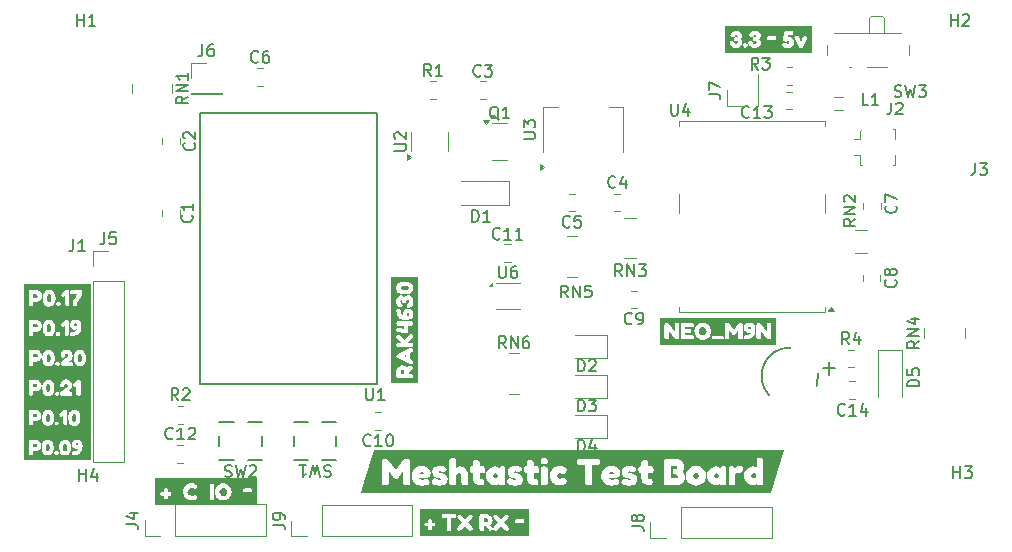
<source format=gbr>
%TF.GenerationSoftware,KiCad,Pcbnew,8.0.0*%
%TF.CreationDate,2024-05-31T13:58:21-05:00*%
%TF.ProjectId,CyberTastic,43796265-7254-4617-9374-69632e6b6963,rev?*%
%TF.SameCoordinates,Original*%
%TF.FileFunction,Legend,Top*%
%TF.FilePolarity,Positive*%
%FSLAX46Y46*%
G04 Gerber Fmt 4.6, Leading zero omitted, Abs format (unit mm)*
G04 Created by KiCad (PCBNEW 8.0.0) date 2024-05-31 13:58:21*
%MOMM*%
%LPD*%
G01*
G04 APERTURE LIST*
%ADD10C,0.150000*%
%ADD11C,0.000000*%
%ADD12C,0.120000*%
%ADD13C,0.127000*%
G04 APERTURE END LIST*
D10*
X180120833Y-143304819D02*
X179787500Y-142828628D01*
X179549405Y-143304819D02*
X179549405Y-142304819D01*
X179549405Y-142304819D02*
X179930357Y-142304819D01*
X179930357Y-142304819D02*
X180025595Y-142352438D01*
X180025595Y-142352438D02*
X180073214Y-142400057D01*
X180073214Y-142400057D02*
X180120833Y-142495295D01*
X180120833Y-142495295D02*
X180120833Y-142638152D01*
X180120833Y-142638152D02*
X180073214Y-142733390D01*
X180073214Y-142733390D02*
X180025595Y-142781009D01*
X180025595Y-142781009D02*
X179930357Y-142828628D01*
X179930357Y-142828628D02*
X179549405Y-142828628D01*
X180977976Y-142638152D02*
X180977976Y-143304819D01*
X180739881Y-142257200D02*
X180501786Y-142971485D01*
X180501786Y-142971485D02*
X181120833Y-142971485D01*
X186054819Y-146883094D02*
X185054819Y-146883094D01*
X185054819Y-146883094D02*
X185054819Y-146644999D01*
X185054819Y-146644999D02*
X185102438Y-146502142D01*
X185102438Y-146502142D02*
X185197676Y-146406904D01*
X185197676Y-146406904D02*
X185292914Y-146359285D01*
X185292914Y-146359285D02*
X185483390Y-146311666D01*
X185483390Y-146311666D02*
X185626247Y-146311666D01*
X185626247Y-146311666D02*
X185816723Y-146359285D01*
X185816723Y-146359285D02*
X185911961Y-146406904D01*
X185911961Y-146406904D02*
X186007200Y-146502142D01*
X186007200Y-146502142D02*
X186054819Y-146644999D01*
X186054819Y-146644999D02*
X186054819Y-146883094D01*
X185054819Y-145406904D02*
X185054819Y-145883094D01*
X185054819Y-145883094D02*
X185531009Y-145930713D01*
X185531009Y-145930713D02*
X185483390Y-145883094D01*
X185483390Y-145883094D02*
X185435771Y-145787856D01*
X185435771Y-145787856D02*
X185435771Y-145549761D01*
X185435771Y-145549761D02*
X185483390Y-145454523D01*
X185483390Y-145454523D02*
X185531009Y-145406904D01*
X185531009Y-145406904D02*
X185626247Y-145359285D01*
X185626247Y-145359285D02*
X185864342Y-145359285D01*
X185864342Y-145359285D02*
X185959580Y-145406904D01*
X185959580Y-145406904D02*
X186007200Y-145454523D01*
X186007200Y-145454523D02*
X186054819Y-145549761D01*
X186054819Y-145549761D02*
X186054819Y-145787856D01*
X186054819Y-145787856D02*
X186007200Y-145883094D01*
X186007200Y-145883094D02*
X185959580Y-145930713D01*
X179757142Y-149259580D02*
X179709523Y-149307200D01*
X179709523Y-149307200D02*
X179566666Y-149354819D01*
X179566666Y-149354819D02*
X179471428Y-149354819D01*
X179471428Y-149354819D02*
X179328571Y-149307200D01*
X179328571Y-149307200D02*
X179233333Y-149211961D01*
X179233333Y-149211961D02*
X179185714Y-149116723D01*
X179185714Y-149116723D02*
X179138095Y-148926247D01*
X179138095Y-148926247D02*
X179138095Y-148783390D01*
X179138095Y-148783390D02*
X179185714Y-148592914D01*
X179185714Y-148592914D02*
X179233333Y-148497676D01*
X179233333Y-148497676D02*
X179328571Y-148402438D01*
X179328571Y-148402438D02*
X179471428Y-148354819D01*
X179471428Y-148354819D02*
X179566666Y-148354819D01*
X179566666Y-148354819D02*
X179709523Y-148402438D01*
X179709523Y-148402438D02*
X179757142Y-148450057D01*
X180709523Y-149354819D02*
X180138095Y-149354819D01*
X180423809Y-149354819D02*
X180423809Y-148354819D01*
X180423809Y-148354819D02*
X180328571Y-148497676D01*
X180328571Y-148497676D02*
X180233333Y-148592914D01*
X180233333Y-148592914D02*
X180138095Y-148640533D01*
X181566666Y-148688152D02*
X181566666Y-149354819D01*
X181328571Y-148307200D02*
X181090476Y-149021485D01*
X181090476Y-149021485D02*
X181709523Y-149021485D01*
X177871214Y-145343937D02*
X178938865Y-145343937D01*
X178405039Y-145877762D02*
X178405039Y-144810111D01*
X183966667Y-122337200D02*
X184109524Y-122384819D01*
X184109524Y-122384819D02*
X184347619Y-122384819D01*
X184347619Y-122384819D02*
X184442857Y-122337200D01*
X184442857Y-122337200D02*
X184490476Y-122289580D01*
X184490476Y-122289580D02*
X184538095Y-122194342D01*
X184538095Y-122194342D02*
X184538095Y-122099104D01*
X184538095Y-122099104D02*
X184490476Y-122003866D01*
X184490476Y-122003866D02*
X184442857Y-121956247D01*
X184442857Y-121956247D02*
X184347619Y-121908628D01*
X184347619Y-121908628D02*
X184157143Y-121861009D01*
X184157143Y-121861009D02*
X184061905Y-121813390D01*
X184061905Y-121813390D02*
X184014286Y-121765771D01*
X184014286Y-121765771D02*
X183966667Y-121670533D01*
X183966667Y-121670533D02*
X183966667Y-121575295D01*
X183966667Y-121575295D02*
X184014286Y-121480057D01*
X184014286Y-121480057D02*
X184061905Y-121432438D01*
X184061905Y-121432438D02*
X184157143Y-121384819D01*
X184157143Y-121384819D02*
X184395238Y-121384819D01*
X184395238Y-121384819D02*
X184538095Y-121432438D01*
X184871429Y-121384819D02*
X185109524Y-122384819D01*
X185109524Y-122384819D02*
X185300000Y-121670533D01*
X185300000Y-121670533D02*
X185490476Y-122384819D01*
X185490476Y-122384819D02*
X185728572Y-121384819D01*
X186014286Y-121384819D02*
X186633333Y-121384819D01*
X186633333Y-121384819D02*
X186300000Y-121765771D01*
X186300000Y-121765771D02*
X186442857Y-121765771D01*
X186442857Y-121765771D02*
X186538095Y-121813390D01*
X186538095Y-121813390D02*
X186585714Y-121861009D01*
X186585714Y-121861009D02*
X186633333Y-121956247D01*
X186633333Y-121956247D02*
X186633333Y-122194342D01*
X186633333Y-122194342D02*
X186585714Y-122289580D01*
X186585714Y-122289580D02*
X186538095Y-122337200D01*
X186538095Y-122337200D02*
X186442857Y-122384819D01*
X186442857Y-122384819D02*
X186157143Y-122384819D01*
X186157143Y-122384819D02*
X186061905Y-122337200D01*
X186061905Y-122337200D02*
X186014286Y-122289580D01*
X172433333Y-120054819D02*
X172100000Y-119578628D01*
X171861905Y-120054819D02*
X171861905Y-119054819D01*
X171861905Y-119054819D02*
X172242857Y-119054819D01*
X172242857Y-119054819D02*
X172338095Y-119102438D01*
X172338095Y-119102438D02*
X172385714Y-119150057D01*
X172385714Y-119150057D02*
X172433333Y-119245295D01*
X172433333Y-119245295D02*
X172433333Y-119388152D01*
X172433333Y-119388152D02*
X172385714Y-119483390D01*
X172385714Y-119483390D02*
X172338095Y-119531009D01*
X172338095Y-119531009D02*
X172242857Y-119578628D01*
X172242857Y-119578628D02*
X171861905Y-119578628D01*
X172766667Y-119054819D02*
X173385714Y-119054819D01*
X173385714Y-119054819D02*
X173052381Y-119435771D01*
X173052381Y-119435771D02*
X173195238Y-119435771D01*
X173195238Y-119435771D02*
X173290476Y-119483390D01*
X173290476Y-119483390D02*
X173338095Y-119531009D01*
X173338095Y-119531009D02*
X173385714Y-119626247D01*
X173385714Y-119626247D02*
X173385714Y-119864342D01*
X173385714Y-119864342D02*
X173338095Y-119959580D01*
X173338095Y-119959580D02*
X173290476Y-120007200D01*
X173290476Y-120007200D02*
X173195238Y-120054819D01*
X173195238Y-120054819D02*
X172909524Y-120054819D01*
X172909524Y-120054819D02*
X172814286Y-120007200D01*
X172814286Y-120007200D02*
X172766667Y-119959580D01*
X123333333Y-148054819D02*
X123000000Y-147578628D01*
X122761905Y-148054819D02*
X122761905Y-147054819D01*
X122761905Y-147054819D02*
X123142857Y-147054819D01*
X123142857Y-147054819D02*
X123238095Y-147102438D01*
X123238095Y-147102438D02*
X123285714Y-147150057D01*
X123285714Y-147150057D02*
X123333333Y-147245295D01*
X123333333Y-147245295D02*
X123333333Y-147388152D01*
X123333333Y-147388152D02*
X123285714Y-147483390D01*
X123285714Y-147483390D02*
X123238095Y-147531009D01*
X123238095Y-147531009D02*
X123142857Y-147578628D01*
X123142857Y-147578628D02*
X122761905Y-147578628D01*
X123714286Y-147150057D02*
X123761905Y-147102438D01*
X123761905Y-147102438D02*
X123857143Y-147054819D01*
X123857143Y-147054819D02*
X124095238Y-147054819D01*
X124095238Y-147054819D02*
X124190476Y-147102438D01*
X124190476Y-147102438D02*
X124238095Y-147150057D01*
X124238095Y-147150057D02*
X124285714Y-147245295D01*
X124285714Y-147245295D02*
X124285714Y-147340533D01*
X124285714Y-147340533D02*
X124238095Y-147483390D01*
X124238095Y-147483390D02*
X123666667Y-148054819D01*
X123666667Y-148054819D02*
X124285714Y-148054819D01*
X181733333Y-123054819D02*
X181257143Y-123054819D01*
X181257143Y-123054819D02*
X181257143Y-122054819D01*
X182590476Y-123054819D02*
X182019048Y-123054819D01*
X182304762Y-123054819D02*
X182304762Y-122054819D01*
X182304762Y-122054819D02*
X182209524Y-122197676D01*
X182209524Y-122197676D02*
X182114286Y-122292914D01*
X182114286Y-122292914D02*
X182019048Y-122340533D01*
X171657142Y-124059580D02*
X171609523Y-124107200D01*
X171609523Y-124107200D02*
X171466666Y-124154819D01*
X171466666Y-124154819D02*
X171371428Y-124154819D01*
X171371428Y-124154819D02*
X171228571Y-124107200D01*
X171228571Y-124107200D02*
X171133333Y-124011961D01*
X171133333Y-124011961D02*
X171085714Y-123916723D01*
X171085714Y-123916723D02*
X171038095Y-123726247D01*
X171038095Y-123726247D02*
X171038095Y-123583390D01*
X171038095Y-123583390D02*
X171085714Y-123392914D01*
X171085714Y-123392914D02*
X171133333Y-123297676D01*
X171133333Y-123297676D02*
X171228571Y-123202438D01*
X171228571Y-123202438D02*
X171371428Y-123154819D01*
X171371428Y-123154819D02*
X171466666Y-123154819D01*
X171466666Y-123154819D02*
X171609523Y-123202438D01*
X171609523Y-123202438D02*
X171657142Y-123250057D01*
X172609523Y-124154819D02*
X172038095Y-124154819D01*
X172323809Y-124154819D02*
X172323809Y-123154819D01*
X172323809Y-123154819D02*
X172228571Y-123297676D01*
X172228571Y-123297676D02*
X172133333Y-123392914D01*
X172133333Y-123392914D02*
X172038095Y-123440533D01*
X172942857Y-123154819D02*
X173561904Y-123154819D01*
X173561904Y-123154819D02*
X173228571Y-123535771D01*
X173228571Y-123535771D02*
X173371428Y-123535771D01*
X173371428Y-123535771D02*
X173466666Y-123583390D01*
X173466666Y-123583390D02*
X173514285Y-123631009D01*
X173514285Y-123631009D02*
X173561904Y-123726247D01*
X173561904Y-123726247D02*
X173561904Y-123964342D01*
X173561904Y-123964342D02*
X173514285Y-124059580D01*
X173514285Y-124059580D02*
X173466666Y-124107200D01*
X173466666Y-124107200D02*
X173371428Y-124154819D01*
X173371428Y-124154819D02*
X173085714Y-124154819D01*
X173085714Y-124154819D02*
X172990476Y-124107200D01*
X172990476Y-124107200D02*
X172942857Y-124059580D01*
X122857142Y-151279580D02*
X122809523Y-151327200D01*
X122809523Y-151327200D02*
X122666666Y-151374819D01*
X122666666Y-151374819D02*
X122571428Y-151374819D01*
X122571428Y-151374819D02*
X122428571Y-151327200D01*
X122428571Y-151327200D02*
X122333333Y-151231961D01*
X122333333Y-151231961D02*
X122285714Y-151136723D01*
X122285714Y-151136723D02*
X122238095Y-150946247D01*
X122238095Y-150946247D02*
X122238095Y-150803390D01*
X122238095Y-150803390D02*
X122285714Y-150612914D01*
X122285714Y-150612914D02*
X122333333Y-150517676D01*
X122333333Y-150517676D02*
X122428571Y-150422438D01*
X122428571Y-150422438D02*
X122571428Y-150374819D01*
X122571428Y-150374819D02*
X122666666Y-150374819D01*
X122666666Y-150374819D02*
X122809523Y-150422438D01*
X122809523Y-150422438D02*
X122857142Y-150470057D01*
X123809523Y-151374819D02*
X123238095Y-151374819D01*
X123523809Y-151374819D02*
X123523809Y-150374819D01*
X123523809Y-150374819D02*
X123428571Y-150517676D01*
X123428571Y-150517676D02*
X123333333Y-150612914D01*
X123333333Y-150612914D02*
X123238095Y-150660533D01*
X124190476Y-150470057D02*
X124238095Y-150422438D01*
X124238095Y-150422438D02*
X124333333Y-150374819D01*
X124333333Y-150374819D02*
X124571428Y-150374819D01*
X124571428Y-150374819D02*
X124666666Y-150422438D01*
X124666666Y-150422438D02*
X124714285Y-150470057D01*
X124714285Y-150470057D02*
X124761904Y-150565295D01*
X124761904Y-150565295D02*
X124761904Y-150660533D01*
X124761904Y-150660533D02*
X124714285Y-150803390D01*
X124714285Y-150803390D02*
X124142857Y-151374819D01*
X124142857Y-151374819D02*
X124761904Y-151374819D01*
X150463095Y-136704819D02*
X150463095Y-137514342D01*
X150463095Y-137514342D02*
X150510714Y-137609580D01*
X150510714Y-137609580D02*
X150558333Y-137657200D01*
X150558333Y-137657200D02*
X150653571Y-137704819D01*
X150653571Y-137704819D02*
X150844047Y-137704819D01*
X150844047Y-137704819D02*
X150939285Y-137657200D01*
X150939285Y-137657200D02*
X150986904Y-137609580D01*
X150986904Y-137609580D02*
X151034523Y-137514342D01*
X151034523Y-137514342D02*
X151034523Y-136704819D01*
X151939285Y-136704819D02*
X151748809Y-136704819D01*
X151748809Y-136704819D02*
X151653571Y-136752438D01*
X151653571Y-136752438D02*
X151605952Y-136800057D01*
X151605952Y-136800057D02*
X151510714Y-136942914D01*
X151510714Y-136942914D02*
X151463095Y-137133390D01*
X151463095Y-137133390D02*
X151463095Y-137514342D01*
X151463095Y-137514342D02*
X151510714Y-137609580D01*
X151510714Y-137609580D02*
X151558333Y-137657200D01*
X151558333Y-137657200D02*
X151653571Y-137704819D01*
X151653571Y-137704819D02*
X151844047Y-137704819D01*
X151844047Y-137704819D02*
X151939285Y-137657200D01*
X151939285Y-137657200D02*
X151986904Y-137609580D01*
X151986904Y-137609580D02*
X152034523Y-137514342D01*
X152034523Y-137514342D02*
X152034523Y-137276247D01*
X152034523Y-137276247D02*
X151986904Y-137181009D01*
X151986904Y-137181009D02*
X151939285Y-137133390D01*
X151939285Y-137133390D02*
X151844047Y-137085771D01*
X151844047Y-137085771D02*
X151653571Y-137085771D01*
X151653571Y-137085771D02*
X151558333Y-137133390D01*
X151558333Y-137133390D02*
X151510714Y-137181009D01*
X151510714Y-137181009D02*
X151463095Y-137276247D01*
X165038095Y-122954819D02*
X165038095Y-123764342D01*
X165038095Y-123764342D02*
X165085714Y-123859580D01*
X165085714Y-123859580D02*
X165133333Y-123907200D01*
X165133333Y-123907200D02*
X165228571Y-123954819D01*
X165228571Y-123954819D02*
X165419047Y-123954819D01*
X165419047Y-123954819D02*
X165514285Y-123907200D01*
X165514285Y-123907200D02*
X165561904Y-123859580D01*
X165561904Y-123859580D02*
X165609523Y-123764342D01*
X165609523Y-123764342D02*
X165609523Y-122954819D01*
X166514285Y-123288152D02*
X166514285Y-123954819D01*
X166276190Y-122907200D02*
X166038095Y-123621485D01*
X166038095Y-123621485D02*
X166657142Y-123621485D01*
X152554819Y-125911904D02*
X153364342Y-125911904D01*
X153364342Y-125911904D02*
X153459580Y-125864285D01*
X153459580Y-125864285D02*
X153507200Y-125816666D01*
X153507200Y-125816666D02*
X153554819Y-125721428D01*
X153554819Y-125721428D02*
X153554819Y-125530952D01*
X153554819Y-125530952D02*
X153507200Y-125435714D01*
X153507200Y-125435714D02*
X153459580Y-125388095D01*
X153459580Y-125388095D02*
X153364342Y-125340476D01*
X153364342Y-125340476D02*
X152554819Y-125340476D01*
X152554819Y-124959523D02*
X152554819Y-124340476D01*
X152554819Y-124340476D02*
X152935771Y-124673809D01*
X152935771Y-124673809D02*
X152935771Y-124530952D01*
X152935771Y-124530952D02*
X152983390Y-124435714D01*
X152983390Y-124435714D02*
X153031009Y-124388095D01*
X153031009Y-124388095D02*
X153126247Y-124340476D01*
X153126247Y-124340476D02*
X153364342Y-124340476D01*
X153364342Y-124340476D02*
X153459580Y-124388095D01*
X153459580Y-124388095D02*
X153507200Y-124435714D01*
X153507200Y-124435714D02*
X153554819Y-124530952D01*
X153554819Y-124530952D02*
X153554819Y-124816666D01*
X153554819Y-124816666D02*
X153507200Y-124911904D01*
X153507200Y-124911904D02*
X153459580Y-124959523D01*
X141612319Y-126911904D02*
X142421842Y-126911904D01*
X142421842Y-126911904D02*
X142517080Y-126864285D01*
X142517080Y-126864285D02*
X142564700Y-126816666D01*
X142564700Y-126816666D02*
X142612319Y-126721428D01*
X142612319Y-126721428D02*
X142612319Y-126530952D01*
X142612319Y-126530952D02*
X142564700Y-126435714D01*
X142564700Y-126435714D02*
X142517080Y-126388095D01*
X142517080Y-126388095D02*
X142421842Y-126340476D01*
X142421842Y-126340476D02*
X141612319Y-126340476D01*
X141707557Y-125911904D02*
X141659938Y-125864285D01*
X141659938Y-125864285D02*
X141612319Y-125769047D01*
X141612319Y-125769047D02*
X141612319Y-125530952D01*
X141612319Y-125530952D02*
X141659938Y-125435714D01*
X141659938Y-125435714D02*
X141707557Y-125388095D01*
X141707557Y-125388095D02*
X141802795Y-125340476D01*
X141802795Y-125340476D02*
X141898033Y-125340476D01*
X141898033Y-125340476D02*
X142040890Y-125388095D01*
X142040890Y-125388095D02*
X142612319Y-125959523D01*
X142612319Y-125959523D02*
X142612319Y-125340476D01*
X139238095Y-147054819D02*
X139238095Y-147864342D01*
X139238095Y-147864342D02*
X139285714Y-147959580D01*
X139285714Y-147959580D02*
X139333333Y-148007200D01*
X139333333Y-148007200D02*
X139428571Y-148054819D01*
X139428571Y-148054819D02*
X139619047Y-148054819D01*
X139619047Y-148054819D02*
X139714285Y-148007200D01*
X139714285Y-148007200D02*
X139761904Y-147959580D01*
X139761904Y-147959580D02*
X139809523Y-147864342D01*
X139809523Y-147864342D02*
X139809523Y-147054819D01*
X140809523Y-148054819D02*
X140238095Y-148054819D01*
X140523809Y-148054819D02*
X140523809Y-147054819D01*
X140523809Y-147054819D02*
X140428571Y-147197676D01*
X140428571Y-147197676D02*
X140333333Y-147292914D01*
X140333333Y-147292914D02*
X140238095Y-147340533D01*
X127266667Y-154507200D02*
X127409524Y-154554819D01*
X127409524Y-154554819D02*
X127647619Y-154554819D01*
X127647619Y-154554819D02*
X127742857Y-154507200D01*
X127742857Y-154507200D02*
X127790476Y-154459580D01*
X127790476Y-154459580D02*
X127838095Y-154364342D01*
X127838095Y-154364342D02*
X127838095Y-154269104D01*
X127838095Y-154269104D02*
X127790476Y-154173866D01*
X127790476Y-154173866D02*
X127742857Y-154126247D01*
X127742857Y-154126247D02*
X127647619Y-154078628D01*
X127647619Y-154078628D02*
X127457143Y-154031009D01*
X127457143Y-154031009D02*
X127361905Y-153983390D01*
X127361905Y-153983390D02*
X127314286Y-153935771D01*
X127314286Y-153935771D02*
X127266667Y-153840533D01*
X127266667Y-153840533D02*
X127266667Y-153745295D01*
X127266667Y-153745295D02*
X127314286Y-153650057D01*
X127314286Y-153650057D02*
X127361905Y-153602438D01*
X127361905Y-153602438D02*
X127457143Y-153554819D01*
X127457143Y-153554819D02*
X127695238Y-153554819D01*
X127695238Y-153554819D02*
X127838095Y-153602438D01*
X128171429Y-153554819D02*
X128409524Y-154554819D01*
X128409524Y-154554819D02*
X128600000Y-153840533D01*
X128600000Y-153840533D02*
X128790476Y-154554819D01*
X128790476Y-154554819D02*
X129028572Y-153554819D01*
X129361905Y-153650057D02*
X129409524Y-153602438D01*
X129409524Y-153602438D02*
X129504762Y-153554819D01*
X129504762Y-153554819D02*
X129742857Y-153554819D01*
X129742857Y-153554819D02*
X129838095Y-153602438D01*
X129838095Y-153602438D02*
X129885714Y-153650057D01*
X129885714Y-153650057D02*
X129933333Y-153745295D01*
X129933333Y-153745295D02*
X129933333Y-153840533D01*
X129933333Y-153840533D02*
X129885714Y-153983390D01*
X129885714Y-153983390D02*
X129314286Y-154554819D01*
X129314286Y-154554819D02*
X129933333Y-154554819D01*
X136233332Y-153592800D02*
X136090475Y-153545180D01*
X136090475Y-153545180D02*
X135852380Y-153545180D01*
X135852380Y-153545180D02*
X135757142Y-153592800D01*
X135757142Y-153592800D02*
X135709523Y-153640419D01*
X135709523Y-153640419D02*
X135661904Y-153735657D01*
X135661904Y-153735657D02*
X135661904Y-153830895D01*
X135661904Y-153830895D02*
X135709523Y-153926133D01*
X135709523Y-153926133D02*
X135757142Y-153973752D01*
X135757142Y-153973752D02*
X135852380Y-154021371D01*
X135852380Y-154021371D02*
X136042856Y-154068990D01*
X136042856Y-154068990D02*
X136138094Y-154116609D01*
X136138094Y-154116609D02*
X136185713Y-154164228D01*
X136185713Y-154164228D02*
X136233332Y-154259466D01*
X136233332Y-154259466D02*
X136233332Y-154354704D01*
X136233332Y-154354704D02*
X136185713Y-154449942D01*
X136185713Y-154449942D02*
X136138094Y-154497561D01*
X136138094Y-154497561D02*
X136042856Y-154545180D01*
X136042856Y-154545180D02*
X135804761Y-154545180D01*
X135804761Y-154545180D02*
X135661904Y-154497561D01*
X135328570Y-154545180D02*
X135090475Y-153545180D01*
X135090475Y-153545180D02*
X134899999Y-154259466D01*
X134899999Y-154259466D02*
X134709523Y-153545180D01*
X134709523Y-153545180D02*
X134471428Y-154545180D01*
X133566666Y-153545180D02*
X134138094Y-153545180D01*
X133852380Y-153545180D02*
X133852380Y-154545180D01*
X133852380Y-154545180D02*
X133947618Y-154402323D01*
X133947618Y-154402323D02*
X134042856Y-154307085D01*
X134042856Y-154307085D02*
X134138094Y-154259466D01*
X151059523Y-143654819D02*
X150726190Y-143178628D01*
X150488095Y-143654819D02*
X150488095Y-142654819D01*
X150488095Y-142654819D02*
X150869047Y-142654819D01*
X150869047Y-142654819D02*
X150964285Y-142702438D01*
X150964285Y-142702438D02*
X151011904Y-142750057D01*
X151011904Y-142750057D02*
X151059523Y-142845295D01*
X151059523Y-142845295D02*
X151059523Y-142988152D01*
X151059523Y-142988152D02*
X151011904Y-143083390D01*
X151011904Y-143083390D02*
X150964285Y-143131009D01*
X150964285Y-143131009D02*
X150869047Y-143178628D01*
X150869047Y-143178628D02*
X150488095Y-143178628D01*
X151488095Y-143654819D02*
X151488095Y-142654819D01*
X151488095Y-142654819D02*
X152059523Y-143654819D01*
X152059523Y-143654819D02*
X152059523Y-142654819D01*
X152964285Y-142654819D02*
X152773809Y-142654819D01*
X152773809Y-142654819D02*
X152678571Y-142702438D01*
X152678571Y-142702438D02*
X152630952Y-142750057D01*
X152630952Y-142750057D02*
X152535714Y-142892914D01*
X152535714Y-142892914D02*
X152488095Y-143083390D01*
X152488095Y-143083390D02*
X152488095Y-143464342D01*
X152488095Y-143464342D02*
X152535714Y-143559580D01*
X152535714Y-143559580D02*
X152583333Y-143607200D01*
X152583333Y-143607200D02*
X152678571Y-143654819D01*
X152678571Y-143654819D02*
X152869047Y-143654819D01*
X152869047Y-143654819D02*
X152964285Y-143607200D01*
X152964285Y-143607200D02*
X153011904Y-143559580D01*
X153011904Y-143559580D02*
X153059523Y-143464342D01*
X153059523Y-143464342D02*
X153059523Y-143226247D01*
X153059523Y-143226247D02*
X153011904Y-143131009D01*
X153011904Y-143131009D02*
X152964285Y-143083390D01*
X152964285Y-143083390D02*
X152869047Y-143035771D01*
X152869047Y-143035771D02*
X152678571Y-143035771D01*
X152678571Y-143035771D02*
X152583333Y-143083390D01*
X152583333Y-143083390D02*
X152535714Y-143131009D01*
X152535714Y-143131009D02*
X152488095Y-143226247D01*
X156309523Y-139354819D02*
X155976190Y-138878628D01*
X155738095Y-139354819D02*
X155738095Y-138354819D01*
X155738095Y-138354819D02*
X156119047Y-138354819D01*
X156119047Y-138354819D02*
X156214285Y-138402438D01*
X156214285Y-138402438D02*
X156261904Y-138450057D01*
X156261904Y-138450057D02*
X156309523Y-138545295D01*
X156309523Y-138545295D02*
X156309523Y-138688152D01*
X156309523Y-138688152D02*
X156261904Y-138783390D01*
X156261904Y-138783390D02*
X156214285Y-138831009D01*
X156214285Y-138831009D02*
X156119047Y-138878628D01*
X156119047Y-138878628D02*
X155738095Y-138878628D01*
X156738095Y-139354819D02*
X156738095Y-138354819D01*
X156738095Y-138354819D02*
X157309523Y-139354819D01*
X157309523Y-139354819D02*
X157309523Y-138354819D01*
X158261904Y-138354819D02*
X157785714Y-138354819D01*
X157785714Y-138354819D02*
X157738095Y-138831009D01*
X157738095Y-138831009D02*
X157785714Y-138783390D01*
X157785714Y-138783390D02*
X157880952Y-138735771D01*
X157880952Y-138735771D02*
X158119047Y-138735771D01*
X158119047Y-138735771D02*
X158214285Y-138783390D01*
X158214285Y-138783390D02*
X158261904Y-138831009D01*
X158261904Y-138831009D02*
X158309523Y-138926247D01*
X158309523Y-138926247D02*
X158309523Y-139164342D01*
X158309523Y-139164342D02*
X158261904Y-139259580D01*
X158261904Y-139259580D02*
X158214285Y-139307200D01*
X158214285Y-139307200D02*
X158119047Y-139354819D01*
X158119047Y-139354819D02*
X157880952Y-139354819D01*
X157880952Y-139354819D02*
X157785714Y-139307200D01*
X157785714Y-139307200D02*
X157738095Y-139259580D01*
X186054819Y-143040476D02*
X185578628Y-143373809D01*
X186054819Y-143611904D02*
X185054819Y-143611904D01*
X185054819Y-143611904D02*
X185054819Y-143230952D01*
X185054819Y-143230952D02*
X185102438Y-143135714D01*
X185102438Y-143135714D02*
X185150057Y-143088095D01*
X185150057Y-143088095D02*
X185245295Y-143040476D01*
X185245295Y-143040476D02*
X185388152Y-143040476D01*
X185388152Y-143040476D02*
X185483390Y-143088095D01*
X185483390Y-143088095D02*
X185531009Y-143135714D01*
X185531009Y-143135714D02*
X185578628Y-143230952D01*
X185578628Y-143230952D02*
X185578628Y-143611904D01*
X186054819Y-142611904D02*
X185054819Y-142611904D01*
X185054819Y-142611904D02*
X186054819Y-142040476D01*
X186054819Y-142040476D02*
X185054819Y-142040476D01*
X185388152Y-141135714D02*
X186054819Y-141135714D01*
X185007200Y-141373809D02*
X185721485Y-141611904D01*
X185721485Y-141611904D02*
X185721485Y-140992857D01*
X160909523Y-137554819D02*
X160576190Y-137078628D01*
X160338095Y-137554819D02*
X160338095Y-136554819D01*
X160338095Y-136554819D02*
X160719047Y-136554819D01*
X160719047Y-136554819D02*
X160814285Y-136602438D01*
X160814285Y-136602438D02*
X160861904Y-136650057D01*
X160861904Y-136650057D02*
X160909523Y-136745295D01*
X160909523Y-136745295D02*
X160909523Y-136888152D01*
X160909523Y-136888152D02*
X160861904Y-136983390D01*
X160861904Y-136983390D02*
X160814285Y-137031009D01*
X160814285Y-137031009D02*
X160719047Y-137078628D01*
X160719047Y-137078628D02*
X160338095Y-137078628D01*
X161338095Y-137554819D02*
X161338095Y-136554819D01*
X161338095Y-136554819D02*
X161909523Y-137554819D01*
X161909523Y-137554819D02*
X161909523Y-136554819D01*
X162290476Y-136554819D02*
X162909523Y-136554819D01*
X162909523Y-136554819D02*
X162576190Y-136935771D01*
X162576190Y-136935771D02*
X162719047Y-136935771D01*
X162719047Y-136935771D02*
X162814285Y-136983390D01*
X162814285Y-136983390D02*
X162861904Y-137031009D01*
X162861904Y-137031009D02*
X162909523Y-137126247D01*
X162909523Y-137126247D02*
X162909523Y-137364342D01*
X162909523Y-137364342D02*
X162861904Y-137459580D01*
X162861904Y-137459580D02*
X162814285Y-137507200D01*
X162814285Y-137507200D02*
X162719047Y-137554819D01*
X162719047Y-137554819D02*
X162433333Y-137554819D01*
X162433333Y-137554819D02*
X162338095Y-137507200D01*
X162338095Y-137507200D02*
X162290476Y-137459580D01*
X180654819Y-132690476D02*
X180178628Y-133023809D01*
X180654819Y-133261904D02*
X179654819Y-133261904D01*
X179654819Y-133261904D02*
X179654819Y-132880952D01*
X179654819Y-132880952D02*
X179702438Y-132785714D01*
X179702438Y-132785714D02*
X179750057Y-132738095D01*
X179750057Y-132738095D02*
X179845295Y-132690476D01*
X179845295Y-132690476D02*
X179988152Y-132690476D01*
X179988152Y-132690476D02*
X180083390Y-132738095D01*
X180083390Y-132738095D02*
X180131009Y-132785714D01*
X180131009Y-132785714D02*
X180178628Y-132880952D01*
X180178628Y-132880952D02*
X180178628Y-133261904D01*
X180654819Y-132261904D02*
X179654819Y-132261904D01*
X179654819Y-132261904D02*
X180654819Y-131690476D01*
X180654819Y-131690476D02*
X179654819Y-131690476D01*
X179750057Y-131261904D02*
X179702438Y-131214285D01*
X179702438Y-131214285D02*
X179654819Y-131119047D01*
X179654819Y-131119047D02*
X179654819Y-130880952D01*
X179654819Y-130880952D02*
X179702438Y-130785714D01*
X179702438Y-130785714D02*
X179750057Y-130738095D01*
X179750057Y-130738095D02*
X179845295Y-130690476D01*
X179845295Y-130690476D02*
X179940533Y-130690476D01*
X179940533Y-130690476D02*
X180083390Y-130738095D01*
X180083390Y-130738095D02*
X180654819Y-131309523D01*
X180654819Y-131309523D02*
X180654819Y-130690476D01*
X124154819Y-122340476D02*
X123678628Y-122673809D01*
X124154819Y-122911904D02*
X123154819Y-122911904D01*
X123154819Y-122911904D02*
X123154819Y-122530952D01*
X123154819Y-122530952D02*
X123202438Y-122435714D01*
X123202438Y-122435714D02*
X123250057Y-122388095D01*
X123250057Y-122388095D02*
X123345295Y-122340476D01*
X123345295Y-122340476D02*
X123488152Y-122340476D01*
X123488152Y-122340476D02*
X123583390Y-122388095D01*
X123583390Y-122388095D02*
X123631009Y-122435714D01*
X123631009Y-122435714D02*
X123678628Y-122530952D01*
X123678628Y-122530952D02*
X123678628Y-122911904D01*
X124154819Y-121911904D02*
X123154819Y-121911904D01*
X123154819Y-121911904D02*
X124154819Y-121340476D01*
X124154819Y-121340476D02*
X123154819Y-121340476D01*
X124154819Y-120340476D02*
X124154819Y-120911904D01*
X124154819Y-120626190D02*
X123154819Y-120626190D01*
X123154819Y-120626190D02*
X123297676Y-120721428D01*
X123297676Y-120721428D02*
X123392914Y-120816666D01*
X123392914Y-120816666D02*
X123440533Y-120911904D01*
X144728333Y-120604819D02*
X144395000Y-120128628D01*
X144156905Y-120604819D02*
X144156905Y-119604819D01*
X144156905Y-119604819D02*
X144537857Y-119604819D01*
X144537857Y-119604819D02*
X144633095Y-119652438D01*
X144633095Y-119652438D02*
X144680714Y-119700057D01*
X144680714Y-119700057D02*
X144728333Y-119795295D01*
X144728333Y-119795295D02*
X144728333Y-119938152D01*
X144728333Y-119938152D02*
X144680714Y-120033390D01*
X144680714Y-120033390D02*
X144633095Y-120081009D01*
X144633095Y-120081009D02*
X144537857Y-120128628D01*
X144537857Y-120128628D02*
X144156905Y-120128628D01*
X145680714Y-120604819D02*
X145109286Y-120604819D01*
X145395000Y-120604819D02*
X145395000Y-119604819D01*
X145395000Y-119604819D02*
X145299762Y-119747676D01*
X145299762Y-119747676D02*
X145204524Y-119842914D01*
X145204524Y-119842914D02*
X145109286Y-119890533D01*
X150449761Y-124287557D02*
X150354523Y-124239938D01*
X150354523Y-124239938D02*
X150259285Y-124144700D01*
X150259285Y-124144700D02*
X150116428Y-124001842D01*
X150116428Y-124001842D02*
X150021190Y-123954223D01*
X150021190Y-123954223D02*
X149925952Y-123954223D01*
X149973571Y-124192319D02*
X149878333Y-124144700D01*
X149878333Y-124144700D02*
X149783095Y-124049461D01*
X149783095Y-124049461D02*
X149735476Y-123858985D01*
X149735476Y-123858985D02*
X149735476Y-123525652D01*
X149735476Y-123525652D02*
X149783095Y-123335176D01*
X149783095Y-123335176D02*
X149878333Y-123239938D01*
X149878333Y-123239938D02*
X149973571Y-123192319D01*
X149973571Y-123192319D02*
X150164047Y-123192319D01*
X150164047Y-123192319D02*
X150259285Y-123239938D01*
X150259285Y-123239938D02*
X150354523Y-123335176D01*
X150354523Y-123335176D02*
X150402142Y-123525652D01*
X150402142Y-123525652D02*
X150402142Y-123858985D01*
X150402142Y-123858985D02*
X150354523Y-124049461D01*
X150354523Y-124049461D02*
X150259285Y-124144700D01*
X150259285Y-124144700D02*
X150164047Y-124192319D01*
X150164047Y-124192319D02*
X149973571Y-124192319D01*
X151354523Y-124192319D02*
X150783095Y-124192319D01*
X151068809Y-124192319D02*
X151068809Y-123192319D01*
X151068809Y-123192319D02*
X150973571Y-123335176D01*
X150973571Y-123335176D02*
X150878333Y-123430414D01*
X150878333Y-123430414D02*
X150783095Y-123478033D01*
X131324819Y-158593333D02*
X132039104Y-158593333D01*
X132039104Y-158593333D02*
X132181961Y-158640952D01*
X132181961Y-158640952D02*
X132277200Y-158736190D01*
X132277200Y-158736190D02*
X132324819Y-158879047D01*
X132324819Y-158879047D02*
X132324819Y-158974285D01*
X132324819Y-158069523D02*
X132324819Y-157879047D01*
X132324819Y-157879047D02*
X132277200Y-157783809D01*
X132277200Y-157783809D02*
X132229580Y-157736190D01*
X132229580Y-157736190D02*
X132086723Y-157640952D01*
X132086723Y-157640952D02*
X131896247Y-157593333D01*
X131896247Y-157593333D02*
X131515295Y-157593333D01*
X131515295Y-157593333D02*
X131420057Y-157640952D01*
X131420057Y-157640952D02*
X131372438Y-157688571D01*
X131372438Y-157688571D02*
X131324819Y-157783809D01*
X131324819Y-157783809D02*
X131324819Y-157974285D01*
X131324819Y-157974285D02*
X131372438Y-158069523D01*
X131372438Y-158069523D02*
X131420057Y-158117142D01*
X131420057Y-158117142D02*
X131515295Y-158164761D01*
X131515295Y-158164761D02*
X131753390Y-158164761D01*
X131753390Y-158164761D02*
X131848628Y-158117142D01*
X131848628Y-158117142D02*
X131896247Y-158069523D01*
X131896247Y-158069523D02*
X131943866Y-157974285D01*
X131943866Y-157974285D02*
X131943866Y-157783809D01*
X131943866Y-157783809D02*
X131896247Y-157688571D01*
X131896247Y-157688571D02*
X131848628Y-157640952D01*
X131848628Y-157640952D02*
X131753390Y-157593333D01*
X161724819Y-158733333D02*
X162439104Y-158733333D01*
X162439104Y-158733333D02*
X162581961Y-158780952D01*
X162581961Y-158780952D02*
X162677200Y-158876190D01*
X162677200Y-158876190D02*
X162724819Y-159019047D01*
X162724819Y-159019047D02*
X162724819Y-159114285D01*
X162153390Y-158114285D02*
X162105771Y-158209523D01*
X162105771Y-158209523D02*
X162058152Y-158257142D01*
X162058152Y-158257142D02*
X161962914Y-158304761D01*
X161962914Y-158304761D02*
X161915295Y-158304761D01*
X161915295Y-158304761D02*
X161820057Y-158257142D01*
X161820057Y-158257142D02*
X161772438Y-158209523D01*
X161772438Y-158209523D02*
X161724819Y-158114285D01*
X161724819Y-158114285D02*
X161724819Y-157923809D01*
X161724819Y-157923809D02*
X161772438Y-157828571D01*
X161772438Y-157828571D02*
X161820057Y-157780952D01*
X161820057Y-157780952D02*
X161915295Y-157733333D01*
X161915295Y-157733333D02*
X161962914Y-157733333D01*
X161962914Y-157733333D02*
X162058152Y-157780952D01*
X162058152Y-157780952D02*
X162105771Y-157828571D01*
X162105771Y-157828571D02*
X162153390Y-157923809D01*
X162153390Y-157923809D02*
X162153390Y-158114285D01*
X162153390Y-158114285D02*
X162201009Y-158209523D01*
X162201009Y-158209523D02*
X162248628Y-158257142D01*
X162248628Y-158257142D02*
X162343866Y-158304761D01*
X162343866Y-158304761D02*
X162534342Y-158304761D01*
X162534342Y-158304761D02*
X162629580Y-158257142D01*
X162629580Y-158257142D02*
X162677200Y-158209523D01*
X162677200Y-158209523D02*
X162724819Y-158114285D01*
X162724819Y-158114285D02*
X162724819Y-157923809D01*
X162724819Y-157923809D02*
X162677200Y-157828571D01*
X162677200Y-157828571D02*
X162629580Y-157780952D01*
X162629580Y-157780952D02*
X162534342Y-157733333D01*
X162534342Y-157733333D02*
X162343866Y-157733333D01*
X162343866Y-157733333D02*
X162248628Y-157780952D01*
X162248628Y-157780952D02*
X162201009Y-157828571D01*
X162201009Y-157828571D02*
X162153390Y-157923809D01*
X168224819Y-122133333D02*
X168939104Y-122133333D01*
X168939104Y-122133333D02*
X169081961Y-122180952D01*
X169081961Y-122180952D02*
X169177200Y-122276190D01*
X169177200Y-122276190D02*
X169224819Y-122419047D01*
X169224819Y-122419047D02*
X169224819Y-122514285D01*
X168224819Y-121752380D02*
X168224819Y-121085714D01*
X168224819Y-121085714D02*
X169224819Y-121514285D01*
X125366666Y-117924819D02*
X125366666Y-118639104D01*
X125366666Y-118639104D02*
X125319047Y-118781961D01*
X125319047Y-118781961D02*
X125223809Y-118877200D01*
X125223809Y-118877200D02*
X125080952Y-118924819D01*
X125080952Y-118924819D02*
X124985714Y-118924819D01*
X126271428Y-117924819D02*
X126080952Y-117924819D01*
X126080952Y-117924819D02*
X125985714Y-117972438D01*
X125985714Y-117972438D02*
X125938095Y-118020057D01*
X125938095Y-118020057D02*
X125842857Y-118162914D01*
X125842857Y-118162914D02*
X125795238Y-118353390D01*
X125795238Y-118353390D02*
X125795238Y-118734342D01*
X125795238Y-118734342D02*
X125842857Y-118829580D01*
X125842857Y-118829580D02*
X125890476Y-118877200D01*
X125890476Y-118877200D02*
X125985714Y-118924819D01*
X125985714Y-118924819D02*
X126176190Y-118924819D01*
X126176190Y-118924819D02*
X126271428Y-118877200D01*
X126271428Y-118877200D02*
X126319047Y-118829580D01*
X126319047Y-118829580D02*
X126366666Y-118734342D01*
X126366666Y-118734342D02*
X126366666Y-118496247D01*
X126366666Y-118496247D02*
X126319047Y-118401009D01*
X126319047Y-118401009D02*
X126271428Y-118353390D01*
X126271428Y-118353390D02*
X126176190Y-118305771D01*
X126176190Y-118305771D02*
X125985714Y-118305771D01*
X125985714Y-118305771D02*
X125890476Y-118353390D01*
X125890476Y-118353390D02*
X125842857Y-118401009D01*
X125842857Y-118401009D02*
X125795238Y-118496247D01*
X117066666Y-133844819D02*
X117066666Y-134559104D01*
X117066666Y-134559104D02*
X117019047Y-134701961D01*
X117019047Y-134701961D02*
X116923809Y-134797200D01*
X116923809Y-134797200D02*
X116780952Y-134844819D01*
X116780952Y-134844819D02*
X116685714Y-134844819D01*
X118019047Y-133844819D02*
X117542857Y-133844819D01*
X117542857Y-133844819D02*
X117495238Y-134321009D01*
X117495238Y-134321009D02*
X117542857Y-134273390D01*
X117542857Y-134273390D02*
X117638095Y-134225771D01*
X117638095Y-134225771D02*
X117876190Y-134225771D01*
X117876190Y-134225771D02*
X117971428Y-134273390D01*
X117971428Y-134273390D02*
X118019047Y-134321009D01*
X118019047Y-134321009D02*
X118066666Y-134416247D01*
X118066666Y-134416247D02*
X118066666Y-134654342D01*
X118066666Y-134654342D02*
X118019047Y-134749580D01*
X118019047Y-134749580D02*
X117971428Y-134797200D01*
X117971428Y-134797200D02*
X117876190Y-134844819D01*
X117876190Y-134844819D02*
X117638095Y-134844819D01*
X117638095Y-134844819D02*
X117542857Y-134797200D01*
X117542857Y-134797200D02*
X117495238Y-134749580D01*
X118924819Y-158533333D02*
X119639104Y-158533333D01*
X119639104Y-158533333D02*
X119781961Y-158580952D01*
X119781961Y-158580952D02*
X119877200Y-158676190D01*
X119877200Y-158676190D02*
X119924819Y-158819047D01*
X119924819Y-158819047D02*
X119924819Y-158914285D01*
X119258152Y-157628571D02*
X119924819Y-157628571D01*
X118877200Y-157866666D02*
X119591485Y-158104761D01*
X119591485Y-158104761D02*
X119591485Y-157485714D01*
X190779166Y-127979819D02*
X190779166Y-128694104D01*
X190779166Y-128694104D02*
X190731547Y-128836961D01*
X190731547Y-128836961D02*
X190636309Y-128932200D01*
X190636309Y-128932200D02*
X190493452Y-128979819D01*
X190493452Y-128979819D02*
X190398214Y-128979819D01*
X191160119Y-127979819D02*
X191779166Y-127979819D01*
X191779166Y-127979819D02*
X191445833Y-128360771D01*
X191445833Y-128360771D02*
X191588690Y-128360771D01*
X191588690Y-128360771D02*
X191683928Y-128408390D01*
X191683928Y-128408390D02*
X191731547Y-128456009D01*
X191731547Y-128456009D02*
X191779166Y-128551247D01*
X191779166Y-128551247D02*
X191779166Y-128789342D01*
X191779166Y-128789342D02*
X191731547Y-128884580D01*
X191731547Y-128884580D02*
X191683928Y-128932200D01*
X191683928Y-128932200D02*
X191588690Y-128979819D01*
X191588690Y-128979819D02*
X191302976Y-128979819D01*
X191302976Y-128979819D02*
X191207738Y-128932200D01*
X191207738Y-128932200D02*
X191160119Y-128884580D01*
X183666666Y-122854819D02*
X183666666Y-123569104D01*
X183666666Y-123569104D02*
X183619047Y-123711961D01*
X183619047Y-123711961D02*
X183523809Y-123807200D01*
X183523809Y-123807200D02*
X183380952Y-123854819D01*
X183380952Y-123854819D02*
X183285714Y-123854819D01*
X184095238Y-122950057D02*
X184142857Y-122902438D01*
X184142857Y-122902438D02*
X184238095Y-122854819D01*
X184238095Y-122854819D02*
X184476190Y-122854819D01*
X184476190Y-122854819D02*
X184571428Y-122902438D01*
X184571428Y-122902438D02*
X184619047Y-122950057D01*
X184619047Y-122950057D02*
X184666666Y-123045295D01*
X184666666Y-123045295D02*
X184666666Y-123140533D01*
X184666666Y-123140533D02*
X184619047Y-123283390D01*
X184619047Y-123283390D02*
X184047619Y-123854819D01*
X184047619Y-123854819D02*
X184666666Y-123854819D01*
X114439166Y-134424819D02*
X114439166Y-135139104D01*
X114439166Y-135139104D02*
X114391547Y-135281961D01*
X114391547Y-135281961D02*
X114296309Y-135377200D01*
X114296309Y-135377200D02*
X114153452Y-135424819D01*
X114153452Y-135424819D02*
X114058214Y-135424819D01*
X115439166Y-135424819D02*
X114867738Y-135424819D01*
X115153452Y-135424819D02*
X115153452Y-134424819D01*
X115153452Y-134424819D02*
X115058214Y-134567676D01*
X115058214Y-134567676D02*
X114962976Y-134662914D01*
X114962976Y-134662914D02*
X114867738Y-134710533D01*
X114938095Y-154854819D02*
X114938095Y-153854819D01*
X114938095Y-154331009D02*
X115509523Y-154331009D01*
X115509523Y-154854819D02*
X115509523Y-153854819D01*
X116414285Y-154188152D02*
X116414285Y-154854819D01*
X116176190Y-153807200D02*
X115938095Y-154521485D01*
X115938095Y-154521485D02*
X116557142Y-154521485D01*
X188938095Y-154654819D02*
X188938095Y-153654819D01*
X188938095Y-154131009D02*
X189509523Y-154131009D01*
X189509523Y-154654819D02*
X189509523Y-153654819D01*
X189890476Y-153654819D02*
X190509523Y-153654819D01*
X190509523Y-153654819D02*
X190176190Y-154035771D01*
X190176190Y-154035771D02*
X190319047Y-154035771D01*
X190319047Y-154035771D02*
X190414285Y-154083390D01*
X190414285Y-154083390D02*
X190461904Y-154131009D01*
X190461904Y-154131009D02*
X190509523Y-154226247D01*
X190509523Y-154226247D02*
X190509523Y-154464342D01*
X190509523Y-154464342D02*
X190461904Y-154559580D01*
X190461904Y-154559580D02*
X190414285Y-154607200D01*
X190414285Y-154607200D02*
X190319047Y-154654819D01*
X190319047Y-154654819D02*
X190033333Y-154654819D01*
X190033333Y-154654819D02*
X189938095Y-154607200D01*
X189938095Y-154607200D02*
X189890476Y-154559580D01*
X188738095Y-116354819D02*
X188738095Y-115354819D01*
X188738095Y-115831009D02*
X189309523Y-115831009D01*
X189309523Y-116354819D02*
X189309523Y-115354819D01*
X189738095Y-115450057D02*
X189785714Y-115402438D01*
X189785714Y-115402438D02*
X189880952Y-115354819D01*
X189880952Y-115354819D02*
X190119047Y-115354819D01*
X190119047Y-115354819D02*
X190214285Y-115402438D01*
X190214285Y-115402438D02*
X190261904Y-115450057D01*
X190261904Y-115450057D02*
X190309523Y-115545295D01*
X190309523Y-115545295D02*
X190309523Y-115640533D01*
X190309523Y-115640533D02*
X190261904Y-115783390D01*
X190261904Y-115783390D02*
X189690476Y-116354819D01*
X189690476Y-116354819D02*
X190309523Y-116354819D01*
X114738095Y-116354819D02*
X114738095Y-115354819D01*
X114738095Y-115831009D02*
X115309523Y-115831009D01*
X115309523Y-116354819D02*
X115309523Y-115354819D01*
X116309523Y-116354819D02*
X115738095Y-116354819D01*
X116023809Y-116354819D02*
X116023809Y-115354819D01*
X116023809Y-115354819D02*
X115928571Y-115497676D01*
X115928571Y-115497676D02*
X115833333Y-115592914D01*
X115833333Y-115592914D02*
X115738095Y-115640533D01*
X157161905Y-152404819D02*
X157161905Y-151404819D01*
X157161905Y-151404819D02*
X157400000Y-151404819D01*
X157400000Y-151404819D02*
X157542857Y-151452438D01*
X157542857Y-151452438D02*
X157638095Y-151547676D01*
X157638095Y-151547676D02*
X157685714Y-151642914D01*
X157685714Y-151642914D02*
X157733333Y-151833390D01*
X157733333Y-151833390D02*
X157733333Y-151976247D01*
X157733333Y-151976247D02*
X157685714Y-152166723D01*
X157685714Y-152166723D02*
X157638095Y-152261961D01*
X157638095Y-152261961D02*
X157542857Y-152357200D01*
X157542857Y-152357200D02*
X157400000Y-152404819D01*
X157400000Y-152404819D02*
X157161905Y-152404819D01*
X158590476Y-151738152D02*
X158590476Y-152404819D01*
X158352381Y-151357200D02*
X158114286Y-152071485D01*
X158114286Y-152071485D02*
X158733333Y-152071485D01*
X157161905Y-149004819D02*
X157161905Y-148004819D01*
X157161905Y-148004819D02*
X157400000Y-148004819D01*
X157400000Y-148004819D02*
X157542857Y-148052438D01*
X157542857Y-148052438D02*
X157638095Y-148147676D01*
X157638095Y-148147676D02*
X157685714Y-148242914D01*
X157685714Y-148242914D02*
X157733333Y-148433390D01*
X157733333Y-148433390D02*
X157733333Y-148576247D01*
X157733333Y-148576247D02*
X157685714Y-148766723D01*
X157685714Y-148766723D02*
X157638095Y-148861961D01*
X157638095Y-148861961D02*
X157542857Y-148957200D01*
X157542857Y-148957200D02*
X157400000Y-149004819D01*
X157400000Y-149004819D02*
X157161905Y-149004819D01*
X158066667Y-148004819D02*
X158685714Y-148004819D01*
X158685714Y-148004819D02*
X158352381Y-148385771D01*
X158352381Y-148385771D02*
X158495238Y-148385771D01*
X158495238Y-148385771D02*
X158590476Y-148433390D01*
X158590476Y-148433390D02*
X158638095Y-148481009D01*
X158638095Y-148481009D02*
X158685714Y-148576247D01*
X158685714Y-148576247D02*
X158685714Y-148814342D01*
X158685714Y-148814342D02*
X158638095Y-148909580D01*
X158638095Y-148909580D02*
X158590476Y-148957200D01*
X158590476Y-148957200D02*
X158495238Y-149004819D01*
X158495238Y-149004819D02*
X158209524Y-149004819D01*
X158209524Y-149004819D02*
X158114286Y-148957200D01*
X158114286Y-148957200D02*
X158066667Y-148909580D01*
X157161905Y-145604819D02*
X157161905Y-144604819D01*
X157161905Y-144604819D02*
X157400000Y-144604819D01*
X157400000Y-144604819D02*
X157542857Y-144652438D01*
X157542857Y-144652438D02*
X157638095Y-144747676D01*
X157638095Y-144747676D02*
X157685714Y-144842914D01*
X157685714Y-144842914D02*
X157733333Y-145033390D01*
X157733333Y-145033390D02*
X157733333Y-145176247D01*
X157733333Y-145176247D02*
X157685714Y-145366723D01*
X157685714Y-145366723D02*
X157638095Y-145461961D01*
X157638095Y-145461961D02*
X157542857Y-145557200D01*
X157542857Y-145557200D02*
X157400000Y-145604819D01*
X157400000Y-145604819D02*
X157161905Y-145604819D01*
X158114286Y-144700057D02*
X158161905Y-144652438D01*
X158161905Y-144652438D02*
X158257143Y-144604819D01*
X158257143Y-144604819D02*
X158495238Y-144604819D01*
X158495238Y-144604819D02*
X158590476Y-144652438D01*
X158590476Y-144652438D02*
X158638095Y-144700057D01*
X158638095Y-144700057D02*
X158685714Y-144795295D01*
X158685714Y-144795295D02*
X158685714Y-144890533D01*
X158685714Y-144890533D02*
X158638095Y-145033390D01*
X158638095Y-145033390D02*
X158066667Y-145604819D01*
X158066667Y-145604819D02*
X158685714Y-145604819D01*
X148211905Y-132954819D02*
X148211905Y-131954819D01*
X148211905Y-131954819D02*
X148450000Y-131954819D01*
X148450000Y-131954819D02*
X148592857Y-132002438D01*
X148592857Y-132002438D02*
X148688095Y-132097676D01*
X148688095Y-132097676D02*
X148735714Y-132192914D01*
X148735714Y-132192914D02*
X148783333Y-132383390D01*
X148783333Y-132383390D02*
X148783333Y-132526247D01*
X148783333Y-132526247D02*
X148735714Y-132716723D01*
X148735714Y-132716723D02*
X148688095Y-132811961D01*
X148688095Y-132811961D02*
X148592857Y-132907200D01*
X148592857Y-132907200D02*
X148450000Y-132954819D01*
X148450000Y-132954819D02*
X148211905Y-132954819D01*
X149735714Y-132954819D02*
X149164286Y-132954819D01*
X149450000Y-132954819D02*
X149450000Y-131954819D01*
X149450000Y-131954819D02*
X149354762Y-132097676D01*
X149354762Y-132097676D02*
X149259524Y-132192914D01*
X149259524Y-132192914D02*
X149164286Y-132240533D01*
X150557142Y-134359580D02*
X150509523Y-134407200D01*
X150509523Y-134407200D02*
X150366666Y-134454819D01*
X150366666Y-134454819D02*
X150271428Y-134454819D01*
X150271428Y-134454819D02*
X150128571Y-134407200D01*
X150128571Y-134407200D02*
X150033333Y-134311961D01*
X150033333Y-134311961D02*
X149985714Y-134216723D01*
X149985714Y-134216723D02*
X149938095Y-134026247D01*
X149938095Y-134026247D02*
X149938095Y-133883390D01*
X149938095Y-133883390D02*
X149985714Y-133692914D01*
X149985714Y-133692914D02*
X150033333Y-133597676D01*
X150033333Y-133597676D02*
X150128571Y-133502438D01*
X150128571Y-133502438D02*
X150271428Y-133454819D01*
X150271428Y-133454819D02*
X150366666Y-133454819D01*
X150366666Y-133454819D02*
X150509523Y-133502438D01*
X150509523Y-133502438D02*
X150557142Y-133550057D01*
X151509523Y-134454819D02*
X150938095Y-134454819D01*
X151223809Y-134454819D02*
X151223809Y-133454819D01*
X151223809Y-133454819D02*
X151128571Y-133597676D01*
X151128571Y-133597676D02*
X151033333Y-133692914D01*
X151033333Y-133692914D02*
X150938095Y-133740533D01*
X152461904Y-134454819D02*
X151890476Y-134454819D01*
X152176190Y-134454819D02*
X152176190Y-133454819D01*
X152176190Y-133454819D02*
X152080952Y-133597676D01*
X152080952Y-133597676D02*
X151985714Y-133692914D01*
X151985714Y-133692914D02*
X151890476Y-133740533D01*
X139607142Y-151839580D02*
X139559523Y-151887200D01*
X139559523Y-151887200D02*
X139416666Y-151934819D01*
X139416666Y-151934819D02*
X139321428Y-151934819D01*
X139321428Y-151934819D02*
X139178571Y-151887200D01*
X139178571Y-151887200D02*
X139083333Y-151791961D01*
X139083333Y-151791961D02*
X139035714Y-151696723D01*
X139035714Y-151696723D02*
X138988095Y-151506247D01*
X138988095Y-151506247D02*
X138988095Y-151363390D01*
X138988095Y-151363390D02*
X139035714Y-151172914D01*
X139035714Y-151172914D02*
X139083333Y-151077676D01*
X139083333Y-151077676D02*
X139178571Y-150982438D01*
X139178571Y-150982438D02*
X139321428Y-150934819D01*
X139321428Y-150934819D02*
X139416666Y-150934819D01*
X139416666Y-150934819D02*
X139559523Y-150982438D01*
X139559523Y-150982438D02*
X139607142Y-151030057D01*
X140559523Y-151934819D02*
X139988095Y-151934819D01*
X140273809Y-151934819D02*
X140273809Y-150934819D01*
X140273809Y-150934819D02*
X140178571Y-151077676D01*
X140178571Y-151077676D02*
X140083333Y-151172914D01*
X140083333Y-151172914D02*
X139988095Y-151220533D01*
X141178571Y-150934819D02*
X141273809Y-150934819D01*
X141273809Y-150934819D02*
X141369047Y-150982438D01*
X141369047Y-150982438D02*
X141416666Y-151030057D01*
X141416666Y-151030057D02*
X141464285Y-151125295D01*
X141464285Y-151125295D02*
X141511904Y-151315771D01*
X141511904Y-151315771D02*
X141511904Y-151553866D01*
X141511904Y-151553866D02*
X141464285Y-151744342D01*
X141464285Y-151744342D02*
X141416666Y-151839580D01*
X141416666Y-151839580D02*
X141369047Y-151887200D01*
X141369047Y-151887200D02*
X141273809Y-151934819D01*
X141273809Y-151934819D02*
X141178571Y-151934819D01*
X141178571Y-151934819D02*
X141083333Y-151887200D01*
X141083333Y-151887200D02*
X141035714Y-151839580D01*
X141035714Y-151839580D02*
X140988095Y-151744342D01*
X140988095Y-151744342D02*
X140940476Y-151553866D01*
X140940476Y-151553866D02*
X140940476Y-151315771D01*
X140940476Y-151315771D02*
X140988095Y-151125295D01*
X140988095Y-151125295D02*
X141035714Y-151030057D01*
X141035714Y-151030057D02*
X141083333Y-150982438D01*
X141083333Y-150982438D02*
X141178571Y-150934819D01*
X161733333Y-141539580D02*
X161685714Y-141587200D01*
X161685714Y-141587200D02*
X161542857Y-141634819D01*
X161542857Y-141634819D02*
X161447619Y-141634819D01*
X161447619Y-141634819D02*
X161304762Y-141587200D01*
X161304762Y-141587200D02*
X161209524Y-141491961D01*
X161209524Y-141491961D02*
X161161905Y-141396723D01*
X161161905Y-141396723D02*
X161114286Y-141206247D01*
X161114286Y-141206247D02*
X161114286Y-141063390D01*
X161114286Y-141063390D02*
X161161905Y-140872914D01*
X161161905Y-140872914D02*
X161209524Y-140777676D01*
X161209524Y-140777676D02*
X161304762Y-140682438D01*
X161304762Y-140682438D02*
X161447619Y-140634819D01*
X161447619Y-140634819D02*
X161542857Y-140634819D01*
X161542857Y-140634819D02*
X161685714Y-140682438D01*
X161685714Y-140682438D02*
X161733333Y-140730057D01*
X162209524Y-141634819D02*
X162400000Y-141634819D01*
X162400000Y-141634819D02*
X162495238Y-141587200D01*
X162495238Y-141587200D02*
X162542857Y-141539580D01*
X162542857Y-141539580D02*
X162638095Y-141396723D01*
X162638095Y-141396723D02*
X162685714Y-141206247D01*
X162685714Y-141206247D02*
X162685714Y-140825295D01*
X162685714Y-140825295D02*
X162638095Y-140730057D01*
X162638095Y-140730057D02*
X162590476Y-140682438D01*
X162590476Y-140682438D02*
X162495238Y-140634819D01*
X162495238Y-140634819D02*
X162304762Y-140634819D01*
X162304762Y-140634819D02*
X162209524Y-140682438D01*
X162209524Y-140682438D02*
X162161905Y-140730057D01*
X162161905Y-140730057D02*
X162114286Y-140825295D01*
X162114286Y-140825295D02*
X162114286Y-141063390D01*
X162114286Y-141063390D02*
X162161905Y-141158628D01*
X162161905Y-141158628D02*
X162209524Y-141206247D01*
X162209524Y-141206247D02*
X162304762Y-141253866D01*
X162304762Y-141253866D02*
X162495238Y-141253866D01*
X162495238Y-141253866D02*
X162590476Y-141206247D01*
X162590476Y-141206247D02*
X162638095Y-141158628D01*
X162638095Y-141158628D02*
X162685714Y-141063390D01*
X184039580Y-137866666D02*
X184087200Y-137914285D01*
X184087200Y-137914285D02*
X184134819Y-138057142D01*
X184134819Y-138057142D02*
X184134819Y-138152380D01*
X184134819Y-138152380D02*
X184087200Y-138295237D01*
X184087200Y-138295237D02*
X183991961Y-138390475D01*
X183991961Y-138390475D02*
X183896723Y-138438094D01*
X183896723Y-138438094D02*
X183706247Y-138485713D01*
X183706247Y-138485713D02*
X183563390Y-138485713D01*
X183563390Y-138485713D02*
X183372914Y-138438094D01*
X183372914Y-138438094D02*
X183277676Y-138390475D01*
X183277676Y-138390475D02*
X183182438Y-138295237D01*
X183182438Y-138295237D02*
X183134819Y-138152380D01*
X183134819Y-138152380D02*
X183134819Y-138057142D01*
X183134819Y-138057142D02*
X183182438Y-137914285D01*
X183182438Y-137914285D02*
X183230057Y-137866666D01*
X183563390Y-137295237D02*
X183515771Y-137390475D01*
X183515771Y-137390475D02*
X183468152Y-137438094D01*
X183468152Y-137438094D02*
X183372914Y-137485713D01*
X183372914Y-137485713D02*
X183325295Y-137485713D01*
X183325295Y-137485713D02*
X183230057Y-137438094D01*
X183230057Y-137438094D02*
X183182438Y-137390475D01*
X183182438Y-137390475D02*
X183134819Y-137295237D01*
X183134819Y-137295237D02*
X183134819Y-137104761D01*
X183134819Y-137104761D02*
X183182438Y-137009523D01*
X183182438Y-137009523D02*
X183230057Y-136961904D01*
X183230057Y-136961904D02*
X183325295Y-136914285D01*
X183325295Y-136914285D02*
X183372914Y-136914285D01*
X183372914Y-136914285D02*
X183468152Y-136961904D01*
X183468152Y-136961904D02*
X183515771Y-137009523D01*
X183515771Y-137009523D02*
X183563390Y-137104761D01*
X183563390Y-137104761D02*
X183563390Y-137295237D01*
X183563390Y-137295237D02*
X183611009Y-137390475D01*
X183611009Y-137390475D02*
X183658628Y-137438094D01*
X183658628Y-137438094D02*
X183753866Y-137485713D01*
X183753866Y-137485713D02*
X183944342Y-137485713D01*
X183944342Y-137485713D02*
X184039580Y-137438094D01*
X184039580Y-137438094D02*
X184087200Y-137390475D01*
X184087200Y-137390475D02*
X184134819Y-137295237D01*
X184134819Y-137295237D02*
X184134819Y-137104761D01*
X184134819Y-137104761D02*
X184087200Y-137009523D01*
X184087200Y-137009523D02*
X184039580Y-136961904D01*
X184039580Y-136961904D02*
X183944342Y-136914285D01*
X183944342Y-136914285D02*
X183753866Y-136914285D01*
X183753866Y-136914285D02*
X183658628Y-136961904D01*
X183658628Y-136961904D02*
X183611009Y-137009523D01*
X183611009Y-137009523D02*
X183563390Y-137104761D01*
X184059580Y-131566666D02*
X184107200Y-131614285D01*
X184107200Y-131614285D02*
X184154819Y-131757142D01*
X184154819Y-131757142D02*
X184154819Y-131852380D01*
X184154819Y-131852380D02*
X184107200Y-131995237D01*
X184107200Y-131995237D02*
X184011961Y-132090475D01*
X184011961Y-132090475D02*
X183916723Y-132138094D01*
X183916723Y-132138094D02*
X183726247Y-132185713D01*
X183726247Y-132185713D02*
X183583390Y-132185713D01*
X183583390Y-132185713D02*
X183392914Y-132138094D01*
X183392914Y-132138094D02*
X183297676Y-132090475D01*
X183297676Y-132090475D02*
X183202438Y-131995237D01*
X183202438Y-131995237D02*
X183154819Y-131852380D01*
X183154819Y-131852380D02*
X183154819Y-131757142D01*
X183154819Y-131757142D02*
X183202438Y-131614285D01*
X183202438Y-131614285D02*
X183250057Y-131566666D01*
X183154819Y-131233332D02*
X183154819Y-130566666D01*
X183154819Y-130566666D02*
X184154819Y-130995237D01*
X130083333Y-119379580D02*
X130035714Y-119427200D01*
X130035714Y-119427200D02*
X129892857Y-119474819D01*
X129892857Y-119474819D02*
X129797619Y-119474819D01*
X129797619Y-119474819D02*
X129654762Y-119427200D01*
X129654762Y-119427200D02*
X129559524Y-119331961D01*
X129559524Y-119331961D02*
X129511905Y-119236723D01*
X129511905Y-119236723D02*
X129464286Y-119046247D01*
X129464286Y-119046247D02*
X129464286Y-118903390D01*
X129464286Y-118903390D02*
X129511905Y-118712914D01*
X129511905Y-118712914D02*
X129559524Y-118617676D01*
X129559524Y-118617676D02*
X129654762Y-118522438D01*
X129654762Y-118522438D02*
X129797619Y-118474819D01*
X129797619Y-118474819D02*
X129892857Y-118474819D01*
X129892857Y-118474819D02*
X130035714Y-118522438D01*
X130035714Y-118522438D02*
X130083333Y-118570057D01*
X130940476Y-118474819D02*
X130750000Y-118474819D01*
X130750000Y-118474819D02*
X130654762Y-118522438D01*
X130654762Y-118522438D02*
X130607143Y-118570057D01*
X130607143Y-118570057D02*
X130511905Y-118712914D01*
X130511905Y-118712914D02*
X130464286Y-118903390D01*
X130464286Y-118903390D02*
X130464286Y-119284342D01*
X130464286Y-119284342D02*
X130511905Y-119379580D01*
X130511905Y-119379580D02*
X130559524Y-119427200D01*
X130559524Y-119427200D02*
X130654762Y-119474819D01*
X130654762Y-119474819D02*
X130845238Y-119474819D01*
X130845238Y-119474819D02*
X130940476Y-119427200D01*
X130940476Y-119427200D02*
X130988095Y-119379580D01*
X130988095Y-119379580D02*
X131035714Y-119284342D01*
X131035714Y-119284342D02*
X131035714Y-119046247D01*
X131035714Y-119046247D02*
X130988095Y-118951009D01*
X130988095Y-118951009D02*
X130940476Y-118903390D01*
X130940476Y-118903390D02*
X130845238Y-118855771D01*
X130845238Y-118855771D02*
X130654762Y-118855771D01*
X130654762Y-118855771D02*
X130559524Y-118903390D01*
X130559524Y-118903390D02*
X130511905Y-118951009D01*
X130511905Y-118951009D02*
X130464286Y-119046247D01*
X156483333Y-133339580D02*
X156435714Y-133387200D01*
X156435714Y-133387200D02*
X156292857Y-133434819D01*
X156292857Y-133434819D02*
X156197619Y-133434819D01*
X156197619Y-133434819D02*
X156054762Y-133387200D01*
X156054762Y-133387200D02*
X155959524Y-133291961D01*
X155959524Y-133291961D02*
X155911905Y-133196723D01*
X155911905Y-133196723D02*
X155864286Y-133006247D01*
X155864286Y-133006247D02*
X155864286Y-132863390D01*
X155864286Y-132863390D02*
X155911905Y-132672914D01*
X155911905Y-132672914D02*
X155959524Y-132577676D01*
X155959524Y-132577676D02*
X156054762Y-132482438D01*
X156054762Y-132482438D02*
X156197619Y-132434819D01*
X156197619Y-132434819D02*
X156292857Y-132434819D01*
X156292857Y-132434819D02*
X156435714Y-132482438D01*
X156435714Y-132482438D02*
X156483333Y-132530057D01*
X157388095Y-132434819D02*
X156911905Y-132434819D01*
X156911905Y-132434819D02*
X156864286Y-132911009D01*
X156864286Y-132911009D02*
X156911905Y-132863390D01*
X156911905Y-132863390D02*
X157007143Y-132815771D01*
X157007143Y-132815771D02*
X157245238Y-132815771D01*
X157245238Y-132815771D02*
X157340476Y-132863390D01*
X157340476Y-132863390D02*
X157388095Y-132911009D01*
X157388095Y-132911009D02*
X157435714Y-133006247D01*
X157435714Y-133006247D02*
X157435714Y-133244342D01*
X157435714Y-133244342D02*
X157388095Y-133339580D01*
X157388095Y-133339580D02*
X157340476Y-133387200D01*
X157340476Y-133387200D02*
X157245238Y-133434819D01*
X157245238Y-133434819D02*
X157007143Y-133434819D01*
X157007143Y-133434819D02*
X156911905Y-133387200D01*
X156911905Y-133387200D02*
X156864286Y-133339580D01*
X160333333Y-129979580D02*
X160285714Y-130027200D01*
X160285714Y-130027200D02*
X160142857Y-130074819D01*
X160142857Y-130074819D02*
X160047619Y-130074819D01*
X160047619Y-130074819D02*
X159904762Y-130027200D01*
X159904762Y-130027200D02*
X159809524Y-129931961D01*
X159809524Y-129931961D02*
X159761905Y-129836723D01*
X159761905Y-129836723D02*
X159714286Y-129646247D01*
X159714286Y-129646247D02*
X159714286Y-129503390D01*
X159714286Y-129503390D02*
X159761905Y-129312914D01*
X159761905Y-129312914D02*
X159809524Y-129217676D01*
X159809524Y-129217676D02*
X159904762Y-129122438D01*
X159904762Y-129122438D02*
X160047619Y-129074819D01*
X160047619Y-129074819D02*
X160142857Y-129074819D01*
X160142857Y-129074819D02*
X160285714Y-129122438D01*
X160285714Y-129122438D02*
X160333333Y-129170057D01*
X161190476Y-129408152D02*
X161190476Y-130074819D01*
X160952381Y-129027200D02*
X160714286Y-129741485D01*
X160714286Y-129741485D02*
X161333333Y-129741485D01*
X148933333Y-120559580D02*
X148885714Y-120607200D01*
X148885714Y-120607200D02*
X148742857Y-120654819D01*
X148742857Y-120654819D02*
X148647619Y-120654819D01*
X148647619Y-120654819D02*
X148504762Y-120607200D01*
X148504762Y-120607200D02*
X148409524Y-120511961D01*
X148409524Y-120511961D02*
X148361905Y-120416723D01*
X148361905Y-120416723D02*
X148314286Y-120226247D01*
X148314286Y-120226247D02*
X148314286Y-120083390D01*
X148314286Y-120083390D02*
X148361905Y-119892914D01*
X148361905Y-119892914D02*
X148409524Y-119797676D01*
X148409524Y-119797676D02*
X148504762Y-119702438D01*
X148504762Y-119702438D02*
X148647619Y-119654819D01*
X148647619Y-119654819D02*
X148742857Y-119654819D01*
X148742857Y-119654819D02*
X148885714Y-119702438D01*
X148885714Y-119702438D02*
X148933333Y-119750057D01*
X149266667Y-119654819D02*
X149885714Y-119654819D01*
X149885714Y-119654819D02*
X149552381Y-120035771D01*
X149552381Y-120035771D02*
X149695238Y-120035771D01*
X149695238Y-120035771D02*
X149790476Y-120083390D01*
X149790476Y-120083390D02*
X149838095Y-120131009D01*
X149838095Y-120131009D02*
X149885714Y-120226247D01*
X149885714Y-120226247D02*
X149885714Y-120464342D01*
X149885714Y-120464342D02*
X149838095Y-120559580D01*
X149838095Y-120559580D02*
X149790476Y-120607200D01*
X149790476Y-120607200D02*
X149695238Y-120654819D01*
X149695238Y-120654819D02*
X149409524Y-120654819D01*
X149409524Y-120654819D02*
X149314286Y-120607200D01*
X149314286Y-120607200D02*
X149266667Y-120559580D01*
X124659580Y-126266666D02*
X124707200Y-126314285D01*
X124707200Y-126314285D02*
X124754819Y-126457142D01*
X124754819Y-126457142D02*
X124754819Y-126552380D01*
X124754819Y-126552380D02*
X124707200Y-126695237D01*
X124707200Y-126695237D02*
X124611961Y-126790475D01*
X124611961Y-126790475D02*
X124516723Y-126838094D01*
X124516723Y-126838094D02*
X124326247Y-126885713D01*
X124326247Y-126885713D02*
X124183390Y-126885713D01*
X124183390Y-126885713D02*
X123992914Y-126838094D01*
X123992914Y-126838094D02*
X123897676Y-126790475D01*
X123897676Y-126790475D02*
X123802438Y-126695237D01*
X123802438Y-126695237D02*
X123754819Y-126552380D01*
X123754819Y-126552380D02*
X123754819Y-126457142D01*
X123754819Y-126457142D02*
X123802438Y-126314285D01*
X123802438Y-126314285D02*
X123850057Y-126266666D01*
X123850057Y-125885713D02*
X123802438Y-125838094D01*
X123802438Y-125838094D02*
X123754819Y-125742856D01*
X123754819Y-125742856D02*
X123754819Y-125504761D01*
X123754819Y-125504761D02*
X123802438Y-125409523D01*
X123802438Y-125409523D02*
X123850057Y-125361904D01*
X123850057Y-125361904D02*
X123945295Y-125314285D01*
X123945295Y-125314285D02*
X124040533Y-125314285D01*
X124040533Y-125314285D02*
X124183390Y-125361904D01*
X124183390Y-125361904D02*
X124754819Y-125933332D01*
X124754819Y-125933332D02*
X124754819Y-125314285D01*
X124459580Y-132366666D02*
X124507200Y-132414285D01*
X124507200Y-132414285D02*
X124554819Y-132557142D01*
X124554819Y-132557142D02*
X124554819Y-132652380D01*
X124554819Y-132652380D02*
X124507200Y-132795237D01*
X124507200Y-132795237D02*
X124411961Y-132890475D01*
X124411961Y-132890475D02*
X124316723Y-132938094D01*
X124316723Y-132938094D02*
X124126247Y-132985713D01*
X124126247Y-132985713D02*
X123983390Y-132985713D01*
X123983390Y-132985713D02*
X123792914Y-132938094D01*
X123792914Y-132938094D02*
X123697676Y-132890475D01*
X123697676Y-132890475D02*
X123602438Y-132795237D01*
X123602438Y-132795237D02*
X123554819Y-132652380D01*
X123554819Y-132652380D02*
X123554819Y-132557142D01*
X123554819Y-132557142D02*
X123602438Y-132414285D01*
X123602438Y-132414285D02*
X123650057Y-132366666D01*
X124554819Y-131414285D02*
X124554819Y-131985713D01*
X124554819Y-131699999D02*
X123554819Y-131699999D01*
X123554819Y-131699999D02*
X123697676Y-131795237D01*
X123697676Y-131795237D02*
X123792914Y-131890475D01*
X123792914Y-131890475D02*
X123840533Y-131985713D01*
D11*
%TO.C,kibuzzard-665A1D6B*%
G36*
X173933122Y-143347847D02*
G01*
X173513096Y-143347847D01*
X172456646Y-143347847D01*
X171404229Y-143347847D01*
X169775200Y-143347847D01*
X168597783Y-143347847D01*
X167732865Y-143347847D01*
X166041337Y-143347847D01*
X164668355Y-143347847D01*
X164486904Y-143347847D01*
X164066878Y-143347847D01*
X164066878Y-142720160D01*
X164486904Y-142720160D01*
X164490936Y-142790725D01*
X164510090Y-142846168D01*
X164564525Y-142891531D01*
X164668355Y-142905644D01*
X164775210Y-142891531D01*
X164831662Y-142846168D01*
X164850815Y-142791733D01*
X164853839Y-142722176D01*
X164853839Y-142161694D01*
X165376015Y-142851208D01*
X165435491Y-142894555D01*
X165539321Y-142905644D01*
X165646176Y-142891531D01*
X165702628Y-142846168D01*
X165721781Y-142791733D01*
X165724805Y-142722176D01*
X165724805Y-142720160D01*
X165857869Y-142720160D01*
X165860893Y-142789717D01*
X165880047Y-142845160D01*
X165936498Y-142891531D01*
X166041337Y-142905644D01*
X166783271Y-142905644D01*
X166852827Y-142902620D01*
X166908270Y-142883466D01*
X166954641Y-142827015D01*
X166968754Y-142722176D01*
X166954641Y-142615322D01*
X166909278Y-142558870D01*
X166854843Y-142539717D01*
X166785287Y-142536693D01*
X166226820Y-142536693D01*
X166226820Y-142357258D01*
X166595771Y-142357258D01*
X166662303Y-142354234D01*
X166712706Y-142338105D01*
X166752021Y-142291734D01*
X166761863Y-142212097D01*
X167025206Y-142212097D01*
X167038184Y-142354864D01*
X167077121Y-142486794D01*
X167142015Y-142607887D01*
X167232866Y-142718144D01*
X167341989Y-142809878D01*
X167461697Y-142875402D01*
X167591989Y-142914716D01*
X167732865Y-142927821D01*
X167869899Y-142914527D01*
X167996726Y-142874646D01*
X168113346Y-142808177D01*
X168184025Y-142746370D01*
X168474799Y-142746370D01*
X168484880Y-142827015D01*
X168597783Y-142885482D01*
X169390120Y-142885482D01*
X169476814Y-142869353D01*
X169506047Y-142827015D01*
X169515120Y-142747378D01*
X169511419Y-142718144D01*
X169593749Y-142718144D01*
X169597781Y-142788709D01*
X169616934Y-142844152D01*
X169671370Y-142889515D01*
X169775200Y-142903628D01*
X169882055Y-142889515D01*
X169938506Y-142844152D01*
X169957659Y-142789717D01*
X169960684Y-142722176D01*
X169960684Y-142147581D01*
X170194554Y-142466129D01*
X170261086Y-142528124D01*
X170351812Y-142548790D01*
X170407255Y-142542741D01*
X170449594Y-142524596D01*
X170475803Y-142504435D01*
X170494957Y-142482258D01*
X170507053Y-142466129D01*
X170742940Y-142145565D01*
X170742940Y-142718144D01*
X170745964Y-142787700D01*
X170765117Y-142843144D01*
X170821569Y-142889515D01*
X170926407Y-142903628D01*
X171032254Y-142889515D01*
X171087697Y-142845160D01*
X171107859Y-142790725D01*
X171111891Y-142722176D01*
X171111891Y-141935888D01*
X171196568Y-141935888D01*
X171212137Y-142042742D01*
X171258844Y-142140188D01*
X171336689Y-142228226D01*
X171435367Y-142297670D01*
X171544574Y-142339337D01*
X171664309Y-142353226D01*
X171771164Y-142335080D01*
X171688279Y-142448207D01*
X171571343Y-142516084D01*
X171420358Y-142538709D01*
X171349794Y-142541733D01*
X171293342Y-142560886D01*
X171246971Y-142617338D01*
X171232858Y-142722176D01*
X171245963Y-142827015D01*
X171288302Y-142883466D01*
X171340721Y-142903628D01*
X171404229Y-142907660D01*
X171540600Y-142898224D01*
X171665841Y-142869918D01*
X171779954Y-142822741D01*
X171882938Y-142756692D01*
X171922453Y-142720160D01*
X172275195Y-142720160D01*
X172279227Y-142790725D01*
X172298380Y-142846168D01*
X172352816Y-142891531D01*
X172456646Y-142905644D01*
X172563501Y-142891531D01*
X172619952Y-142846168D01*
X172639106Y-142791733D01*
X172642130Y-142722176D01*
X172642130Y-142161694D01*
X173164306Y-142851208D01*
X173223782Y-142894555D01*
X173327612Y-142905644D01*
X173434467Y-142891531D01*
X173490918Y-142846168D01*
X173510072Y-142791733D01*
X173513096Y-142722176D01*
X173513096Y-141681856D01*
X173510072Y-141612300D01*
X173490918Y-141556856D01*
X173434467Y-141510485D01*
X173329628Y-141496372D01*
X173224790Y-141510485D01*
X173168338Y-141553832D01*
X173148177Y-141607259D01*
X173144145Y-141673791D01*
X173144145Y-142252419D01*
X172640114Y-141575001D01*
X172603823Y-141533671D01*
X172552412Y-141508469D01*
X172460679Y-141496372D01*
X172354832Y-141509477D01*
X172299389Y-141552824D01*
X172279227Y-141606251D01*
X172275195Y-141673791D01*
X172275195Y-142720160D01*
X171922453Y-142720160D01*
X171974792Y-142671773D01*
X172052454Y-142571451D01*
X172112857Y-142459193D01*
X172156002Y-142335000D01*
X172181889Y-142198871D01*
X172190518Y-142050807D01*
X172175397Y-141883580D01*
X172130034Y-141742116D01*
X172054429Y-141626412D01*
X171952167Y-141540727D01*
X171826831Y-141489316D01*
X171678422Y-141472179D01*
X171549838Y-141487076D01*
X171435591Y-141531767D01*
X171335681Y-141606251D01*
X171258396Y-141702465D01*
X171212025Y-141812344D01*
X171196568Y-141935888D01*
X171111891Y-141935888D01*
X171111891Y-141681856D01*
X171107859Y-141611291D01*
X171088706Y-141555848D01*
X171033262Y-141510485D01*
X170928424Y-141496372D01*
X170821569Y-141508469D01*
X170761085Y-141554840D01*
X170351812Y-142081049D01*
X169940522Y-141552824D01*
X169927418Y-141538711D01*
X169912297Y-141523590D01*
X169895160Y-141513509D01*
X169868950Y-141504437D01*
X169832660Y-141499397D01*
X169779232Y-141496372D01*
X169672378Y-141510485D01*
X169615926Y-141555848D01*
X169596773Y-141610283D01*
X169593749Y-141677824D01*
X169593749Y-142718144D01*
X169511419Y-142718144D01*
X169505039Y-142667741D01*
X169392136Y-142607257D01*
X168599799Y-142607257D01*
X168513106Y-142623386D01*
X168482864Y-142665725D01*
X168474799Y-142746370D01*
X168184025Y-142746370D01*
X168219760Y-142715120D01*
X168308406Y-142603414D01*
X168371725Y-142480997D01*
X168409716Y-142347870D01*
X168422380Y-142204032D01*
X168409527Y-142057674D01*
X168370969Y-141923035D01*
X168306705Y-141800114D01*
X168216735Y-141688912D01*
X168108369Y-141596738D01*
X167988913Y-141530899D01*
X167858369Y-141491395D01*
X167716736Y-141478227D01*
X167578002Y-141491584D01*
X167450104Y-141531655D01*
X167333043Y-141598439D01*
X167226818Y-141691936D01*
X167138613Y-141804587D01*
X167075609Y-141928831D01*
X167037806Y-142064668D01*
X167025206Y-142212097D01*
X166761863Y-142212097D01*
X166763109Y-142202016D01*
X166752021Y-142110282D01*
X166713714Y-142061895D01*
X166665327Y-142045766D01*
X166599803Y-142042742D01*
X166226820Y-142042742D01*
X166226820Y-141863307D01*
X166783271Y-141863307D01*
X166852827Y-141860283D01*
X166908270Y-141841130D01*
X166954641Y-141784678D01*
X166968754Y-141679840D01*
X166954641Y-141572985D01*
X166909278Y-141516534D01*
X166854843Y-141497380D01*
X166785287Y-141494356D01*
X166047385Y-141494356D01*
X165899200Y-141533671D01*
X165857869Y-141677824D01*
X165857869Y-142720160D01*
X165724805Y-142720160D01*
X165724805Y-141681856D01*
X165721781Y-141612300D01*
X165702628Y-141556856D01*
X165646176Y-141510485D01*
X165541338Y-141496372D01*
X165436499Y-141510485D01*
X165380048Y-141553832D01*
X165359886Y-141607259D01*
X165355854Y-141673791D01*
X165355854Y-142252419D01*
X164851823Y-141575001D01*
X164815533Y-141533671D01*
X164764121Y-141508469D01*
X164672388Y-141496372D01*
X164566541Y-141509477D01*
X164511098Y-141552824D01*
X164490936Y-141606251D01*
X164486904Y-141673791D01*
X164486904Y-142720160D01*
X164066878Y-142720160D01*
X164066878Y-141052153D01*
X164486904Y-141052153D01*
X173513096Y-141052153D01*
X173933122Y-141052153D01*
X173933122Y-143347847D01*
G37*
G36*
X167850305Y-141873136D02*
G01*
X167956655Y-141951009D01*
X168029236Y-142066180D01*
X168053429Y-142204032D01*
X168029488Y-142342893D01*
X167957663Y-142457056D01*
X167851061Y-142533417D01*
X167722785Y-142558870D01*
X167598541Y-142532661D01*
X167491939Y-142454032D01*
X167418602Y-142339113D01*
X167394156Y-142204032D01*
X167418350Y-142066180D01*
X167490930Y-141951009D01*
X167597785Y-141873136D01*
X167724801Y-141847178D01*
X167850305Y-141873136D01*
G37*
G36*
X171782252Y-141843146D02*
G01*
X171811486Y-141927823D01*
X171775196Y-141997379D01*
X171676406Y-142022581D01*
X171591729Y-141995363D01*
X171559471Y-141923791D01*
X171589713Y-141842138D01*
X171686487Y-141816936D01*
X171782252Y-141843146D01*
G37*
%TO.C,kibuzzard-665A1D5A*%
G36*
X143653896Y-139685690D02*
G01*
X143653896Y-140764317D01*
X143653896Y-141546574D01*
X143653896Y-142695765D01*
X143653896Y-143893343D01*
X143653896Y-145312695D01*
X143653896Y-146197774D01*
X143653896Y-146617800D01*
X141346104Y-146617800D01*
X141346104Y-146197774D01*
X141346104Y-146012291D01*
X141790324Y-146012291D01*
X141804437Y-146119145D01*
X141850808Y-146175597D01*
X141906251Y-146194750D01*
X141973791Y-146197774D01*
X143014112Y-146197774D01*
X143083668Y-146194750D01*
X143139112Y-146175597D01*
X143185483Y-146119145D01*
X143199595Y-146014307D01*
X143185483Y-145907452D01*
X143140120Y-145851001D01*
X143085684Y-145831847D01*
X143016128Y-145828823D01*
X142820564Y-145828823D01*
X142820564Y-145641324D01*
X143112902Y-145425598D01*
X143206652Y-145312695D01*
X143151208Y-145169550D01*
X143032257Y-145072776D01*
X142893144Y-145127212D01*
X142699596Y-145272373D01*
X142589830Y-145173807D01*
X142459453Y-145114667D01*
X142308468Y-145094954D01*
X142188761Y-145107554D01*
X142079638Y-145145357D01*
X141986644Y-145203068D01*
X141915324Y-145275397D01*
X141861896Y-145356546D01*
X141822582Y-145440719D01*
X141798388Y-145525144D01*
X141790324Y-145607049D01*
X141790324Y-146012291D01*
X141346104Y-146012291D01*
X141346104Y-144332858D01*
X141790324Y-144332858D01*
X141819558Y-144431649D01*
X141897179Y-144502213D01*
X142945564Y-145008260D01*
X143087700Y-145034470D01*
X143185483Y-144921567D01*
X143214716Y-144774390D01*
X143102821Y-144673584D01*
X142909273Y-144580842D01*
X142909273Y-144084875D01*
X143100805Y-143992133D01*
X143216732Y-143893343D01*
X143187499Y-143744150D01*
X143088708Y-143632255D01*
X142945564Y-143659473D01*
X141899195Y-144165520D01*
X141817542Y-144234572D01*
X141790324Y-144332858D01*
X141346104Y-144332858D01*
X141346104Y-142690725D01*
X141771171Y-142690725D01*
X141852824Y-142816732D01*
X142254033Y-143167538D01*
X141975808Y-143167538D01*
X141906251Y-143170562D01*
X141850808Y-143189716D01*
X141804437Y-143246167D01*
X141790324Y-143351006D01*
X141804437Y-143457860D01*
X141850808Y-143514312D01*
X141906251Y-143533465D01*
X141973791Y-143536489D01*
X143016128Y-143536489D01*
X143085684Y-143533465D01*
X143141128Y-143514312D01*
X143187499Y-143457860D01*
X143201612Y-143353022D01*
X143187499Y-143246167D01*
X143142136Y-143189716D01*
X143087700Y-143170562D01*
X143018144Y-143167538D01*
X142733870Y-143167538D01*
X143135079Y-142814716D01*
X143221773Y-142695765D01*
X143157257Y-142552620D01*
X143029233Y-142464919D01*
X142895161Y-142534475D01*
X142497984Y-142931652D01*
X142094759Y-142536491D01*
X141965727Y-142469959D01*
X141903731Y-142492136D01*
X141834679Y-142554636D01*
X141771171Y-142690725D01*
X141346104Y-142690725D01*
X141346104Y-141542541D01*
X141788308Y-141542541D01*
X141801413Y-141650404D01*
X141844759Y-141707864D01*
X141897179Y-141727017D01*
X141963711Y-141730041D01*
X142457661Y-141730041D01*
X142457661Y-141994153D01*
X141943549Y-141869154D01*
X141854840Y-141897379D01*
X141796372Y-142014315D01*
X141794356Y-142166532D01*
X141927420Y-142242137D01*
X142554435Y-142397378D01*
X142618951Y-142403427D01*
X142688508Y-142400403D01*
X142743951Y-142381249D01*
X142790322Y-142324798D01*
X142804435Y-142219959D01*
X142804435Y-141730041D01*
X143014112Y-141730041D01*
X143083668Y-141727017D01*
X143139112Y-141707864D01*
X143185483Y-141651412D01*
X143199595Y-141546574D01*
X143185483Y-141439719D01*
X143141128Y-141383268D01*
X143085684Y-141363106D01*
X143016128Y-141359074D01*
X141973791Y-141359074D01*
X141905243Y-141363106D01*
X141848792Y-141382260D01*
X141802421Y-141437703D01*
X141788308Y-141542541D01*
X141346104Y-141542541D01*
X141346104Y-140496173D01*
X141790324Y-140496173D01*
X141805193Y-140661369D01*
X141849800Y-140810184D01*
X141924144Y-140942618D01*
X142028227Y-141058671D01*
X142129114Y-141136333D01*
X142241452Y-141196736D01*
X142365242Y-141239881D01*
X142500484Y-141265768D01*
X142647177Y-141274397D01*
X142814403Y-141259276D01*
X142955868Y-141213913D01*
X143071571Y-141138308D01*
X143157257Y-141036270D01*
X143208668Y-140911606D01*
X143225805Y-140764317D01*
X143210908Y-140635621D01*
X143166217Y-140521038D01*
X143091733Y-140420568D01*
X142995743Y-140342723D01*
X142886536Y-140296016D01*
X142764112Y-140280447D01*
X142657146Y-140296016D01*
X142559364Y-140342723D01*
X142470766Y-140420568D01*
X142400762Y-140519470D01*
X142358759Y-140629349D01*
X142344758Y-140750204D01*
X142364920Y-140857059D01*
X142291331Y-140808924D01*
X142223791Y-140737099D01*
X142175404Y-140637049D01*
X142159275Y-140504237D01*
X142156251Y-140434681D01*
X142137097Y-140379237D01*
X142080646Y-140332866D01*
X141975808Y-140318754D01*
X141869961Y-140331858D01*
X141814517Y-140375205D01*
X141794356Y-140428632D01*
X141790324Y-140496173D01*
X141346104Y-140496173D01*
X141346104Y-139685690D01*
X141770163Y-139685690D01*
X141779235Y-139797585D01*
X141803429Y-139890327D01*
X141838711Y-139964924D01*
X141880042Y-140024399D01*
X141923388Y-140068754D01*
X141963711Y-140101012D01*
X141996977Y-140121173D01*
X142019154Y-140132262D01*
X142026211Y-140135286D01*
X142165323Y-140164520D01*
X142276210Y-140064722D01*
X142312276Y-139956747D01*
X142288755Y-139872070D01*
X142205646Y-139810690D01*
X142145162Y-139752222D01*
X142125001Y-139665529D01*
X142150202Y-139573795D01*
X142219759Y-139540529D01*
X142271170Y-139569763D01*
X142284275Y-139663513D01*
X142284275Y-139677626D01*
X142287299Y-139742142D01*
X142304436Y-139793553D01*
X142356855Y-139835892D01*
X142457661Y-139848996D01*
X142546371Y-139836900D01*
X142598790Y-139812706D01*
X142623992Y-139767343D01*
X142633064Y-139720972D01*
X142633064Y-139665529D01*
X142662298Y-139549098D01*
X142749999Y-139510287D01*
X142833669Y-139557666D01*
X142864919Y-139683674D01*
X142853830Y-139755247D01*
X142829636Y-139803634D01*
X142799395Y-139833875D01*
X142775201Y-139848996D01*
X142764112Y-139853029D01*
X142669354Y-139911496D01*
X142647177Y-140022383D01*
X142678931Y-140173593D01*
X142774193Y-140223996D01*
X142889000Y-140206075D01*
X142994175Y-140152311D01*
X143089717Y-140062706D01*
X143165321Y-139949131D01*
X143210684Y-139823459D01*
X143225805Y-139685690D01*
X143210684Y-139537505D01*
X143165321Y-139407465D01*
X143089717Y-139295570D01*
X142991038Y-139209885D01*
X142876455Y-139158474D01*
X142745967Y-139141337D01*
X142649193Y-139154945D01*
X142568548Y-139195772D01*
X142459677Y-139308675D01*
X142359375Y-139204340D01*
X142211694Y-139169562D01*
X142103495Y-139185131D01*
X142002017Y-139231838D01*
X141907259Y-139309683D01*
X141831095Y-139413737D01*
X141785396Y-139539073D01*
X141770163Y-139685690D01*
X141346104Y-139685690D01*
X141346104Y-138540531D01*
X141770163Y-138540531D01*
X141783520Y-138667547D01*
X141823590Y-138778434D01*
X141883318Y-138869664D01*
X141955646Y-138937708D01*
X142040828Y-138988867D01*
X142139114Y-139029442D01*
X142238912Y-139058423D01*
X142328629Y-139074804D01*
X142413307Y-139082365D01*
X142497984Y-139084885D01*
X142645161Y-139076821D01*
X142805443Y-139048595D01*
X142889112Y-139023141D01*
X142964717Y-138987103D01*
X143097781Y-138888313D01*
X143152468Y-138822537D01*
X143193547Y-138740128D01*
X143219253Y-138643858D01*
X143227821Y-138536499D01*
X143215220Y-138415028D01*
X143177418Y-138308677D01*
X143120462Y-138220471D01*
X143050402Y-138153435D01*
X142967489Y-138102276D01*
X142871975Y-138061702D01*
X142773185Y-138032216D01*
X142680443Y-138014323D01*
X142590474Y-138005250D01*
X142500000Y-138002226D01*
X142411795Y-138004998D01*
X142324597Y-138013315D01*
X142233619Y-138030452D01*
X142134073Y-138059685D01*
X142036795Y-138100260D01*
X141952622Y-138151419D01*
X141881302Y-138218959D01*
X141822582Y-138308677D01*
X141783268Y-138417044D01*
X141770163Y-138540531D01*
X141346104Y-138540531D01*
X141346104Y-138002226D01*
X141346104Y-137582200D01*
X143653896Y-137582200D01*
X143653896Y-138002226D01*
X143653896Y-138536499D01*
X143653896Y-139685690D01*
G37*
G36*
X142588710Y-138372185D02*
G01*
X142677419Y-138383274D01*
X142768145Y-138409483D01*
X142829636Y-138460894D01*
X142856854Y-138544564D01*
X142834551Y-138619538D01*
X142767641Y-138673092D01*
X142656124Y-138705224D01*
X142500000Y-138715934D01*
X142342112Y-138705098D01*
X142229335Y-138672587D01*
X142161669Y-138618404D01*
X142139114Y-138542547D01*
X142161543Y-138467573D01*
X142228831Y-138414019D01*
X142340978Y-138381887D01*
X142497984Y-138371177D01*
X142508064Y-138371177D01*
X142588710Y-138372185D01*
G37*
G36*
X142417339Y-145510275D02*
G01*
X142453629Y-145607049D01*
X142453629Y-145828823D01*
X142159275Y-145828823D01*
X142159275Y-145611082D01*
X142201613Y-145507251D01*
X142306452Y-145463905D01*
X142417339Y-145510275D01*
G37*
G36*
X142855846Y-140675608D02*
G01*
X142881048Y-140772382D01*
X142854838Y-140867140D01*
X142770161Y-140895365D01*
X142701612Y-140859075D01*
X142675403Y-140760285D01*
X142702621Y-140677624D01*
X142774193Y-140645366D01*
X142855846Y-140675608D01*
G37*
G36*
X142594758Y-144429632D02*
G01*
X142399194Y-144334875D01*
X142594758Y-144240117D01*
X142594758Y-144429632D01*
G37*
%TO.C,kibuzzard-665A1CD2*%
G36*
X177016390Y-118648855D02*
G01*
X176596364Y-118648855D01*
X176041930Y-118648855D01*
X174943142Y-118648855D01*
X173822176Y-118648855D01*
X172124599Y-118648855D01*
X171336294Y-118648855D01*
X170541941Y-118648855D01*
X170003636Y-118648855D01*
X169583610Y-118648855D01*
X169583610Y-117775201D01*
X170003636Y-117775201D01*
X170021557Y-117890008D01*
X170075320Y-117995183D01*
X170164926Y-118090725D01*
X170278501Y-118166329D01*
X170404172Y-118211692D01*
X170541941Y-118226813D01*
X170690126Y-118211692D01*
X170820166Y-118166329D01*
X170932061Y-118090725D01*
X170997711Y-118015120D01*
X171142746Y-118015120D01*
X171186093Y-118162297D01*
X171336294Y-118204636D01*
X171486496Y-118162297D01*
X171529842Y-118013104D01*
X171519258Y-117920614D01*
X171487504Y-117860886D01*
X171338310Y-117817540D01*
X171245821Y-117828376D01*
X171186093Y-117860886D01*
X171153583Y-117921118D01*
X171142746Y-118015120D01*
X170997711Y-118015120D01*
X171017746Y-117992047D01*
X171069158Y-117877463D01*
X171082588Y-117775201D01*
X171586294Y-117775201D01*
X171604215Y-117890008D01*
X171657978Y-117995183D01*
X171747584Y-118090725D01*
X171861159Y-118166329D01*
X171986831Y-118211692D01*
X172124599Y-118226813D01*
X172272784Y-118211692D01*
X172402824Y-118166329D01*
X172514719Y-118090725D01*
X172600405Y-117992047D01*
X172612667Y-117964717D01*
X174477417Y-117964717D01*
X174554030Y-118087700D01*
X174596368Y-118123991D01*
X174733465Y-118193547D01*
X174834271Y-118220009D01*
X174943142Y-118228829D01*
X175074190Y-118212812D01*
X175190453Y-118164761D01*
X175291932Y-118084676D01*
X175370336Y-117981070D01*
X175417379Y-117862454D01*
X175433060Y-117728830D01*
X175416931Y-117608871D01*
X175368544Y-117498992D01*
X175287899Y-117399194D01*
X175185973Y-117320229D01*
X175139012Y-117300404D01*
X175495560Y-117300404D01*
X175523786Y-117444557D01*
X175880640Y-118123991D01*
X175944148Y-118190523D01*
X176041930Y-118212700D01*
X176139712Y-118190523D01*
X176203220Y-118123991D01*
X176560074Y-117444557D01*
X176593340Y-117345766D01*
X176569147Y-117265121D01*
X176479429Y-117196573D01*
X176332252Y-117163307D01*
X176278825Y-117199849D01*
X176231446Y-117279234D01*
X176041930Y-117710685D01*
X175852414Y-117279234D01*
X175754632Y-117164315D01*
X175604431Y-117196573D01*
X175495560Y-117300404D01*
X175139012Y-117300404D01*
X175073742Y-117272850D01*
X174951206Y-117257057D01*
X174941126Y-117257057D01*
X174906852Y-117261089D01*
X174920965Y-117154235D01*
X175231448Y-117154235D01*
X175295964Y-117151210D01*
X175348383Y-117133065D01*
X175391730Y-117079638D01*
X175404835Y-116978832D01*
X175390722Y-116868953D01*
X175345359Y-116812501D01*
X175290923Y-116793348D01*
X175221367Y-116789316D01*
X174759674Y-116787300D01*
X174663909Y-116805445D01*
X174607457Y-116858872D01*
X174584272Y-116914316D01*
X174574191Y-116970767D01*
X174499594Y-117543347D01*
X174524796Y-117601814D01*
X174614514Y-117662298D01*
X174745562Y-117702621D01*
X174858465Y-117654234D01*
X174937094Y-117626008D01*
X175025803Y-117659274D01*
X175062093Y-117742943D01*
X175027819Y-117827620D01*
X174931045Y-117857862D01*
X174814110Y-117825604D01*
X174677013Y-117759072D01*
X174552014Y-117827620D01*
X174477417Y-117964717D01*
X172612667Y-117964717D01*
X172651816Y-117877463D01*
X172668953Y-117746975D01*
X172655344Y-117650201D01*
X172614517Y-117569556D01*
X172501615Y-117460686D01*
X172585501Y-117380041D01*
X173197178Y-117380041D01*
X173207258Y-117472782D01*
X173252117Y-117524194D01*
X173342339Y-117541331D01*
X173822176Y-117541331D01*
X173922983Y-117523185D01*
X173958265Y-117473790D01*
X173969353Y-117382057D01*
X173957257Y-117289315D01*
X173913910Y-117239416D01*
X173824193Y-117222783D01*
X173344355Y-117222783D01*
X173247581Y-117240928D01*
X173209274Y-117289315D01*
X173197178Y-117380041D01*
X172585501Y-117380041D01*
X172605949Y-117360383D01*
X172640727Y-117212702D01*
X172625158Y-117104503D01*
X172578451Y-117003025D01*
X172500606Y-116908267D01*
X172396552Y-116832103D01*
X172271216Y-116786404D01*
X172124599Y-116771171D01*
X172012704Y-116780243D01*
X171919962Y-116804437D01*
X171845366Y-116839719D01*
X171785890Y-116881050D01*
X171741535Y-116924396D01*
X171709277Y-116964719D01*
X171689116Y-116997985D01*
X171678027Y-117020162D01*
X171675003Y-117027219D01*
X171645769Y-117166331D01*
X171745568Y-117277218D01*
X171853542Y-117313284D01*
X171938220Y-117289763D01*
X171999599Y-117206654D01*
X172058067Y-117146170D01*
X172144760Y-117126009D01*
X172236494Y-117151210D01*
X172269760Y-117220767D01*
X172240526Y-117272178D01*
X172146776Y-117285283D01*
X172132664Y-117285283D01*
X172068148Y-117288307D01*
X172016736Y-117305444D01*
X171974398Y-117357863D01*
X171961293Y-117458669D01*
X171973390Y-117547379D01*
X171997583Y-117599798D01*
X172042946Y-117625000D01*
X172089317Y-117634072D01*
X172144760Y-117634072D01*
X172261192Y-117663306D01*
X172300002Y-117751008D01*
X172252623Y-117834677D01*
X172126615Y-117865927D01*
X172055043Y-117854838D01*
X172006656Y-117830645D01*
X171976414Y-117800403D01*
X171961293Y-117776209D01*
X171957261Y-117765120D01*
X171898793Y-117670363D01*
X171787906Y-117648185D01*
X171636697Y-117679939D01*
X171586294Y-117775201D01*
X171082588Y-117775201D01*
X171086295Y-117746975D01*
X171072686Y-117650201D01*
X171031859Y-117569556D01*
X170918956Y-117460686D01*
X171023291Y-117360383D01*
X171058069Y-117212702D01*
X171042500Y-117104503D01*
X170995793Y-117003025D01*
X170917948Y-116908267D01*
X170813894Y-116832103D01*
X170688558Y-116786404D01*
X170541941Y-116771171D01*
X170430046Y-116780243D01*
X170337304Y-116804437D01*
X170262708Y-116839719D01*
X170203232Y-116881050D01*
X170158877Y-116924396D01*
X170126619Y-116964719D01*
X170106458Y-116997985D01*
X170095369Y-117020162D01*
X170092345Y-117027219D01*
X170063111Y-117166331D01*
X170162909Y-117277218D01*
X170270884Y-117313284D01*
X170355561Y-117289763D01*
X170416941Y-117206654D01*
X170475409Y-117146170D01*
X170562102Y-117126009D01*
X170653836Y-117151210D01*
X170687102Y-117220767D01*
X170657868Y-117272178D01*
X170564118Y-117285283D01*
X170550005Y-117285283D01*
X170485489Y-117288307D01*
X170434078Y-117305444D01*
X170391740Y-117357863D01*
X170378635Y-117458669D01*
X170390732Y-117547379D01*
X170414925Y-117599798D01*
X170460288Y-117625000D01*
X170506659Y-117634072D01*
X170562102Y-117634072D01*
X170678533Y-117663306D01*
X170717344Y-117751008D01*
X170669965Y-117834677D01*
X170543957Y-117865927D01*
X170472385Y-117854838D01*
X170423998Y-117830645D01*
X170393756Y-117800403D01*
X170378635Y-117776209D01*
X170374603Y-117765120D01*
X170316135Y-117670363D01*
X170205248Y-117648185D01*
X170054039Y-117679939D01*
X170003636Y-117775201D01*
X169583610Y-117775201D01*
X169583610Y-116351145D01*
X170003636Y-116351145D01*
X176596364Y-116351145D01*
X177016390Y-116351145D01*
X177016390Y-118648855D01*
G37*
%TO.C,kibuzzard-665A1CA2*%
G36*
X153052880Y-159550871D02*
G01*
X152632854Y-159550871D01*
X152485677Y-159550871D01*
X151126809Y-159550871D01*
X149709473Y-159550871D01*
X148046170Y-159550871D01*
X146243754Y-159550871D01*
X144632870Y-159550871D01*
X144167146Y-159550871D01*
X143747120Y-159550871D01*
X143747120Y-158574395D01*
X144167146Y-158574395D01*
X144179242Y-158671169D01*
X144218557Y-158721572D01*
X144264928Y-158738709D01*
X144322387Y-158741733D01*
X144467548Y-158741733D01*
X144467548Y-158872781D01*
X144470572Y-158934273D01*
X144487709Y-158984676D01*
X144538113Y-159027015D01*
X144632870Y-159040120D01*
X144729644Y-159027015D01*
X144780048Y-158985684D01*
X144797185Y-158936289D01*
X144800209Y-158874797D01*
X144800209Y-158741733D01*
X144943354Y-158741733D01*
X145000813Y-158738709D01*
X145047184Y-158721572D01*
X145086499Y-158671169D01*
X145098595Y-158576411D01*
X145085490Y-158478629D01*
X145044160Y-158427218D01*
X144994765Y-158410081D01*
X144933273Y-158407056D01*
X144800209Y-158407056D01*
X144800209Y-158276008D01*
X144797185Y-158214516D01*
X144780048Y-158165121D01*
X144729644Y-158123791D01*
X144634887Y-158110686D01*
X144538113Y-158122783D01*
X144487709Y-158163105D01*
X144470572Y-158212500D01*
X144467548Y-158273992D01*
X144467548Y-158407056D01*
X144336500Y-158407056D01*
X144274000Y-158410081D01*
X144222589Y-158427218D01*
X144180250Y-158477621D01*
X144167146Y-158574395D01*
X143747120Y-158574395D01*
X143747120Y-157846574D01*
X145630852Y-157846574D01*
X145642949Y-157937299D01*
X145681255Y-157984678D01*
X145726618Y-158000807D01*
X145784078Y-158003831D01*
X146064319Y-158003831D01*
X146064319Y-158925201D01*
X146067343Y-158992741D01*
X146085488Y-159047176D01*
X146139924Y-159092539D01*
X146243754Y-159106652D01*
X146348593Y-159092539D01*
X146405044Y-159048184D01*
X146424197Y-158994757D01*
X146427177Y-158928225D01*
X146908067Y-158928225D01*
X146987704Y-159056249D01*
X147124801Y-159127821D01*
X147247785Y-159044152D01*
X147586494Y-158673185D01*
X147923186Y-159044152D01*
X148046170Y-159127821D01*
X148183267Y-159056249D01*
X148262903Y-158928225D01*
X148258050Y-158919152D01*
X148824394Y-158919152D01*
X148827418Y-158988709D01*
X148846572Y-159044152D01*
X148903023Y-159090523D01*
X149007862Y-159104636D01*
X149114716Y-159090523D01*
X149171168Y-159045160D01*
X149190321Y-158990725D01*
X149193345Y-158921168D01*
X149193345Y-158725604D01*
X149380845Y-158725604D01*
X149596570Y-159017942D01*
X149709473Y-159111692D01*
X149852618Y-159056249D01*
X149949392Y-158937297D01*
X149945842Y-158928225D01*
X149988706Y-158928225D01*
X150068343Y-159056249D01*
X150205440Y-159127821D01*
X150328424Y-159044152D01*
X150667133Y-158673185D01*
X151003825Y-159044152D01*
X151126809Y-159127821D01*
X151263906Y-159056249D01*
X151343543Y-158928225D01*
X151273986Y-158798185D01*
X150913100Y-158401008D01*
X151019944Y-158284073D01*
X151860679Y-158284073D01*
X151870759Y-158376815D01*
X151915618Y-158428226D01*
X152005840Y-158445363D01*
X152485677Y-158445363D01*
X152586484Y-158427218D01*
X152621766Y-158377823D01*
X152632854Y-158286089D01*
X152620758Y-158193347D01*
X152577411Y-158143448D01*
X152487693Y-158126815D01*
X152007856Y-158126815D01*
X151911082Y-158144960D01*
X151872775Y-158193347D01*
X151860679Y-158284073D01*
X151019944Y-158284073D01*
X151276002Y-158003831D01*
X151344551Y-157874799D01*
X151265922Y-157743751D01*
X151128825Y-157672179D01*
X151005842Y-157755848D01*
X150667133Y-158128831D01*
X150326407Y-157755848D01*
X150203424Y-157672179D01*
X150066327Y-157743751D01*
X149988706Y-157874799D01*
X150056247Y-158003831D01*
X150419149Y-158401008D01*
X150058263Y-158798185D01*
X149988706Y-158928225D01*
X149945842Y-158928225D01*
X149894957Y-158798185D01*
X149749796Y-158604637D01*
X149848362Y-158494870D01*
X149907501Y-158364494D01*
X149927215Y-158213508D01*
X149914614Y-158093801D01*
X149876812Y-157984678D01*
X149819100Y-157891684D01*
X149746771Y-157820364D01*
X149665622Y-157766937D01*
X149581449Y-157727622D01*
X149497024Y-157703429D01*
X149415119Y-157695364D01*
X149009878Y-157695364D01*
X148903023Y-157709477D01*
X148846572Y-157755848D01*
X148827418Y-157811291D01*
X148824394Y-157878832D01*
X148824394Y-158919152D01*
X148258050Y-158919152D01*
X148193347Y-158798185D01*
X147832461Y-158401008D01*
X148195363Y-158003831D01*
X148263912Y-157874799D01*
X148185283Y-157743751D01*
X148048186Y-157672179D01*
X147925203Y-157755848D01*
X147586494Y-158128831D01*
X147245768Y-157755848D01*
X147122785Y-157672179D01*
X146985688Y-157743751D01*
X146908067Y-157874799D01*
X146975608Y-158003831D01*
X147338510Y-158401008D01*
X146977624Y-158798185D01*
X146908067Y-158928225D01*
X146427177Y-158928225D01*
X146427222Y-158927217D01*
X146427222Y-158003831D01*
X146705447Y-158003831D01*
X146762906Y-158000807D01*
X146809277Y-157984678D01*
X146848592Y-157937299D01*
X146860689Y-157848590D01*
X146848592Y-157759880D01*
X146810285Y-157712501D01*
X146764923Y-157696372D01*
X146707463Y-157693348D01*
X145786094Y-157693348D01*
X145728634Y-157696372D01*
X145682263Y-157712501D01*
X145642949Y-157758872D01*
X145630852Y-157846574D01*
X143747120Y-157846574D01*
X143747120Y-157249129D01*
X144167146Y-157249129D01*
X152632854Y-157249129D01*
X153052880Y-157249129D01*
X153052880Y-159550871D01*
G37*
G36*
X149514917Y-158106654D02*
G01*
X149558264Y-158211492D01*
X149511893Y-158322379D01*
X149415119Y-158358669D01*
X149193345Y-158358669D01*
X149193345Y-158064315D01*
X149411087Y-158064315D01*
X149514917Y-158106654D01*
G37*
%TO.C,kibuzzard-665A1C85*%
G36*
X130024252Y-156944823D02*
G01*
X129604226Y-156944823D01*
X129457049Y-156944823D01*
X127140521Y-156944823D01*
X126162701Y-156944823D01*
X124461091Y-156944823D01*
X122261499Y-156944823D01*
X121795774Y-156944823D01*
X121375748Y-156944823D01*
X121375748Y-155970363D01*
X121795774Y-155970363D01*
X121807871Y-156067137D01*
X121847185Y-156117540D01*
X121893556Y-156134677D01*
X121951016Y-156137701D01*
X122096177Y-156137701D01*
X122096177Y-156268749D01*
X122099201Y-156330241D01*
X122116338Y-156380644D01*
X122166741Y-156422983D01*
X122261499Y-156436087D01*
X122358273Y-156422983D01*
X122408676Y-156381652D01*
X122425813Y-156332257D01*
X122428837Y-156270765D01*
X122428837Y-156137701D01*
X122571982Y-156137701D01*
X122629442Y-156134677D01*
X122675812Y-156117540D01*
X122715127Y-156067137D01*
X122727224Y-155972379D01*
X122714119Y-155874597D01*
X122672788Y-155823185D01*
X122623393Y-155806048D01*
X122561901Y-155803024D01*
X122428837Y-155803024D01*
X122428837Y-155788911D01*
X123731254Y-155788911D01*
X123744107Y-155935584D01*
X123782665Y-156069153D01*
X123840881Y-156184828D01*
X123912705Y-156277822D01*
X123996626Y-156353426D01*
X124091132Y-156416934D01*
X124189418Y-156466077D01*
X124284680Y-156498587D01*
X124375658Y-156516732D01*
X124461091Y-156522781D01*
X124591467Y-156510236D01*
X124716467Y-156472602D01*
X124836090Y-156409878D01*
X124918752Y-156348386D01*
X124930738Y-156317136D01*
X125979233Y-156317136D01*
X125982257Y-156386692D01*
X126001411Y-156442136D01*
X126057862Y-156488507D01*
X126162701Y-156502620D01*
X126269555Y-156488507D01*
X126326007Y-156443144D01*
X126345160Y-156388708D01*
X126348184Y-156319152D01*
X126348184Y-155809073D01*
X126432861Y-155809073D01*
X126445840Y-155951839D01*
X126484777Y-156083770D01*
X126549671Y-156204863D01*
X126640522Y-156315120D01*
X126749645Y-156406854D01*
X126869353Y-156472378D01*
X126999645Y-156511692D01*
X127140521Y-156524797D01*
X127277555Y-156511503D01*
X127404382Y-156471622D01*
X127521002Y-156405153D01*
X127627416Y-156312096D01*
X127716062Y-156200390D01*
X127779381Y-156077973D01*
X127817372Y-155944846D01*
X127830036Y-155801008D01*
X127819413Y-155680041D01*
X128832050Y-155680041D01*
X128842131Y-155772782D01*
X128886990Y-155824194D01*
X128977211Y-155841331D01*
X129457049Y-155841331D01*
X129557855Y-155823185D01*
X129593137Y-155773790D01*
X129604226Y-155682057D01*
X129592129Y-155589315D01*
X129548783Y-155539416D01*
X129459065Y-155522783D01*
X128979227Y-155522783D01*
X128882453Y-155540928D01*
X128844147Y-155589315D01*
X128832050Y-155680041D01*
X127819413Y-155680041D01*
X127817183Y-155654650D01*
X127778625Y-155520011D01*
X127714361Y-155397090D01*
X127624391Y-155285888D01*
X127516025Y-155193713D01*
X127396569Y-155127874D01*
X127266025Y-155088371D01*
X127124392Y-155075203D01*
X126985658Y-155088560D01*
X126857760Y-155128630D01*
X126740699Y-155195415D01*
X126634474Y-155288912D01*
X126546268Y-155401563D01*
X126483265Y-155525807D01*
X126445462Y-155661643D01*
X126432861Y-155809073D01*
X126348184Y-155809073D01*
X126348184Y-155276816D01*
X126345160Y-155207259D01*
X126326007Y-155151816D01*
X126269555Y-155105445D01*
X126164717Y-155091332D01*
X126057862Y-155105445D01*
X126001411Y-155151816D01*
X125982257Y-155207259D01*
X125979233Y-155274799D01*
X125979233Y-156317136D01*
X124930738Y-156317136D01*
X124946977Y-156274797D01*
X124902623Y-156157862D01*
X124830042Y-156071673D01*
X124761494Y-156042943D01*
X124660688Y-156083266D01*
X124559377Y-156133165D01*
X124453027Y-156149798D01*
X124299801Y-156117540D01*
X124226969Y-156072429D01*
X124161697Y-156001612D01*
X124115578Y-155909123D01*
X124100205Y-155798992D01*
X124108773Y-155713307D01*
X124134479Y-155637702D01*
X124224197Y-155527823D01*
X124338108Y-155468347D01*
X124453027Y-155448186D01*
X124501414Y-155450202D01*
X124541736Y-155457259D01*
X124573994Y-155465323D01*
X124601212Y-155475404D01*
X124620365Y-155486493D01*
X124637502Y-155497581D01*
X124650607Y-155506654D01*
X124759478Y-155553025D01*
X124829034Y-155525807D01*
X124904639Y-155444154D01*
X124948993Y-155331251D01*
X124929840Y-155270767D01*
X124892542Y-155228429D01*
X124838107Y-155190122D01*
X124710867Y-155127398D01*
X124587211Y-155089764D01*
X124467140Y-155077219D01*
X124378178Y-155083268D01*
X124284680Y-155101413D01*
X124187906Y-155133419D01*
X124089116Y-155181050D01*
X123994610Y-155242541D01*
X123910689Y-155316130D01*
X123839117Y-155406604D01*
X123781657Y-155518751D01*
X123743855Y-155647783D01*
X123731254Y-155788911D01*
X122428837Y-155788911D01*
X122428837Y-155671976D01*
X122425813Y-155610484D01*
X122408676Y-155561089D01*
X122358273Y-155519759D01*
X122263515Y-155506654D01*
X122166741Y-155518751D01*
X122116338Y-155559073D01*
X122099201Y-155608468D01*
X122096177Y-155669960D01*
X122096177Y-155803024D01*
X121965128Y-155803024D01*
X121902629Y-155806048D01*
X121851217Y-155823185D01*
X121808879Y-155873589D01*
X121795774Y-155970363D01*
X121375748Y-155970363D01*
X121375748Y-154655177D01*
X121795774Y-154655177D01*
X129604226Y-154655177D01*
X130024252Y-154655177D01*
X130024252Y-156944823D01*
G37*
G36*
X127257961Y-155470112D02*
G01*
X127364311Y-155547984D01*
X127436892Y-155663156D01*
X127461085Y-155801008D01*
X127437144Y-155939869D01*
X127365319Y-156054032D01*
X127258717Y-156130392D01*
X127130441Y-156155846D01*
X127006197Y-156129636D01*
X126899594Y-156051008D01*
X126826258Y-155936088D01*
X126801812Y-155801008D01*
X126826006Y-155663156D01*
X126898586Y-155547984D01*
X127005441Y-155470112D01*
X127132457Y-155444154D01*
X127257961Y-155470112D01*
G37*
%TO.C,kibuzzard-665A1C19*%
G36*
X115931023Y-153147699D02*
G01*
X115510997Y-153147699D01*
X114490571Y-153147699D01*
X113747887Y-153147699D01*
X113005203Y-153147699D01*
X112275647Y-153147699D01*
X110859670Y-153147699D01*
X110689003Y-153147699D01*
X110268977Y-153147699D01*
X110268977Y-152528873D01*
X110689003Y-152528873D01*
X110691816Y-152593577D01*
X110709633Y-152645152D01*
X110762146Y-152688288D01*
X110859670Y-152701416D01*
X110959070Y-152688288D01*
X111011583Y-152646090D01*
X111029400Y-152595452D01*
X111032213Y-152530749D01*
X111032213Y-152350704D01*
X111232888Y-152350704D01*
X111389489Y-152320697D01*
X111469197Y-152284125D01*
X111545153Y-152234425D01*
X111612435Y-152168550D01*
X111666120Y-152083450D01*
X111678308Y-152048754D01*
X111765520Y-152048754D01*
X111773022Y-152185663D01*
X111799278Y-152334763D01*
X111856480Y-152482924D01*
X111948378Y-152606705D01*
X112009565Y-152657577D01*
X112086225Y-152695790D01*
X112175778Y-152719702D01*
X112275647Y-152727673D01*
X112388643Y-152715951D01*
X112487574Y-152680786D01*
X112569626Y-152627804D01*
X112631985Y-152562632D01*
X112652815Y-152528873D01*
X112825158Y-152528873D01*
X112865480Y-152665782D01*
X113005203Y-152705167D01*
X113144925Y-152665782D01*
X113185247Y-152526998D01*
X113145862Y-152385400D01*
X113038908Y-152354326D01*
X113007078Y-152345078D01*
X112865480Y-152385400D01*
X112825158Y-152528873D01*
X112652815Y-152528873D01*
X112679575Y-152485503D01*
X112717319Y-152396653D01*
X112744747Y-152304755D01*
X112761392Y-152218484D01*
X112769832Y-152134791D01*
X112772645Y-152050630D01*
X112772526Y-152048754D01*
X113237760Y-152048754D01*
X113245262Y-152185663D01*
X113271519Y-152334763D01*
X113328720Y-152482924D01*
X113420618Y-152606705D01*
X113481805Y-152657577D01*
X113558465Y-152695790D01*
X113648018Y-152719702D01*
X113747887Y-152727673D01*
X113860883Y-152715951D01*
X113959814Y-152680786D01*
X114041866Y-152627804D01*
X114104225Y-152562632D01*
X114151815Y-152485503D01*
X114189559Y-152396653D01*
X114216987Y-152304755D01*
X114233632Y-152218484D01*
X114242072Y-152134791D01*
X114244885Y-152050630D01*
X114234570Y-151887464D01*
X114218628Y-151802834D01*
X114218146Y-151801193D01*
X114297398Y-151801193D01*
X114329984Y-151947010D01*
X114427743Y-152073135D01*
X114519536Y-152137735D01*
X114621124Y-152176494D01*
X114732506Y-152189414D01*
X114831906Y-152172535D01*
X114754803Y-152277769D01*
X114646026Y-152340910D01*
X114505575Y-152361957D01*
X114439933Y-152364770D01*
X114387420Y-152382587D01*
X114344285Y-152435100D01*
X114331156Y-152532624D01*
X114343347Y-152630148D01*
X114382732Y-152682661D01*
X114431494Y-152701416D01*
X114490571Y-152705167D01*
X114647524Y-152691453D01*
X114788301Y-152650310D01*
X114912902Y-152581738D01*
X115021328Y-152485738D01*
X115109123Y-152367349D01*
X115171834Y-152231612D01*
X115209460Y-152078527D01*
X115222002Y-151908094D01*
X115207936Y-151752535D01*
X115165738Y-151620940D01*
X115095408Y-151513309D01*
X115000281Y-151433602D01*
X114883689Y-151385777D01*
X114745634Y-151369836D01*
X114626021Y-151383693D01*
X114519745Y-151425266D01*
X114512961Y-151430323D01*
X114426805Y-151494554D01*
X114354912Y-151584056D01*
X114311777Y-151686268D01*
X114297398Y-151801193D01*
X114218146Y-151801193D01*
X114191434Y-151710233D01*
X114153690Y-151619742D01*
X114106101Y-151541441D01*
X114043272Y-151475096D01*
X113959814Y-151420473D01*
X113859008Y-151383902D01*
X113744136Y-151371711D01*
X113740748Y-151372068D01*
X113625981Y-151384136D01*
X113522831Y-151421411D01*
X113437966Y-151476972D01*
X113374669Y-151544254D01*
X113327079Y-151623492D01*
X113289335Y-151714921D01*
X113262376Y-151807757D01*
X113247138Y-151891215D01*
X113237760Y-152048754D01*
X112772526Y-152048754D01*
X112762330Y-151887464D01*
X112746388Y-151802834D01*
X112719194Y-151710233D01*
X112681450Y-151619742D01*
X112633860Y-151541441D01*
X112571032Y-151475096D01*
X112487574Y-151420473D01*
X112386768Y-151383902D01*
X112299028Y-151374591D01*
X112271896Y-151371711D01*
X112153741Y-151384136D01*
X112050591Y-151421411D01*
X111965726Y-151476972D01*
X111902429Y-151544254D01*
X111854839Y-151623492D01*
X111817095Y-151714921D01*
X111790136Y-151807757D01*
X111774897Y-151891215D01*
X111765520Y-152048754D01*
X111678308Y-152048754D01*
X111701285Y-151983347D01*
X111713007Y-151872460D01*
X111701051Y-151761105D01*
X111665183Y-151659595D01*
X111611029Y-151573089D01*
X111544215Y-151506745D01*
X111469197Y-151457045D01*
X111390427Y-151420473D01*
X111234763Y-151390466D01*
X110863014Y-151390466D01*
X110861546Y-151390466D01*
X110762146Y-151403594D01*
X110709633Y-151446730D01*
X110691816Y-151498305D01*
X110689003Y-151561133D01*
X110689003Y-152528873D01*
X110268977Y-152528873D01*
X110268977Y-150006488D01*
X110689932Y-150006488D01*
X110692785Y-150072107D01*
X110710854Y-150124412D01*
X110764110Y-150168158D01*
X110863014Y-150181472D01*
X110963821Y-150168158D01*
X111017077Y-150125363D01*
X111035146Y-150074009D01*
X111037999Y-150008390D01*
X111037999Y-149825797D01*
X111241513Y-149825797D01*
X111400331Y-149795365D01*
X111481166Y-149758276D01*
X111558197Y-149707873D01*
X111626432Y-149641065D01*
X111680876Y-149554762D01*
X111693237Y-149519574D01*
X111781683Y-149519574D01*
X111789291Y-149658421D01*
X111815919Y-149809630D01*
X111873930Y-149959889D01*
X111967128Y-150085421D01*
X112029181Y-150137013D01*
X112106926Y-150175766D01*
X112197746Y-150200017D01*
X112299028Y-150208100D01*
X112413624Y-150196213D01*
X112513955Y-150160550D01*
X112597167Y-150106818D01*
X112660409Y-150040724D01*
X112681533Y-150006488D01*
X112856315Y-150006488D01*
X112897208Y-150145334D01*
X113038908Y-150185276D01*
X113180607Y-150145334D01*
X113221500Y-150004586D01*
X113181558Y-149860984D01*
X113073581Y-149829612D01*
X113040810Y-149820091D01*
X112897208Y-149860984D01*
X112856315Y-150006488D01*
X112681533Y-150006488D01*
X112708672Y-149962504D01*
X112746950Y-149872396D01*
X112774767Y-149779198D01*
X112791647Y-149691706D01*
X112800206Y-149606829D01*
X112803059Y-149521476D01*
X112792598Y-149356002D01*
X112776431Y-149270174D01*
X112770915Y-149251392D01*
X113261442Y-149251392D01*
X113320405Y-149376924D01*
X113433574Y-149443494D01*
X113550547Y-149388336D01*
X113569567Y-149371218D01*
X113569567Y-150014096D01*
X113607607Y-150149138D01*
X113740748Y-150187178D01*
X113875790Y-150149138D01*
X113913830Y-150015998D01*
X113913830Y-149519574D01*
X113995616Y-149519574D01*
X114003224Y-149658421D01*
X114029852Y-149809630D01*
X114087863Y-149959889D01*
X114181062Y-150085421D01*
X114243115Y-150137013D01*
X114320859Y-150175766D01*
X114411680Y-150200017D01*
X114512961Y-150208100D01*
X114627557Y-150196213D01*
X114727888Y-150160550D01*
X114811101Y-150106818D01*
X114874342Y-150040724D01*
X114922606Y-149962504D01*
X114960884Y-149872396D01*
X114988700Y-149779198D01*
X115005581Y-149691706D01*
X115014140Y-149606829D01*
X115016993Y-149521476D01*
X115006532Y-149356002D01*
X114990365Y-149270174D01*
X114962786Y-149176263D01*
X114924508Y-149084491D01*
X114877482Y-149007119D01*
X114876244Y-149005082D01*
X114812527Y-148937799D01*
X114727888Y-148882403D01*
X114625655Y-148845314D01*
X114509157Y-148832951D01*
X114389331Y-148845552D01*
X114284721Y-148883354D01*
X114198655Y-148939701D01*
X114134463Y-149007935D01*
X114086199Y-149088295D01*
X114047921Y-149181018D01*
X114020580Y-149275167D01*
X114005126Y-149359806D01*
X113995616Y-149519574D01*
X113913830Y-149519574D01*
X113913830Y-149026955D01*
X113875790Y-148890962D01*
X113742650Y-148851971D01*
X113613313Y-148884305D01*
X113582881Y-148909031D01*
X113488382Y-148993857D01*
X113341327Y-149125859D01*
X113261442Y-149251392D01*
X112770915Y-149251392D01*
X112748852Y-149176263D01*
X112710574Y-149084491D01*
X112662311Y-149005082D01*
X112598594Y-148937799D01*
X112513955Y-148882403D01*
X112411722Y-148845314D01*
X112323081Y-148835907D01*
X112295224Y-148832951D01*
X112175398Y-148845552D01*
X112070787Y-148883354D01*
X111984722Y-148939701D01*
X111920529Y-149007935D01*
X111872266Y-149088295D01*
X111833988Y-149181018D01*
X111806647Y-149275167D01*
X111791193Y-149359806D01*
X111781683Y-149519574D01*
X111693237Y-149519574D01*
X111716539Y-149453242D01*
X111728427Y-149340786D01*
X111716301Y-149227854D01*
X111679925Y-149124908D01*
X111625005Y-149037179D01*
X111557246Y-148969895D01*
X111481166Y-148919492D01*
X111401282Y-148882403D01*
X111243415Y-148851971D01*
X110866454Y-148851971D01*
X110864916Y-148851971D01*
X110764110Y-148865285D01*
X110710854Y-148909031D01*
X110692785Y-148961336D01*
X110689932Y-149025053D01*
X110689932Y-150006488D01*
X110268977Y-150006488D01*
X110268977Y-147484038D01*
X110690888Y-147484038D01*
X110693782Y-147550599D01*
X110712110Y-147603655D01*
X110766130Y-147648029D01*
X110866454Y-147661534D01*
X110968708Y-147648029D01*
X111022728Y-147604620D01*
X111041057Y-147552528D01*
X111043951Y-147485967D01*
X111043951Y-147300754D01*
X111250386Y-147300754D01*
X111411483Y-147269885D01*
X111493479Y-147232264D01*
X111571616Y-147181137D01*
X111640830Y-147113370D01*
X111696056Y-147025828D01*
X111708594Y-146990136D01*
X111798309Y-146990136D01*
X111806027Y-147130975D01*
X111833037Y-147284355D01*
X111891881Y-147436770D01*
X111986417Y-147564104D01*
X112049360Y-147616437D01*
X112128221Y-147655746D01*
X112220345Y-147680345D01*
X112323081Y-147688545D01*
X112439321Y-147676486D01*
X112541092Y-147640312D01*
X112625499Y-147585809D01*
X112689649Y-147518766D01*
X112711077Y-147484038D01*
X112888367Y-147484038D01*
X112929847Y-147624877D01*
X113073581Y-147665393D01*
X113217314Y-147624877D01*
X113257112Y-147487897D01*
X113312815Y-147487897D01*
X113364906Y-147614266D01*
X113488382Y-147667322D01*
X114184861Y-147667322D01*
X114251422Y-147663464D01*
X114306407Y-147644171D01*
X114350781Y-147591115D01*
X114364287Y-147491755D01*
X114350781Y-147389502D01*
X114307372Y-147335482D01*
X114255281Y-147316188D01*
X114188720Y-147312330D01*
X113947556Y-147312330D01*
X114063315Y-147243839D01*
X114181002Y-147142551D01*
X114236711Y-147074061D01*
X114280362Y-146992065D01*
X114308578Y-146900423D01*
X114317983Y-146802993D01*
X114307693Y-146718104D01*
X114391297Y-146718104D01*
X114451105Y-146845438D01*
X114565899Y-146912963D01*
X114684551Y-146857014D01*
X114703844Y-146839650D01*
X114703844Y-147491755D01*
X114742431Y-147628736D01*
X114877482Y-147667322D01*
X115014463Y-147628736D01*
X115053049Y-147493685D01*
X115053049Y-146490445D01*
X115014463Y-146352500D01*
X114992285Y-146346005D01*
X114879411Y-146312949D01*
X114748219Y-146345747D01*
X114717350Y-146370828D01*
X114472328Y-146590769D01*
X114391297Y-146718104D01*
X114307693Y-146718104D01*
X114301691Y-146668585D01*
X114252816Y-146548325D01*
X114171356Y-146442213D01*
X114066530Y-146359681D01*
X113947556Y-146310162D01*
X113814434Y-146293656D01*
X113674667Y-146310806D01*
X113553764Y-146362254D01*
X113530105Y-146382135D01*
X113451725Y-146448001D01*
X113374552Y-146554970D01*
X113328249Y-146670085D01*
X113312815Y-146793346D01*
X113315709Y-146859908D01*
X113334037Y-146912963D01*
X113388058Y-146957338D01*
X113488382Y-146970843D01*
X113590635Y-146958302D01*
X113644655Y-146917787D01*
X113662984Y-146868589D01*
X113665878Y-146806852D01*
X113703499Y-146686752D01*
X113816364Y-146646719D01*
X113913794Y-146672765D01*
X113956238Y-146722927D01*
X113962991Y-146774053D01*
X113945868Y-146848332D01*
X113894501Y-146920681D01*
X113820946Y-146986277D01*
X113737262Y-147040298D01*
X113644173Y-147094559D01*
X113542402Y-147160879D01*
X113449313Y-147232022D01*
X113382270Y-147300754D01*
X113330178Y-147389984D01*
X113312815Y-147487897D01*
X113257112Y-147487897D01*
X113258794Y-147482109D01*
X113218279Y-147336446D01*
X113109264Y-147304773D01*
X113075510Y-147294966D01*
X112929847Y-147336446D01*
X112888367Y-147484038D01*
X112711077Y-147484038D01*
X112738605Y-147439423D01*
X112777432Y-147348022D01*
X112805648Y-147253486D01*
X112822771Y-147164738D01*
X112831453Y-147078643D01*
X112834347Y-146992065D01*
X112831694Y-146907658D01*
X112823736Y-146824215D01*
X112807336Y-146737155D01*
X112779362Y-146641896D01*
X112740534Y-146548807D01*
X112691578Y-146468258D01*
X112626946Y-146400009D01*
X112541092Y-146343818D01*
X112437392Y-146306197D01*
X112347834Y-146296693D01*
X112319222Y-146293656D01*
X112197676Y-146306438D01*
X112091564Y-146344783D01*
X112004263Y-146401938D01*
X111939149Y-146471152D01*
X111890193Y-146552666D01*
X111851365Y-146646719D01*
X111823631Y-146742220D01*
X111807956Y-146828074D01*
X111798309Y-146990136D01*
X111708594Y-146990136D01*
X111732231Y-146922851D01*
X111744289Y-146808781D01*
X111731989Y-146694228D01*
X111695091Y-146589805D01*
X111639383Y-146500815D01*
X111570651Y-146432566D01*
X111493479Y-146381440D01*
X111412448Y-146343818D01*
X111252316Y-146312949D01*
X110869995Y-146312949D01*
X110868384Y-146312949D01*
X110766130Y-146326454D01*
X110712110Y-146370828D01*
X110693782Y-146423884D01*
X110690888Y-146488516D01*
X110690888Y-147484038D01*
X110268977Y-147484038D01*
X110268977Y-144961522D01*
X110691871Y-144961522D01*
X110694807Y-145029052D01*
X110713402Y-145082881D01*
X110768210Y-145127901D01*
X110869995Y-145141603D01*
X110973737Y-145127901D01*
X111028544Y-145083859D01*
X111047140Y-145031010D01*
X111050076Y-144963479D01*
X111050076Y-144775568D01*
X111259518Y-144775568D01*
X111339527Y-144767739D01*
X111422961Y-144744250D01*
X111506151Y-144706081D01*
X111585425Y-144654209D01*
X111655647Y-144585456D01*
X111711678Y-144496639D01*
X111724399Y-144460427D01*
X111815420Y-144460427D01*
X111823250Y-144603317D01*
X111850653Y-144758931D01*
X111910354Y-144913565D01*
X112006267Y-145042754D01*
X112070127Y-145095849D01*
X112150136Y-145135731D01*
X112243602Y-145160687D01*
X112347834Y-145169006D01*
X112465767Y-145156773D01*
X112569020Y-145120071D01*
X112654657Y-145064775D01*
X112719740Y-144996755D01*
X112741480Y-144961522D01*
X112921353Y-144961522D01*
X112963437Y-145104412D01*
X113109264Y-145145518D01*
X113255090Y-145104412D01*
X113295468Y-144965437D01*
X113351981Y-144965437D01*
X113404831Y-145093646D01*
X113530105Y-145147475D01*
X114236728Y-145147475D01*
X114304258Y-145143560D01*
X114360044Y-145123986D01*
X114405064Y-145070158D01*
X114418766Y-144969351D01*
X114405064Y-144865609D01*
X114361023Y-144810802D01*
X114308173Y-144791228D01*
X114240642Y-144787313D01*
X113995967Y-144787313D01*
X114113411Y-144717825D01*
X114232813Y-144615061D01*
X114289333Y-144545574D01*
X114333619Y-144462384D01*
X114334222Y-144460427D01*
X114459872Y-144460427D01*
X114467701Y-144603317D01*
X114495105Y-144758931D01*
X114554806Y-144913565D01*
X114650718Y-145042754D01*
X114714579Y-145095849D01*
X114794587Y-145135731D01*
X114888053Y-145160687D01*
X114992285Y-145169006D01*
X115110219Y-145156773D01*
X115213472Y-145120071D01*
X115299108Y-145064775D01*
X115364192Y-144996755D01*
X115413861Y-144916257D01*
X115453254Y-144823525D01*
X115481881Y-144727612D01*
X115499252Y-144637572D01*
X115508061Y-144550222D01*
X115510997Y-144462384D01*
X115508305Y-144376748D01*
X115500231Y-144292090D01*
X115483593Y-144203762D01*
X115455211Y-144107115D01*
X115415818Y-144012671D01*
X115366149Y-143930949D01*
X115300576Y-143861706D01*
X115213472Y-143804697D01*
X115108261Y-143766527D01*
X114988370Y-143753804D01*
X114865054Y-143766772D01*
X114757397Y-143805675D01*
X114668824Y-143863663D01*
X114602762Y-143933885D01*
X114553093Y-144016585D01*
X114513700Y-144112009D01*
X114485562Y-144208900D01*
X114469659Y-144296005D01*
X114459872Y-144460427D01*
X114334222Y-144460427D01*
X114362246Y-144369407D01*
X114371788Y-144270558D01*
X114355259Y-144134193D01*
X114349717Y-144120556D01*
X114305672Y-144012181D01*
X114223026Y-143904524D01*
X114116674Y-143820791D01*
X113995967Y-143770551D01*
X113878957Y-143756042D01*
X113860906Y-143753804D01*
X113719103Y-143771203D01*
X113596439Y-143823401D01*
X113492914Y-143910396D01*
X113414618Y-144018923D01*
X113367641Y-144135715D01*
X113351981Y-144260771D01*
X113354918Y-144328302D01*
X113373513Y-144382130D01*
X113428320Y-144427151D01*
X113530105Y-144440853D01*
X113633848Y-144428129D01*
X113688655Y-144387024D01*
X113707250Y-144337110D01*
X113710186Y-144274473D01*
X113748356Y-144152625D01*
X113862864Y-144112009D01*
X113961712Y-144138434D01*
X114004775Y-144189326D01*
X114011626Y-144241197D01*
X113994254Y-144316557D01*
X113942138Y-144389960D01*
X113867512Y-144456512D01*
X113782610Y-144511319D01*
X113688165Y-144566371D01*
X113584912Y-144633657D01*
X113490468Y-144705836D01*
X113422448Y-144775568D01*
X113369598Y-144866098D01*
X113351981Y-144965437D01*
X113295468Y-144965437D01*
X113297174Y-144959564D01*
X113256069Y-144811780D01*
X113146001Y-144779801D01*
X113111221Y-144769696D01*
X112963437Y-144811780D01*
X112921353Y-144961522D01*
X112741480Y-144961522D01*
X112769409Y-144916257D01*
X112808802Y-144823525D01*
X112837429Y-144727612D01*
X112854801Y-144637572D01*
X112863609Y-144550222D01*
X112866546Y-144462384D01*
X112863854Y-144376748D01*
X112855780Y-144292090D01*
X112839142Y-144203762D01*
X112810760Y-144107115D01*
X112771367Y-144012671D01*
X112721698Y-143930949D01*
X112656125Y-143861706D01*
X112569020Y-143804697D01*
X112463810Y-143766527D01*
X112373319Y-143756924D01*
X112343919Y-143753804D01*
X112220603Y-143766772D01*
X112112945Y-143805675D01*
X112024373Y-143863663D01*
X111958311Y-143933885D01*
X111908642Y-144016585D01*
X111869249Y-144112009D01*
X111841111Y-144208900D01*
X111825207Y-144296005D01*
X111815420Y-144460427D01*
X111724399Y-144460427D01*
X111748379Y-144392162D01*
X111760613Y-144276431D01*
X111748134Y-144160210D01*
X111710699Y-144054265D01*
X111654179Y-143963980D01*
X111584447Y-143894737D01*
X111506151Y-143842866D01*
X111423940Y-143804697D01*
X111341239Y-143781208D01*
X111261475Y-143773378D01*
X110873639Y-143773378D01*
X110871952Y-143773378D01*
X110768210Y-143787080D01*
X110713402Y-143832100D01*
X110694807Y-143885929D01*
X110691871Y-143951502D01*
X110691871Y-144961522D01*
X110268977Y-144961522D01*
X110268977Y-142438936D01*
X110692883Y-142438936D01*
X110695863Y-142507464D01*
X110714733Y-142562088D01*
X110770350Y-142607774D01*
X110873639Y-142621678D01*
X110978915Y-142607774D01*
X111034532Y-142563081D01*
X111053402Y-142509450D01*
X111056382Y-142440922D01*
X111056382Y-142250234D01*
X111268919Y-142250234D01*
X111350110Y-142242289D01*
X111434778Y-142218453D01*
X111519197Y-142179720D01*
X111599643Y-142127082D01*
X111670903Y-142057312D01*
X111727761Y-141967182D01*
X111740670Y-141930435D01*
X111833037Y-141930435D01*
X111840982Y-142075437D01*
X111868791Y-142233350D01*
X111893868Y-142315783D01*
X111929374Y-142390271D01*
X112026704Y-142521368D01*
X112091508Y-142575247D01*
X112172699Y-142615719D01*
X112267547Y-142641045D01*
X112373319Y-142649487D01*
X112492995Y-142637072D01*
X112597774Y-142599828D01*
X112684676Y-142543715D01*
X112750721Y-142474690D01*
X112772782Y-142438936D01*
X112955313Y-142438936D01*
X112998019Y-142583938D01*
X113146001Y-142625651D01*
X113293983Y-142583938D01*
X113336689Y-142436949D01*
X113294976Y-142286981D01*
X113183841Y-142254692D01*
X113147987Y-142244275D01*
X112998019Y-142286981D01*
X112965990Y-142346323D01*
X112955313Y-142438936D01*
X112772782Y-142438936D01*
X112801124Y-142393002D01*
X112841099Y-142298899D01*
X112870149Y-142201569D01*
X112887778Y-142110198D01*
X112896717Y-142021558D01*
X112899696Y-141932421D01*
X112896965Y-141845519D01*
X112888771Y-141759611D01*
X112871887Y-141669978D01*
X112866127Y-141650363D01*
X113378402Y-141650363D01*
X113439978Y-141781460D01*
X113558164Y-141850982D01*
X113680324Y-141793378D01*
X113700187Y-141775501D01*
X113700187Y-142446881D01*
X113739914Y-142587910D01*
X113878957Y-142627637D01*
X114019986Y-142587910D01*
X114059713Y-142448867D01*
X114059713Y-141668240D01*
X114145125Y-141668240D01*
X114160464Y-141773515D01*
X114206481Y-141869521D01*
X114283175Y-141956257D01*
X114380395Y-142024675D01*
X114487988Y-142065726D01*
X114605954Y-142079410D01*
X114711229Y-142061533D01*
X114629569Y-142172988D01*
X114514362Y-142239861D01*
X114365608Y-142262152D01*
X114296086Y-142265132D01*
X114240469Y-142284002D01*
X114194783Y-142339619D01*
X114180879Y-142442908D01*
X114193790Y-142546197D01*
X114235503Y-142601815D01*
X114287148Y-142621678D01*
X114349717Y-142625651D01*
X114515948Y-142611126D01*
X114665047Y-142567550D01*
X114797014Y-142494925D01*
X114911848Y-142393250D01*
X114988362Y-142294410D01*
X115047872Y-142183811D01*
X115090380Y-142061453D01*
X115115884Y-141927336D01*
X115124386Y-141781460D01*
X115109488Y-141616705D01*
X115064796Y-141477331D01*
X114990308Y-141363338D01*
X114889557Y-141278919D01*
X114766074Y-141228267D01*
X114619858Y-141211384D01*
X114558838Y-141218453D01*
X114493174Y-141226060D01*
X114380615Y-141270091D01*
X114282182Y-141343475D01*
X114206039Y-141438267D01*
X114160354Y-141546522D01*
X114145125Y-141668240D01*
X114059713Y-141668240D01*
X114059713Y-141415976D01*
X114019986Y-141273953D01*
X113927791Y-141246953D01*
X113880943Y-141233233D01*
X113745873Y-141267001D01*
X113714091Y-141292823D01*
X113461827Y-141519265D01*
X113378402Y-141650363D01*
X112866127Y-141650363D01*
X112843086Y-141571903D01*
X112803111Y-141476062D01*
X112752708Y-141393133D01*
X112686166Y-141322866D01*
X112597774Y-141265015D01*
X112491009Y-141226281D01*
X112399568Y-141216577D01*
X112369346Y-141213370D01*
X112244207Y-141226529D01*
X112134959Y-141266008D01*
X112045078Y-141324853D01*
X111978039Y-141396112D01*
X111927636Y-141480035D01*
X111887661Y-141576868D01*
X111859107Y-141675192D01*
X111842968Y-141763583D01*
X111833037Y-141930435D01*
X111740670Y-141930435D01*
X111765005Y-141861162D01*
X111777420Y-141743720D01*
X111764757Y-141625782D01*
X111726768Y-141518272D01*
X111669413Y-141426652D01*
X111598650Y-141356386D01*
X111519197Y-141303748D01*
X111435771Y-141265015D01*
X111351848Y-141241179D01*
X111270905Y-141233233D01*
X110877394Y-141233233D01*
X110875626Y-141233233D01*
X110770350Y-141247138D01*
X110714733Y-141292823D01*
X110695863Y-141347447D01*
X110692883Y-141413989D01*
X110692883Y-142438936D01*
X110268977Y-142438936D01*
X110268977Y-139916277D01*
X110693926Y-139916277D01*
X110696950Y-139985833D01*
X110716104Y-140041276D01*
X110772555Y-140087647D01*
X110877394Y-140101760D01*
X110984248Y-140087647D01*
X111040700Y-140042284D01*
X111059853Y-139987849D01*
X111062877Y-139918293D01*
X111062877Y-139724745D01*
X111278602Y-139724745D01*
X111361012Y-139716680D01*
X111446949Y-139692487D01*
X111532634Y-139653172D01*
X111614287Y-139599745D01*
X111686616Y-139528929D01*
X111744327Y-139437447D01*
X111757430Y-139400149D01*
X111851182Y-139400149D01*
X111859246Y-139547326D01*
X111887472Y-139707608D01*
X111912926Y-139791277D01*
X111948964Y-139866882D01*
X112047754Y-139999946D01*
X112113530Y-140054633D01*
X112195939Y-140095712D01*
X112292209Y-140121417D01*
X112399568Y-140129986D01*
X112521039Y-140117385D01*
X112627390Y-140079583D01*
X112715596Y-140022627D01*
X112782632Y-139952567D01*
X112805024Y-139916277D01*
X112990293Y-139916277D01*
X113033639Y-140063454D01*
X113183841Y-140105792D01*
X113334042Y-140063454D01*
X113377389Y-139914260D01*
X113366804Y-139821771D01*
X113335050Y-139762043D01*
X113185857Y-139718696D01*
X113093367Y-139729533D01*
X113033639Y-139762043D01*
X113001129Y-139822275D01*
X112990293Y-139916277D01*
X112805024Y-139916277D01*
X112833791Y-139869654D01*
X112874365Y-139774140D01*
X112903851Y-139675350D01*
X112921744Y-139582608D01*
X112930817Y-139492638D01*
X112933841Y-139402165D01*
X112931069Y-139313959D01*
X112922752Y-139226762D01*
X112905615Y-139135784D01*
X112899768Y-139115875D01*
X113419727Y-139115875D01*
X113482227Y-139248939D01*
X113602187Y-139319504D01*
X113726178Y-139261036D01*
X113746339Y-139242891D01*
X113746339Y-139924341D01*
X113786662Y-140067486D01*
X113927791Y-140107808D01*
X114070936Y-140067486D01*
X114111258Y-139926357D01*
X114111258Y-138877972D01*
X114179806Y-138877972D01*
X114193919Y-138982811D01*
X114239282Y-139039262D01*
X114294725Y-139059423D01*
X114363274Y-139063456D01*
X114766499Y-139063456D01*
X114688878Y-139188455D01*
X114621338Y-139286742D01*
X114553798Y-139388052D01*
X114489029Y-139503727D01*
X114429806Y-139645108D01*
X114387467Y-139796569D01*
X114373354Y-139942486D01*
X114377387Y-140009018D01*
X114397548Y-140057405D01*
X114452991Y-140093696D01*
X114558838Y-140103776D01*
X114662668Y-140092688D01*
X114719120Y-140057405D01*
X114740289Y-140010026D01*
X114744321Y-139946518D01*
X114762718Y-139828575D01*
X114817910Y-139688454D01*
X114894775Y-139543545D01*
X114978192Y-139411237D01*
X115061609Y-139279433D01*
X115138474Y-139136036D01*
X115193665Y-138997428D01*
X115212062Y-138879988D01*
X115209038Y-138810432D01*
X115189885Y-138754989D01*
X115133433Y-138708618D01*
X115028595Y-138694505D01*
X114353193Y-138694505D01*
X114288677Y-138698537D01*
X114236258Y-138718698D01*
X114193919Y-138774142D01*
X114179806Y-138877972D01*
X114111258Y-138877972D01*
X114070936Y-138733819D01*
X113929807Y-138692489D01*
X113792710Y-138726763D01*
X113760452Y-138752972D01*
X113504404Y-138982811D01*
X113442913Y-139051359D01*
X113419727Y-139115875D01*
X112899768Y-139115875D01*
X112876382Y-139036238D01*
X112835807Y-138938960D01*
X112784648Y-138854787D01*
X112717108Y-138783466D01*
X112627390Y-138724747D01*
X112519023Y-138685432D01*
X112395536Y-138672327D01*
X112268520Y-138685684D01*
X112157633Y-138725755D01*
X112066403Y-138785482D01*
X111998359Y-138857811D01*
X111947200Y-138942992D01*
X111906625Y-139041278D01*
X111877644Y-139141077D01*
X111861263Y-139230794D01*
X111853702Y-139315471D01*
X111851182Y-139400149D01*
X111757430Y-139400149D01*
X111782130Y-139329836D01*
X111794730Y-139210633D01*
X111781878Y-139090925D01*
X111743319Y-138981803D01*
X111685104Y-138888809D01*
X111613279Y-138817488D01*
X111532634Y-138764061D01*
X111447957Y-138724747D01*
X111362776Y-138700553D01*
X111280619Y-138692489D01*
X110879410Y-138692489D01*
X110772555Y-138706602D01*
X110716104Y-138752972D01*
X110696950Y-138808416D01*
X110693926Y-138875956D01*
X110693926Y-139916277D01*
X110268977Y-139916277D01*
X110268977Y-138252301D01*
X110689003Y-138252301D01*
X115510997Y-138252301D01*
X115931023Y-138252301D01*
X115931023Y-153147699D01*
G37*
G36*
X112468494Y-139063708D02*
G01*
X112522048Y-139130996D01*
X112554180Y-139243143D01*
X112564890Y-139400149D01*
X112564890Y-139410229D01*
X112563882Y-139490874D01*
X112552793Y-139579584D01*
X112526584Y-139670309D01*
X112475173Y-139731801D01*
X112391503Y-139759019D01*
X112316529Y-139736715D01*
X112262975Y-139669805D01*
X112230843Y-139558288D01*
X112220133Y-139402165D01*
X112230969Y-139244277D01*
X112263480Y-139131500D01*
X112317663Y-139063834D01*
X112393520Y-139041278D01*
X112468494Y-139063708D01*
G37*
G36*
X112441226Y-141598966D02*
G01*
X112493988Y-141665260D01*
X112525645Y-141775750D01*
X112536198Y-141930435D01*
X112536198Y-141940367D01*
X112535204Y-142019820D01*
X112524280Y-142107218D01*
X112498457Y-142196603D01*
X112447806Y-142257186D01*
X112365373Y-142284002D01*
X112291507Y-142262028D01*
X112238745Y-142196107D01*
X112207088Y-142086238D01*
X112196535Y-141932421D01*
X112207212Y-141776867D01*
X112239241Y-141665757D01*
X112292624Y-141599090D01*
X112367360Y-141576868D01*
X112441226Y-141598966D01*
G37*
G36*
X115059204Y-144133785D02*
G01*
X115111197Y-144199113D01*
X115142393Y-144307994D01*
X115152792Y-144460427D01*
X115152792Y-144470214D01*
X115151813Y-144548510D01*
X115141048Y-144634635D01*
X115115602Y-144722719D01*
X115065688Y-144782419D01*
X114984456Y-144808844D01*
X114911665Y-144787191D01*
X114859671Y-144722229D01*
X114828475Y-144613960D01*
X114818076Y-144462384D01*
X114828597Y-144309095D01*
X114860160Y-144199603D01*
X114912766Y-144133907D01*
X114986413Y-144112009D01*
X115059204Y-144133785D01*
G37*
G36*
X112414753Y-144133785D02*
G01*
X112466746Y-144199113D01*
X112497942Y-144307994D01*
X112508341Y-144460427D01*
X112508341Y-144470214D01*
X112507362Y-144548510D01*
X112496596Y-144634635D01*
X112471150Y-144722719D01*
X112421236Y-144782419D01*
X112340004Y-144808844D01*
X112267213Y-144787191D01*
X112215220Y-144722229D01*
X112184024Y-144613960D01*
X112173625Y-144462384D01*
X112184146Y-144309095D01*
X112215709Y-144199603D01*
X112268314Y-144133907D01*
X112341962Y-144112009D01*
X112414753Y-144133785D01*
G37*
G36*
X112389039Y-146668183D02*
G01*
X112440286Y-146732573D01*
X112471034Y-146839891D01*
X112481284Y-146990136D01*
X112481284Y-146999782D01*
X112480319Y-147076954D01*
X112469708Y-147161844D01*
X112444627Y-147248663D01*
X112395430Y-147307507D01*
X112315363Y-147333552D01*
X112243617Y-147312209D01*
X112192370Y-147248180D01*
X112161622Y-147141466D01*
X112151372Y-146992065D01*
X112161742Y-146840976D01*
X112192852Y-146733056D01*
X112244703Y-146668303D01*
X112317293Y-146646719D01*
X112389039Y-146668183D01*
G37*
G36*
X112383139Y-149218635D02*
G01*
X112437029Y-149331487D01*
X112454992Y-149519574D01*
X112454992Y-149529084D01*
X112454041Y-149605165D01*
X112443580Y-149688853D01*
X112418854Y-149774443D01*
X112370353Y-149832454D01*
X112291420Y-149858131D01*
X112201603Y-149820725D01*
X112147713Y-149708507D01*
X112129750Y-149521476D01*
X112139973Y-149372526D01*
X112170643Y-149266132D01*
X112221759Y-149202296D01*
X112293322Y-149181018D01*
X112383139Y-149218635D01*
G37*
G36*
X114597072Y-149218635D02*
G01*
X114650962Y-149331487D01*
X114668926Y-149519574D01*
X114668926Y-149529084D01*
X114667975Y-149605165D01*
X114657514Y-149688853D01*
X114632788Y-149774443D01*
X114584287Y-149832454D01*
X114505353Y-149858131D01*
X114415537Y-149820725D01*
X114361646Y-149708507D01*
X114343683Y-149521476D01*
X114353906Y-149372526D01*
X114384576Y-149266132D01*
X114435693Y-149202296D01*
X114507255Y-149181018D01*
X114597072Y-149218635D01*
G37*
G36*
X112358584Y-151752014D02*
G01*
X112411722Y-151863292D01*
X112429435Y-152048754D01*
X112429435Y-152058132D01*
X112428497Y-152133150D01*
X112418182Y-152215671D01*
X112393801Y-152300067D01*
X112345977Y-152357268D01*
X112268145Y-152382587D01*
X112179581Y-152345703D01*
X112126443Y-152235050D01*
X112108730Y-152050630D01*
X112126651Y-151864125D01*
X112180415Y-151752222D01*
X112270020Y-151714921D01*
X112358584Y-151752014D01*
G37*
G36*
X113830824Y-151752014D02*
G01*
X113883962Y-151863292D01*
X113901675Y-152048754D01*
X113901675Y-152058132D01*
X113900737Y-152133150D01*
X113890422Y-152215671D01*
X113866041Y-152300067D01*
X113818217Y-152357268D01*
X113740385Y-152382587D01*
X113651821Y-152345703D01*
X113598683Y-152235050D01*
X113580970Y-152050630D01*
X113598891Y-151864125D01*
X113652655Y-151752222D01*
X113742260Y-151714921D01*
X113830824Y-151752014D01*
G37*
G36*
X111384449Y-139103778D02*
G01*
X111427796Y-139208617D01*
X111380417Y-139319504D01*
X111280619Y-139355794D01*
X111062877Y-139355794D01*
X111062877Y-139061440D01*
X111278602Y-139061440D01*
X111384449Y-139103778D01*
G37*
G36*
X111373201Y-141638445D02*
G01*
X111415908Y-141741734D01*
X111369229Y-141850982D01*
X111270905Y-141886736D01*
X111056382Y-141886736D01*
X111056382Y-141596732D01*
X111268919Y-141596732D01*
X111373201Y-141638445D01*
G37*
G36*
X111362281Y-144172688D02*
G01*
X111404366Y-144274473D01*
X111358367Y-144382130D01*
X111261475Y-144417364D01*
X111050076Y-144417364D01*
X111050076Y-144131583D01*
X111259518Y-144131583D01*
X111362281Y-144172688D01*
G37*
G36*
X111351675Y-146706528D02*
G01*
X111393155Y-146806852D01*
X111347816Y-146912963D01*
X111252316Y-146947691D01*
X111043951Y-146947691D01*
X111043951Y-146666012D01*
X111250386Y-146666012D01*
X111351675Y-146706528D01*
G37*
G36*
X111341369Y-149239980D02*
G01*
X111382262Y-149338884D01*
X111337565Y-149443494D01*
X111243415Y-149477730D01*
X111037999Y-149477730D01*
X111037999Y-149200038D01*
X111241513Y-149200038D01*
X111341369Y-149239980D01*
G37*
G36*
X111331350Y-151773061D02*
G01*
X111371672Y-151870585D01*
X111327599Y-151973736D01*
X111234763Y-152007494D01*
X111032213Y-152007494D01*
X111032213Y-151733676D01*
X111232888Y-151733676D01*
X111331350Y-151773061D01*
G37*
G36*
X114722154Y-141576868D02*
G01*
X114750956Y-141660294D01*
X114715202Y-141728823D01*
X114617872Y-141753652D01*
X114534446Y-141726836D01*
X114502664Y-141656322D01*
X114532459Y-141575875D01*
X114627803Y-141551046D01*
X114722154Y-141576868D01*
G37*
G36*
X114842221Y-151714921D02*
G01*
X114869415Y-151793691D01*
X114835656Y-151858394D01*
X114743759Y-151881838D01*
X114664989Y-151856519D01*
X114634982Y-151789940D01*
X114663114Y-151713984D01*
X114753136Y-151690540D01*
X114842221Y-151714921D01*
G37*
%TO.C,kibuzzard-665A1BDF*%
G36*
X173511096Y-155948908D02*
G01*
X172849638Y-155948908D01*
X172563888Y-155948908D01*
X170195338Y-155948908D01*
X169430163Y-155948908D01*
X167163213Y-155948908D01*
X164724813Y-155948908D01*
X163191288Y-155948908D01*
X161476788Y-155948908D01*
X159997238Y-155948908D01*
X158063663Y-155948908D01*
X155618913Y-155948908D01*
X154307638Y-155948908D01*
X153507538Y-155948908D01*
X151793038Y-155948908D01*
X150713538Y-155948908D01*
X148926013Y-155948908D01*
X147589338Y-155948908D01*
X145423988Y-155948908D01*
X143944438Y-155948908D01*
X140836113Y-155948908D01*
X140550363Y-155948908D01*
X139888904Y-155948908D01*
X138779559Y-155948908D01*
X139077056Y-154957250D01*
X140550363Y-154957250D01*
X140556713Y-155068375D01*
X140586875Y-155155688D01*
X140672600Y-155227125D01*
X140836113Y-155249350D01*
X141004388Y-155227125D01*
X141093288Y-155155688D01*
X141123450Y-155069962D01*
X141128213Y-154963600D01*
X141128213Y-154058725D01*
X141496513Y-154560375D01*
X141601288Y-154658006D01*
X141744163Y-154690550D01*
X141831475Y-154681025D01*
X141898150Y-154652450D01*
X141939425Y-154620700D01*
X141969588Y-154585775D01*
X141988638Y-154560375D01*
X142360113Y-154055550D01*
X142360113Y-154957250D01*
X142364875Y-155066788D01*
X142395038Y-155154100D01*
X142483938Y-155227125D01*
X142649038Y-155249350D01*
X142815725Y-155227125D01*
X142903038Y-155157275D01*
X142934788Y-155071550D01*
X142941138Y-154963600D01*
X142941138Y-154452425D01*
X143077663Y-154452425D01*
X143089966Y-154596887D01*
X143126875Y-154738175D01*
X143187994Y-154874700D01*
X143272925Y-155004875D01*
X143389209Y-155119572D01*
X143544388Y-155209663D01*
X143731713Y-155268003D01*
X143944438Y-155287450D01*
X144233363Y-155269392D01*
X144439738Y-155215219D01*
X144563563Y-155124930D01*
X144604838Y-154998525D01*
X144600352Y-154982650D01*
X144776288Y-154982650D01*
X144831453Y-155099331D01*
X144996950Y-155195375D01*
X145214041Y-155259669D01*
X145423988Y-155281100D01*
X145678877Y-155259129D01*
X145877124Y-155193216D01*
X146018729Y-155083361D01*
X146084889Y-154963600D01*
X146268538Y-154963600D01*
X146273300Y-155073138D01*
X146303463Y-155158863D01*
X146390775Y-155230300D01*
X146554288Y-155252525D01*
X146719388Y-155230300D01*
X146808288Y-155158863D01*
X146838450Y-155074725D01*
X146843213Y-154966775D01*
X146843213Y-154395275D01*
X146928938Y-154271450D01*
X147087688Y-154217475D01*
X147243263Y-154279387D01*
X147300413Y-154442900D01*
X147300413Y-154960425D01*
X147306763Y-155073138D01*
X147338513Y-155160450D01*
X147425825Y-155230300D01*
X147589338Y-155252525D01*
X147754438Y-155230300D01*
X147843338Y-155158863D01*
X147873500Y-155073138D01*
X147878263Y-154966775D01*
X147878263Y-154446075D01*
X147855332Y-154231586D01*
X147786540Y-154041086D01*
X147711239Y-153931725D01*
X147998913Y-153931725D01*
X148041775Y-154141275D01*
X148189413Y-154211125D01*
X148268788Y-154211125D01*
X148268788Y-154614350D01*
X148286603Y-154813317D01*
X148340049Y-154974183D01*
X148429125Y-155096950D01*
X148555596Y-155183381D01*
X148721225Y-155235239D01*
X148926013Y-155252525D01*
X149029200Y-155247763D01*
X149116513Y-155217600D01*
X149191125Y-155130288D01*
X149214938Y-154966775D01*
X149195888Y-154820725D01*
X149132388Y-154742938D01*
X149046663Y-154712775D01*
X148929188Y-154706425D01*
X148860925Y-154681025D01*
X148843463Y-154585775D01*
X148843463Y-154439725D01*
X149376863Y-154439725D01*
X149401733Y-154643278D01*
X149476346Y-154830603D01*
X149600700Y-155001700D01*
X149756804Y-155137519D01*
X149926667Y-155219011D01*
X150110288Y-155246175D01*
X150292056Y-155217600D01*
X150443663Y-155131875D01*
X150533356Y-155217600D01*
X150713538Y-155246175D01*
X150878638Y-155223950D01*
X150967538Y-155152513D01*
X150997700Y-155068375D01*
X151001482Y-154982650D01*
X151145338Y-154982650D01*
X151200503Y-155099331D01*
X151366000Y-155195375D01*
X151583091Y-155259669D01*
X151793038Y-155281100D01*
X152047927Y-155259129D01*
X152246174Y-155193216D01*
X152387779Y-155083361D01*
X152472742Y-154929564D01*
X152501063Y-154731825D01*
X152458200Y-154503225D01*
X152334375Y-154357175D01*
X152181975Y-154284150D01*
X152008938Y-154242875D01*
X151958138Y-154234938D01*
X151907338Y-154227000D01*
X151862888Y-154217475D01*
X151821613Y-154206363D01*
X151786688Y-154195250D01*
X151756525Y-154180963D01*
X151735888Y-154163500D01*
X151721600Y-154141275D01*
X151716838Y-154112700D01*
X151834313Y-154049200D01*
X152031163Y-154106350D01*
X152205788Y-154163500D01*
X152364538Y-154042850D01*
X152403209Y-153931725D01*
X152580438Y-153931725D01*
X152623300Y-154141275D01*
X152770938Y-154211125D01*
X152850313Y-154211125D01*
X152850313Y-154614350D01*
X152868128Y-154813317D01*
X152921574Y-154974183D01*
X153010650Y-155096950D01*
X153137121Y-155183381D01*
X153302750Y-155235239D01*
X153507538Y-155252525D01*
X153610725Y-155247763D01*
X153698038Y-155217600D01*
X153772650Y-155130288D01*
X153796463Y-154966775D01*
X153796049Y-154963600D01*
X154021888Y-154963600D01*
X154026650Y-155073138D01*
X154056813Y-155158863D01*
X154144125Y-155230300D01*
X154307638Y-155252525D01*
X154474325Y-155230300D01*
X154561638Y-155158863D01*
X154591800Y-155074725D01*
X154596563Y-154966775D01*
X154596563Y-154439725D01*
X154787063Y-154439725D01*
X154806906Y-154628241D01*
X154866438Y-154800088D01*
X154957719Y-154947328D01*
X155072813Y-155062025D01*
X155203384Y-155149338D01*
X155341100Y-155214425D01*
X155481197Y-155254906D01*
X155618913Y-155268400D01*
X155834813Y-155237444D01*
X156050713Y-155144575D01*
X156188649Y-155020397D01*
X156221457Y-154884931D01*
X156149138Y-154738175D01*
X156021344Y-154611969D01*
X155911013Y-154569900D01*
X155745913Y-154639750D01*
X155606213Y-154681025D01*
X155445875Y-154611175D01*
X155377613Y-154442900D01*
X155447463Y-154276212D01*
X155612563Y-154207950D01*
X155772900Y-154265100D01*
X155930063Y-154322250D01*
X156044363Y-154278594D01*
X156158663Y-154147625D01*
X156225338Y-153966650D01*
X156195175Y-153871400D01*
X156134850Y-153803137D01*
X156050713Y-153747575D01*
X155839575Y-153652325D01*
X155612563Y-153620575D01*
X155477228Y-153634069D01*
X155337925Y-153674550D01*
X155200606Y-153739241D01*
X155071225Y-153825362D01*
X154957322Y-153938472D01*
X154866438Y-154084125D01*
X154806906Y-154253987D01*
X154787063Y-154439725D01*
X154596563Y-154439725D01*
X154596563Y-153934900D01*
X154591800Y-153825362D01*
X154561638Y-153738050D01*
X154474325Y-153665025D01*
X154310813Y-153642800D01*
X154307638Y-153643227D01*
X154145713Y-153665025D01*
X154056813Y-153736463D01*
X154026650Y-153822188D01*
X154021888Y-153928550D01*
X154021888Y-154963600D01*
X153796049Y-154963600D01*
X153777413Y-154820725D01*
X153713913Y-154742938D01*
X153628188Y-154712775D01*
X153510713Y-154706425D01*
X153442450Y-154681025D01*
X153424988Y-154585775D01*
X153424988Y-154217475D01*
X153590088Y-154220650D01*
X153698038Y-154212713D01*
X153785350Y-154179375D01*
X153855200Y-154092062D01*
X153879013Y-153934900D01*
X153861550Y-153793613D01*
X153820275Y-153706300D01*
X153752013Y-153661850D01*
X153677400Y-153644388D01*
X153593263Y-153642800D01*
X153424988Y-153649150D01*
X153424988Y-153395150D01*
X153418638Y-153288787D01*
X153386888Y-153199887D01*
X153384948Y-153198300D01*
X154021888Y-153198300D01*
X154026650Y-153304662D01*
X154056813Y-153391975D01*
X154144125Y-153465000D01*
X154307638Y-153487225D01*
X154474325Y-153465000D01*
X154561638Y-153393563D01*
X154591800Y-153309425D01*
X154593621Y-153268150D01*
X157098463Y-153268150D01*
X157117513Y-153411025D01*
X157177838Y-153485637D01*
X157249275Y-153511037D01*
X157339763Y-153515800D01*
X157781088Y-153515800D01*
X157781088Y-154966775D01*
X157785850Y-155073138D01*
X157814425Y-155158863D01*
X157900150Y-155230300D01*
X158063663Y-155252525D01*
X158228763Y-155230300D01*
X158317663Y-155160450D01*
X158347825Y-155076313D01*
X158352588Y-154969950D01*
X158352588Y-154452425D01*
X159130463Y-154452425D01*
X159142766Y-154596887D01*
X159179675Y-154738175D01*
X159240794Y-154874700D01*
X159325725Y-155004875D01*
X159442009Y-155119572D01*
X159597188Y-155209663D01*
X159784513Y-155268003D01*
X159997238Y-155287450D01*
X160286163Y-155269392D01*
X160492538Y-155215219D01*
X160616363Y-155124930D01*
X160657638Y-154998525D01*
X160653152Y-154982650D01*
X160829088Y-154982650D01*
X160884253Y-155099331D01*
X161049750Y-155195375D01*
X161266841Y-155259669D01*
X161476788Y-155281100D01*
X161731677Y-155259129D01*
X161929924Y-155193216D01*
X162071529Y-155083361D01*
X162156492Y-154929564D01*
X162184813Y-154731825D01*
X162141950Y-154503225D01*
X162018125Y-154357175D01*
X161865725Y-154284150D01*
X161692688Y-154242875D01*
X161641888Y-154234938D01*
X161591088Y-154227000D01*
X161546638Y-154217475D01*
X161505363Y-154206363D01*
X161470438Y-154195250D01*
X161440275Y-154180963D01*
X161419638Y-154163500D01*
X161405350Y-154141275D01*
X161400588Y-154112700D01*
X161518063Y-154049200D01*
X161714913Y-154106350D01*
X161889538Y-154163500D01*
X162048288Y-154042850D01*
X162086959Y-153931725D01*
X162264188Y-153931725D01*
X162307050Y-154141275D01*
X162454688Y-154211125D01*
X162534063Y-154211125D01*
X162534063Y-154614350D01*
X162551878Y-154813317D01*
X162605324Y-154974183D01*
X162694400Y-155096950D01*
X162820871Y-155183381D01*
X162986500Y-155235239D01*
X163191288Y-155252525D01*
X163294475Y-155247763D01*
X163381788Y-155217600D01*
X163456400Y-155130288D01*
X163480213Y-154966775D01*
X163478556Y-154954075D01*
X164435888Y-154954075D01*
X164440650Y-155065200D01*
X164470813Y-155154100D01*
X164559713Y-155227125D01*
X164724813Y-155249350D01*
X165502688Y-155249350D01*
X165686308Y-155226067D01*
X165851937Y-155156217D01*
X165999575Y-155039800D01*
X166115463Y-154889869D01*
X166185842Y-154719478D01*
X166210713Y-154528625D01*
X166196462Y-154446075D01*
X166318663Y-154446075D01*
X166347943Y-154673440D01*
X166435785Y-154872936D01*
X166582188Y-155044562D01*
X166763868Y-155175972D01*
X166957543Y-155254818D01*
X167163213Y-155281100D01*
X167366942Y-155255347D01*
X167559029Y-155178089D01*
X167739475Y-155049325D01*
X167884996Y-154878933D01*
X167972308Y-154676792D01*
X168001413Y-154442900D01*
X168001024Y-154439725D01*
X168093488Y-154439725D01*
X168118358Y-154643278D01*
X168192971Y-154830603D01*
X168317325Y-155001700D01*
X168473429Y-155137519D01*
X168643292Y-155219011D01*
X168826913Y-155246175D01*
X169008681Y-155217600D01*
X169160288Y-155131875D01*
X169249981Y-155217600D01*
X169430163Y-155246175D01*
X169595263Y-155223950D01*
X169684163Y-155152513D01*
X169714325Y-155068375D01*
X169719088Y-154960425D01*
X169909588Y-154960425D01*
X169914350Y-155069962D01*
X169944513Y-155157275D01*
X170031825Y-155230300D01*
X170195338Y-155252525D01*
X170363613Y-155230300D01*
X170452513Y-155158863D01*
X170482675Y-155074725D01*
X170487438Y-154966775D01*
X170487438Y-154439725D01*
X171233563Y-154439725D01*
X171258433Y-154643278D01*
X171333046Y-154830603D01*
X171457400Y-155001700D01*
X171613504Y-155137519D01*
X171783367Y-155219011D01*
X171966988Y-155246175D01*
X172149550Y-155217600D01*
X172303538Y-155131875D01*
X172394025Y-155219981D01*
X172563888Y-155249350D01*
X172727400Y-155227125D01*
X172814713Y-155154100D01*
X172844875Y-155066788D01*
X172849638Y-154960425D01*
X172849638Y-153198300D01*
X172844875Y-153091938D01*
X172814713Y-153006212D01*
X172727400Y-152934775D01*
X172560713Y-152912550D01*
X172422600Y-152928425D01*
X172340050Y-152972875D01*
X172298775Y-153039550D01*
X172286075Y-153118925D01*
X172287663Y-153201475D01*
X172287663Y-153747575D01*
X172140819Y-153668994D01*
X171966988Y-153642800D01*
X171784954Y-153669964D01*
X171615621Y-153751456D01*
X171458988Y-153887275D01*
X171333751Y-154057314D01*
X171258610Y-154241464D01*
X171233563Y-154439725D01*
X170487438Y-154439725D01*
X170487438Y-154347650D01*
X170549350Y-154231763D01*
X170706513Y-154185725D01*
X170784300Y-154209538D01*
X170906538Y-154233350D01*
X171084338Y-154123812D01*
X171136725Y-154001178D01*
X171154188Y-153852350D01*
X171114500Y-153731700D01*
X171011313Y-153660262D01*
X170897013Y-153631688D01*
X170801763Y-153623750D01*
X170631900Y-153660262D01*
X170471563Y-153769800D01*
X170382663Y-153672169D01*
X170198513Y-153639625D01*
X170031825Y-153661850D01*
X169944513Y-153733287D01*
X169914350Y-153817425D01*
X169909588Y-153925375D01*
X169909588Y-154960425D01*
X169719088Y-154960425D01*
X169719088Y-153928550D01*
X169714325Y-153822188D01*
X169684163Y-153734875D01*
X169596850Y-153661850D01*
X169433338Y-153639625D01*
X169241250Y-153672169D01*
X169160288Y-153769800D01*
X169013444Y-153674550D01*
X168826913Y-153642800D01*
X168644879Y-153669964D01*
X168475546Y-153751456D01*
X168318913Y-153887275D01*
X168193676Y-154057314D01*
X168118535Y-154241464D01*
X168093488Y-154439725D01*
X168001024Y-154439725D01*
X167974072Y-154219944D01*
X167892051Y-154020978D01*
X167755350Y-153846000D01*
X167579490Y-153710181D01*
X167379994Y-153628689D01*
X167156863Y-153601525D01*
X166938846Y-153629218D01*
X166741996Y-153712297D01*
X166566313Y-153850762D01*
X166428729Y-154027681D01*
X166346179Y-154226118D01*
X166318663Y-154446075D01*
X166196462Y-154446075D01*
X166168644Y-154284944D01*
X166042438Y-154061900D01*
X166121019Y-153892037D01*
X166147213Y-153706300D01*
X166125340Y-153530440D01*
X166059724Y-153371161D01*
X165950363Y-153228463D01*
X165809604Y-153116456D01*
X165649796Y-153049251D01*
X165470938Y-153026850D01*
X164727988Y-153026850D01*
X164559713Y-153049075D01*
X164470813Y-153122100D01*
X164440650Y-153209412D01*
X164435888Y-153315775D01*
X164435888Y-154954075D01*
X163478556Y-154954075D01*
X163461163Y-154820725D01*
X163397663Y-154742938D01*
X163311938Y-154712775D01*
X163194463Y-154706425D01*
X163126200Y-154681025D01*
X163108738Y-154585775D01*
X163108738Y-154217475D01*
X163273838Y-154220650D01*
X163381788Y-154212713D01*
X163469100Y-154179375D01*
X163538950Y-154092062D01*
X163562763Y-153934900D01*
X163545300Y-153793613D01*
X163504025Y-153706300D01*
X163435763Y-153661850D01*
X163361150Y-153644388D01*
X163277013Y-153642800D01*
X163108738Y-153649150D01*
X163108738Y-153395150D01*
X163102388Y-153288787D01*
X163070638Y-153199887D01*
X162983325Y-153128450D01*
X162822988Y-153106225D01*
X162656300Y-153126862D01*
X162568988Y-153193537D01*
X162538825Y-153276088D01*
X162534063Y-153382450D01*
X162534063Y-153658675D01*
X162467388Y-153658675D01*
X162314988Y-153726937D01*
X162264188Y-153931725D01*
X162086959Y-153931725D01*
X162117344Y-153844412D01*
X161994313Y-153712650D01*
X161772856Y-153634069D01*
X161552988Y-153607875D01*
X161350669Y-153622162D01*
X161183982Y-153665025D01*
X161052925Y-153736463D01*
X160925528Y-153894022D01*
X160883063Y-154109525D01*
X160907470Y-154287920D01*
X160980694Y-154432581D01*
X161102733Y-154543508D01*
X161273588Y-154620700D01*
X161445038Y-154663563D01*
X161602200Y-154708013D01*
X161648238Y-154763575D01*
X161527588Y-154814375D01*
X161291050Y-154736588D01*
X161070388Y-154658800D01*
X160946563Y-154722300D01*
X160858456Y-154869937D01*
X160829088Y-154982650D01*
X160653152Y-154982650D01*
X160616363Y-154852475D01*
X160530638Y-154738175D01*
X160425863Y-154700075D01*
X160279813Y-154741350D01*
X160022638Y-154782625D01*
X159835313Y-154738175D01*
X159740063Y-154617525D01*
X160416338Y-154617525D01*
X160545322Y-154593316D01*
X160646525Y-154520688D01*
X160712009Y-154403609D01*
X160733838Y-154246050D01*
X160686609Y-154023006D01*
X160544925Y-153811075D01*
X160400463Y-153696422D01*
X160218958Y-153627631D01*
X160000413Y-153604700D01*
X159759994Y-153630982D01*
X159550974Y-153709828D01*
X159373350Y-153841238D01*
X159238413Y-154014275D01*
X159157450Y-154218004D01*
X159130463Y-154452425D01*
X158352588Y-154452425D01*
X158352588Y-153515800D01*
X158790738Y-153515800D01*
X158881225Y-153511037D01*
X158954250Y-153485637D01*
X159016163Y-153411025D01*
X159035213Y-153271325D01*
X159016163Y-153131625D01*
X158955838Y-153057013D01*
X158884400Y-153031613D01*
X158793913Y-153026850D01*
X157342938Y-153026850D01*
X157252450Y-153031613D01*
X157179425Y-153057013D01*
X157117513Y-153130037D01*
X157098463Y-153268150D01*
X154593621Y-153268150D01*
X154596563Y-153201475D01*
X154591800Y-153095113D01*
X154561638Y-153007800D01*
X154474325Y-152934775D01*
X154310813Y-152912550D01*
X154145713Y-152934775D01*
X154056813Y-153006212D01*
X154026650Y-153091938D01*
X154021888Y-153198300D01*
X153384948Y-153198300D01*
X153299575Y-153128450D01*
X153139238Y-153106225D01*
X152972550Y-153126862D01*
X152885238Y-153193537D01*
X152855075Y-153276088D01*
X152850313Y-153382450D01*
X152850313Y-153658675D01*
X152783638Y-153658675D01*
X152631238Y-153726937D01*
X152580438Y-153931725D01*
X152403209Y-153931725D01*
X152433594Y-153844412D01*
X152310563Y-153712650D01*
X152089106Y-153634069D01*
X151869238Y-153607875D01*
X151666919Y-153622162D01*
X151500232Y-153665025D01*
X151369175Y-153736463D01*
X151241778Y-153894022D01*
X151199313Y-154109525D01*
X151223720Y-154287920D01*
X151296944Y-154432581D01*
X151418983Y-154543508D01*
X151589838Y-154620700D01*
X151761288Y-154663563D01*
X151918450Y-154708013D01*
X151964488Y-154763575D01*
X151843838Y-154814375D01*
X151607300Y-154736588D01*
X151386638Y-154658800D01*
X151262813Y-154722300D01*
X151174706Y-154869937D01*
X151145338Y-154982650D01*
X151001482Y-154982650D01*
X151002463Y-154960425D01*
X151002463Y-153928550D01*
X150997700Y-153822188D01*
X150967538Y-153734875D01*
X150880225Y-153661850D01*
X150716713Y-153639625D01*
X150524625Y-153672169D01*
X150443663Y-153769800D01*
X150296819Y-153674550D01*
X150110288Y-153642800D01*
X149928254Y-153669964D01*
X149758921Y-153751456D01*
X149602288Y-153887275D01*
X149477051Y-154057314D01*
X149401910Y-154241464D01*
X149376863Y-154439725D01*
X148843463Y-154439725D01*
X148843463Y-154217475D01*
X149008563Y-154220650D01*
X149116513Y-154212713D01*
X149203825Y-154179375D01*
X149273675Y-154092062D01*
X149297488Y-153934900D01*
X149280025Y-153793613D01*
X149238750Y-153706300D01*
X149170488Y-153661850D01*
X149095875Y-153644388D01*
X149011738Y-153642800D01*
X148843463Y-153649150D01*
X148843463Y-153395150D01*
X148837113Y-153288787D01*
X148805363Y-153199887D01*
X148718050Y-153128450D01*
X148557713Y-153106225D01*
X148391025Y-153126862D01*
X148303713Y-153193537D01*
X148273550Y-153276088D01*
X148268788Y-153382450D01*
X148268788Y-153658675D01*
X148202113Y-153658675D01*
X148049713Y-153726937D01*
X147998913Y-153931725D01*
X147711239Y-153931725D01*
X147671888Y-153874575D01*
X147523368Y-153745811D01*
X147352976Y-153668553D01*
X147160713Y-153642800D01*
X146994025Y-153676931D01*
X146843213Y-153779325D01*
X146843213Y-153201475D01*
X146838450Y-153091938D01*
X146808288Y-153006212D01*
X146720975Y-152934775D01*
X146557463Y-152912550D01*
X146390775Y-152934775D01*
X146303463Y-153006212D01*
X146273300Y-153091938D01*
X146268538Y-153198300D01*
X146268538Y-154963600D01*
X146084889Y-154963600D01*
X146103692Y-154929564D01*
X146132013Y-154731825D01*
X146089150Y-154503225D01*
X145965325Y-154357175D01*
X145812925Y-154284150D01*
X145639888Y-154242875D01*
X145589088Y-154234938D01*
X145538288Y-154227000D01*
X145493838Y-154217475D01*
X145452563Y-154206363D01*
X145417638Y-154195250D01*
X145387475Y-154180963D01*
X145366838Y-154163500D01*
X145352550Y-154141275D01*
X145347788Y-154112700D01*
X145465263Y-154049200D01*
X145662113Y-154106350D01*
X145836738Y-154163500D01*
X145995488Y-154042850D01*
X146064544Y-153844412D01*
X145941513Y-153712650D01*
X145720056Y-153634069D01*
X145500188Y-153607875D01*
X145297869Y-153622162D01*
X145131182Y-153665025D01*
X145000125Y-153736463D01*
X144872728Y-153894022D01*
X144830263Y-154109525D01*
X144854670Y-154287920D01*
X144927894Y-154432581D01*
X145049933Y-154543508D01*
X145220788Y-154620700D01*
X145392238Y-154663563D01*
X145549400Y-154708013D01*
X145595438Y-154763575D01*
X145474788Y-154814375D01*
X145238250Y-154736588D01*
X145017588Y-154658800D01*
X144893763Y-154722300D01*
X144805656Y-154869937D01*
X144776288Y-154982650D01*
X144600352Y-154982650D01*
X144563563Y-154852475D01*
X144477838Y-154738175D01*
X144373063Y-154700075D01*
X144227013Y-154741350D01*
X143969838Y-154782625D01*
X143782513Y-154738175D01*
X143687263Y-154617525D01*
X144363538Y-154617525D01*
X144492522Y-154593316D01*
X144593725Y-154520688D01*
X144659209Y-154403609D01*
X144681038Y-154246050D01*
X144633809Y-154023006D01*
X144492125Y-153811075D01*
X144347663Y-153696422D01*
X144166158Y-153627631D01*
X143947613Y-153604700D01*
X143707194Y-153630982D01*
X143498174Y-153709828D01*
X143320550Y-153841238D01*
X143185613Y-154014275D01*
X143104650Y-154218004D01*
X143077663Y-154452425D01*
X142941138Y-154452425D01*
X142941138Y-153325300D01*
X142934788Y-153214175D01*
X142904625Y-153126862D01*
X142817313Y-153055425D01*
X142652213Y-153033200D01*
X142483938Y-153052250D01*
X142388688Y-153125275D01*
X141744163Y-153953950D01*
X141096463Y-153122100D01*
X141075825Y-153099875D01*
X141052013Y-153076062D01*
X141025025Y-153060187D01*
X140983750Y-153045900D01*
X140926600Y-153037962D01*
X140842463Y-153033200D01*
X140674188Y-153055425D01*
X140585288Y-153126862D01*
X140555125Y-153212587D01*
X140550363Y-153318950D01*
X140550363Y-154957250D01*
X139077056Y-154957250D01*
X139888904Y-152251092D01*
X140550362Y-152251092D01*
X172849637Y-152251092D01*
X173511096Y-152251092D01*
X174620441Y-152251092D01*
X173511096Y-155948908D01*
G37*
G36*
X165532850Y-153633275D02*
G01*
X165566188Y-153731700D01*
X165543963Y-153830125D01*
X165467763Y-153852350D01*
X165429663Y-153852350D01*
X165235988Y-153904738D01*
X165178838Y-154087300D01*
X165232813Y-154276212D01*
X165413788Y-154331775D01*
X165455063Y-154331775D01*
X165588413Y-154361938D01*
X165629688Y-154493700D01*
X165612225Y-154593713D01*
X165564600Y-154647687D01*
X165515388Y-154665150D01*
X165470938Y-154668325D01*
X165016913Y-154668325D01*
X165016913Y-153607875D01*
X165401088Y-153607875D01*
X165532850Y-153633275D01*
G37*
G36*
X167347363Y-154252400D02*
G01*
X167420388Y-154439725D01*
X167334663Y-154636575D01*
X167156863Y-154700075D01*
X166982238Y-154636575D01*
X166899688Y-154442900D01*
X166974300Y-154257163D01*
X167153688Y-154182550D01*
X167347363Y-154252400D01*
G37*
G36*
X150343650Y-154280975D02*
G01*
X150408738Y-154442900D01*
X150343650Y-154603238D01*
X150189663Y-154671500D01*
X150022975Y-154603238D01*
X149951538Y-154446075D01*
X150019800Y-154284150D01*
X150183313Y-154214300D01*
X150343650Y-154280975D01*
G37*
G36*
X169060275Y-154280975D02*
G01*
X169125363Y-154442900D01*
X169060275Y-154603238D01*
X168906288Y-154671500D01*
X168739600Y-154603238D01*
X168668163Y-154446075D01*
X168736425Y-154284150D01*
X168899938Y-154214300D01*
X169060275Y-154280975D01*
G37*
G36*
X172201938Y-154284150D02*
G01*
X172268613Y-154446075D01*
X172201938Y-154606413D01*
X172043188Y-154674675D01*
X171881263Y-154606413D01*
X171811413Y-154446075D01*
X171878088Y-154284150D01*
X172040013Y-154217475D01*
X172201938Y-154284150D01*
G37*
G36*
X160130588Y-154149212D02*
G01*
X160181388Y-154242875D01*
X160095663Y-154319075D01*
X159740063Y-154319075D01*
X159814675Y-154177787D01*
X159994063Y-154115875D01*
X160130588Y-154149212D01*
G37*
G36*
X144077788Y-154149212D02*
G01*
X144128588Y-154242875D01*
X144042863Y-154319075D01*
X143687263Y-154319075D01*
X143761875Y-154177787D01*
X143941263Y-154115875D01*
X144077788Y-154149212D01*
G37*
D12*
%TO.C,R4*%
X180060436Y-143765000D02*
X180514564Y-143765000D01*
X180060436Y-145235000D02*
X180514564Y-145235000D01*
%TO.C,D5*%
X184600000Y-143785000D02*
X182600000Y-143785000D01*
X184600000Y-143785000D02*
X184600000Y-147795000D01*
X182600000Y-143785000D02*
X182600000Y-147795000D01*
%TO.C,C14*%
X180088748Y-146465000D02*
X180611252Y-146465000D01*
X180088748Y-147935000D02*
X180611252Y-147935000D01*
D13*
%TO.C,BT2*%
X173350001Y-147639998D02*
G75*
G02*
X175160000Y-143600001I1741710J1645135D01*
G01*
X177510000Y-145783000D02*
G75*
G02*
X177360000Y-146830000I-3043916J-98154D01*
G01*
D12*
%TO.C,SW3*%
X185150000Y-118800000D02*
X185150000Y-118010000D01*
X184550000Y-117000000D02*
X178850000Y-117000000D01*
X183300000Y-119850000D02*
X181600000Y-119850000D01*
X183100000Y-117000000D02*
X183100000Y-115710000D01*
X183100000Y-115710000D02*
X182900000Y-115500000D01*
X182900000Y-115500000D02*
X182000000Y-115500000D01*
X181800000Y-115710000D02*
X182000000Y-115500000D01*
X181800000Y-115710000D02*
X181800000Y-117000000D01*
X180300000Y-119850000D02*
X180100000Y-119850000D01*
X178250000Y-118010000D02*
X178250000Y-118800000D01*
%TO.C,R3*%
X175314564Y-121335000D02*
X174860436Y-121335000D01*
X175314564Y-119865000D02*
X174860436Y-119865000D01*
%TO.C,R2*%
X123714564Y-150035000D02*
X123260436Y-150035000D01*
X123714564Y-148565000D02*
X123260436Y-148565000D01*
%TO.C,L1*%
X179637122Y-123460000D02*
X178837878Y-123460000D01*
X179637122Y-122340000D02*
X178837878Y-122340000D01*
%TO.C,C13*%
X175311252Y-123435000D02*
X174788748Y-123435000D01*
X175311252Y-121965000D02*
X174788748Y-121965000D01*
%TO.C,C12*%
X123238748Y-151865000D02*
X123761252Y-151865000D01*
X123238748Y-153335000D02*
X123761252Y-153335000D01*
%TO.C,U6*%
X150225000Y-138090000D02*
X152225000Y-138090000D01*
X150225000Y-140310000D02*
X152225000Y-140310000D01*
X149875000Y-138380000D02*
X149595000Y-138380000D01*
X149875000Y-138100000D01*
X149875000Y-138380000D01*
G36*
X149875000Y-138380000D02*
G01*
X149595000Y-138380000D01*
X149875000Y-138100000D01*
X149875000Y-138380000D01*
G37*
%TO.C,U4*%
X178110000Y-140610000D02*
X178110000Y-140160000D01*
X178110000Y-140610000D02*
X165690000Y-140610000D01*
X178110000Y-132240000D02*
X178110000Y-130560000D01*
X178110000Y-124840000D02*
X178110000Y-124390000D01*
X178110000Y-124390000D02*
X165690000Y-124390000D01*
X165690000Y-140610000D02*
X165690000Y-140160000D01*
X165690000Y-132240000D02*
X165690000Y-130560000D01*
X165690000Y-124840000D02*
X165690000Y-124400000D01*
X178840000Y-140490000D02*
X178360000Y-140490000D01*
X178600000Y-140160000D01*
X178840000Y-140490000D01*
G36*
X178840000Y-140490000D02*
G01*
X178360000Y-140490000D01*
X178600000Y-140160000D01*
X178840000Y-140490000D01*
G37*
%TO.C,U3*%
X154190000Y-127000000D02*
X154190000Y-123240000D01*
X161010000Y-127000000D02*
X161010000Y-123240000D01*
X154190000Y-123240000D02*
X155450000Y-123240000D01*
X161010000Y-123240000D02*
X159750000Y-123240000D01*
X154290000Y-128280000D02*
X153960000Y-128520000D01*
X153960000Y-128040000D01*
X154290000Y-128280000D01*
G36*
X154290000Y-128280000D02*
G01*
X153960000Y-128520000D01*
X153960000Y-128040000D01*
X154290000Y-128280000D01*
G37*
%TO.C,U2*%
X142997500Y-126150000D02*
X142997500Y-126950000D01*
X142997500Y-126150000D02*
X142997500Y-125350000D01*
X146117500Y-126150000D02*
X146117500Y-126950000D01*
X146117500Y-126150000D02*
X146117500Y-125350000D01*
X143047500Y-127450000D02*
X142717500Y-127690000D01*
X142717500Y-127210000D01*
X143047500Y-127450000D01*
G36*
X143047500Y-127450000D02*
G01*
X142717500Y-127690000D01*
X142717500Y-127210000D01*
X143047500Y-127450000D01*
G37*
%TO.C,U1*%
D10*
X125185000Y-146695000D02*
X140185000Y-146695000D01*
X140185000Y-123695000D01*
X125185000Y-123695000D01*
X125185000Y-146695000D01*
%TO.C,SW2*%
X126800000Y-149900000D02*
X128000000Y-149900000D01*
X126800000Y-151900000D02*
X126800000Y-151100000D01*
X128000000Y-153100000D02*
X126800000Y-153100000D01*
X129200000Y-149900000D02*
X130400000Y-149900000D01*
X130400000Y-151100000D02*
X130400000Y-151900000D01*
X130400000Y-153100000D02*
X129200000Y-153100000D01*
%TO.C,SW1*%
X136700000Y-153100000D02*
X135500000Y-153100000D01*
X136700000Y-151100000D02*
X136700000Y-151900000D01*
X135500000Y-149900000D02*
X136700000Y-149900000D01*
X134300000Y-153100000D02*
X133100000Y-153100000D01*
X133100000Y-151900000D02*
X133100000Y-151100000D01*
X133100000Y-149900000D02*
X134300000Y-149900000D01*
D12*
%TO.C,RN6*%
X152150000Y-144080000D02*
X151350000Y-144080000D01*
X152150000Y-147520000D02*
X151350000Y-147520000D01*
%TO.C,RN5*%
X157050000Y-134180000D02*
X156250000Y-134180000D01*
X157050000Y-137620000D02*
X156250000Y-137620000D01*
%TO.C,RN4*%
X186480000Y-141950000D02*
X186480000Y-142750000D01*
X189920000Y-141950000D02*
X189920000Y-142750000D01*
%TO.C,RN3*%
X161100000Y-132620000D02*
X162100000Y-132620000D01*
X161100000Y-135980000D02*
X162100000Y-135980000D01*
%TO.C,RN2*%
X181600000Y-133630000D02*
X180600000Y-133630000D01*
X181600000Y-135570000D02*
X180600000Y-135570000D01*
%TO.C,RN1*%
X122820000Y-122050000D02*
X122820000Y-121250000D01*
X119380000Y-122050000D02*
X119380000Y-121250000D01*
%TO.C,R1*%
X144667936Y-121065000D02*
X145122064Y-121065000D01*
X144667936Y-122535000D02*
X145122064Y-122535000D01*
%TO.C,Q1*%
X150545000Y-124577500D02*
X149895000Y-124577500D01*
X150545000Y-124577500D02*
X151195000Y-124577500D01*
X150545000Y-127697500D02*
X149895000Y-127697500D01*
X150545000Y-127697500D02*
X151195000Y-127697500D01*
X149382500Y-124627500D02*
X149142500Y-124297500D01*
X149622500Y-124297500D01*
X149382500Y-124627500D01*
G36*
X149382500Y-124627500D02*
G01*
X149142500Y-124297500D01*
X149622500Y-124297500D01*
X149382500Y-124627500D01*
G37*
%TO.C,J9*%
X132870000Y-159590000D02*
X132870000Y-158260000D01*
X134200000Y-159590000D02*
X132870000Y-159590000D01*
X135470000Y-159590000D02*
X143150000Y-159590000D01*
X135470000Y-159590000D02*
X135470000Y-156930000D01*
X143150000Y-159590000D02*
X143150000Y-156930000D01*
X135470000Y-156930000D02*
X143150000Y-156930000D01*
%TO.C,J8*%
X163270000Y-159730000D02*
X163270000Y-158400000D01*
X164600000Y-159730000D02*
X163270000Y-159730000D01*
X165870000Y-159730000D02*
X173550000Y-159730000D01*
X165870000Y-159730000D02*
X165870000Y-157070000D01*
X173550000Y-159730000D02*
X173550000Y-157070000D01*
X165870000Y-157070000D02*
X173550000Y-157070000D01*
%TO.C,J7*%
X169770000Y-123130000D02*
X169770000Y-121800000D01*
X171100000Y-123130000D02*
X169770000Y-123130000D01*
X172370000Y-123130000D02*
X172430000Y-123130000D01*
X172370000Y-123130000D02*
X172370000Y-120470000D01*
X172430000Y-123130000D02*
X172430000Y-120470000D01*
X172370000Y-120470000D02*
X172430000Y-120470000D01*
%TO.C,J6*%
X124370000Y-119470000D02*
X125700000Y-119470000D01*
X124370000Y-120800000D02*
X124370000Y-119470000D01*
X124370000Y-122070000D02*
X124370000Y-122130000D01*
X124370000Y-122070000D02*
X127030000Y-122070000D01*
X124370000Y-122130000D02*
X127030000Y-122130000D01*
X127030000Y-122070000D02*
X127030000Y-122130000D01*
%TO.C,J5*%
X116070000Y-135390000D02*
X117400000Y-135390000D01*
X116070000Y-136720000D02*
X116070000Y-135390000D01*
X116070000Y-137990000D02*
X116070000Y-153290000D01*
X116070000Y-137990000D02*
X118730000Y-137990000D01*
X116070000Y-153290000D02*
X118730000Y-153290000D01*
X118730000Y-137990000D02*
X118730000Y-153290000D01*
%TO.C,J4*%
X120470000Y-159530000D02*
X120470000Y-158200000D01*
X121800000Y-159530000D02*
X120470000Y-159530000D01*
X123070000Y-159530000D02*
X130750000Y-159530000D01*
X123070000Y-159530000D02*
X123070000Y-156870000D01*
X130750000Y-159530000D02*
X130750000Y-156870000D01*
X123070000Y-156870000D02*
X130750000Y-156870000D01*
%TO.C,J2*%
X184000000Y-125100000D02*
X184000000Y-125900000D01*
X183800000Y-125100000D02*
X184000000Y-125100000D01*
X181000000Y-125300000D02*
X181200000Y-125100000D01*
X181000000Y-125900000D02*
X181000000Y-125300000D01*
X181000000Y-125900000D02*
X180500000Y-125900000D01*
X184000000Y-127300000D02*
X184000000Y-128100000D01*
X181000000Y-127300000D02*
X180500000Y-127300000D01*
X184000000Y-128100000D02*
X183800000Y-128100000D01*
X181200000Y-128100000D02*
X181000000Y-128100000D01*
X181000000Y-128100000D02*
X181000000Y-127300000D01*
%TO.C,D4*%
X159585000Y-151260000D02*
X159585000Y-149340000D01*
X159585000Y-149340000D02*
X156900000Y-149340000D01*
X156900000Y-151260000D02*
X159585000Y-151260000D01*
%TO.C,D3*%
X159585000Y-147860000D02*
X159585000Y-145940000D01*
X159585000Y-145940000D02*
X156900000Y-145940000D01*
X156900000Y-147860000D02*
X159585000Y-147860000D01*
%TO.C,D2*%
X159585000Y-144460000D02*
X159585000Y-142540000D01*
X159585000Y-142540000D02*
X156900000Y-142540000D01*
X156900000Y-144460000D02*
X159585000Y-144460000D01*
%TO.C,D1*%
X151310000Y-131500000D02*
X151310000Y-129500000D01*
X151310000Y-131500000D02*
X147300000Y-131500000D01*
X151310000Y-129500000D02*
X147300000Y-129500000D01*
%TO.C,C11*%
X151461252Y-136335000D02*
X150938748Y-136335000D01*
X151461252Y-134865000D02*
X150938748Y-134865000D01*
%TO.C,C10*%
X140511252Y-150535000D02*
X139988748Y-150535000D01*
X140511252Y-149065000D02*
X139988748Y-149065000D01*
%TO.C,C9*%
X162161252Y-140235000D02*
X161638748Y-140235000D01*
X162161252Y-138765000D02*
X161638748Y-138765000D01*
%TO.C,C8*%
X182735000Y-137438748D02*
X182735000Y-137961252D01*
X181265000Y-137438748D02*
X181265000Y-137961252D01*
%TO.C,C7*%
X181315000Y-131861252D02*
X181315000Y-131338748D01*
X182785000Y-131861252D02*
X182785000Y-131338748D01*
%TO.C,C6*%
X129988748Y-119965000D02*
X130511252Y-119965000D01*
X129988748Y-121435000D02*
X130511252Y-121435000D01*
%TO.C,C5*%
X156911252Y-132035000D02*
X156388748Y-132035000D01*
X156911252Y-130565000D02*
X156388748Y-130565000D01*
%TO.C,C4*%
X160238748Y-130565000D02*
X160761252Y-130565000D01*
X160238748Y-132035000D02*
X160761252Y-132035000D01*
%TO.C,C3*%
X149356252Y-122535000D02*
X148833748Y-122535000D01*
X149356252Y-121065000D02*
X148833748Y-121065000D01*
%TO.C,C2*%
X121965000Y-126361252D02*
X121965000Y-125838748D01*
X123435000Y-126361252D02*
X123435000Y-125838748D01*
%TO.C,C1*%
X123435000Y-131938748D02*
X123435000Y-132461252D01*
X121965000Y-131938748D02*
X121965000Y-132461252D01*
%TD*%
M02*

</source>
